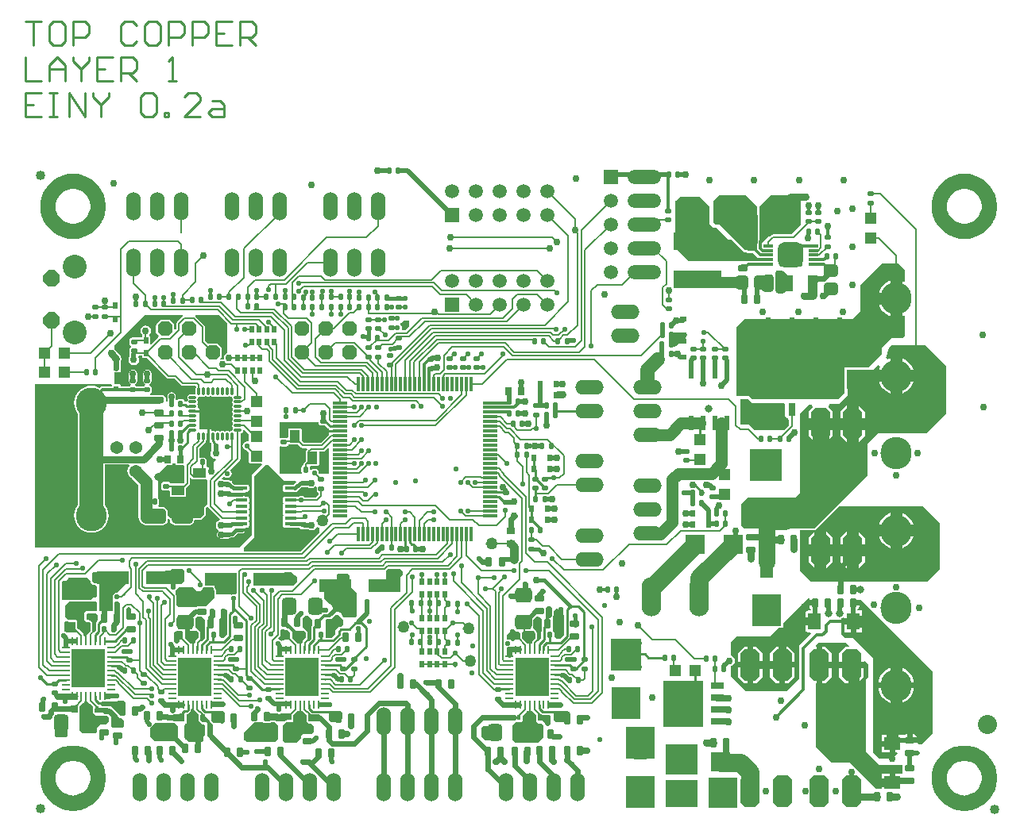
<source format=gtl>
G04 Layer_Physical_Order=1*
G04 Layer_Color=255*
%FSLAX25Y25*%
%MOIN*%
G70*
G01*
G75*
%ADD10C,0.06496*%
%ADD11C,0.02000*%
%ADD12C,0.00800*%
%ADD13R,0.02362X0.03150*%
%ADD14R,0.03150X0.02362*%
%ADD15R,0.03465X0.02638*%
G04:AMPARAMS|DCode=16|XSize=29.13mil|YSize=39.37mil|CornerRadius=5.83mil|HoleSize=0mil|Usage=FLASHONLY|Rotation=270.000|XOffset=0mil|YOffset=0mil|HoleType=Round|Shape=RoundedRectangle|*
%AMROUNDEDRECTD16*
21,1,0.02913,0.02772,0,0,270.0*
21,1,0.01748,0.03937,0,0,270.0*
1,1,0.01165,-0.01386,-0.00874*
1,1,0.01165,-0.01386,0.00874*
1,1,0.01165,0.01386,0.00874*
1,1,0.01165,0.01386,-0.00874*
%
%ADD16ROUNDEDRECTD16*%
%ADD17O,0.03347X0.00984*%
%ADD18O,0.00984X0.03347*%
%ADD19R,0.14173X0.16142*%
%ADD20R,0.05000X0.01500*%
%ADD21R,0.02000X0.02600*%
%ADD22R,0.01378X0.02362*%
%ADD23R,0.20079X0.07815*%
%ADD24R,0.07900X0.07900*%
G04:AMPARAMS|DCode=25|XSize=52mil|YSize=60mil|CornerRadius=13mil|HoleSize=0mil|Usage=FLASHONLY|Rotation=270.000|XOffset=0mil|YOffset=0mil|HoleType=Round|Shape=RoundedRectangle|*
%AMROUNDEDRECTD25*
21,1,0.05200,0.03400,0,0,270.0*
21,1,0.02600,0.06000,0,0,270.0*
1,1,0.02600,-0.01700,-0.01300*
1,1,0.02600,-0.01700,0.01300*
1,1,0.02600,0.01700,0.01300*
1,1,0.02600,0.01700,-0.01300*
%
%ADD25ROUNDEDRECTD25*%
%ADD26R,0.04331X0.06693*%
%ADD27R,0.05433X0.07087*%
%ADD28R,0.02000X0.02800*%
G04:AMPARAMS|DCode=29|XSize=29.13mil|YSize=39.37mil|CornerRadius=5.83mil|HoleSize=0mil|Usage=FLASHONLY|Rotation=180.000|XOffset=0mil|YOffset=0mil|HoleType=Round|Shape=RoundedRectangle|*
%AMROUNDEDRECTD29*
21,1,0.02913,0.02772,0,0,180.0*
21,1,0.01748,0.03937,0,0,180.0*
1,1,0.01165,-0.00874,0.01386*
1,1,0.01165,0.00874,0.01386*
1,1,0.01165,0.00874,-0.01386*
1,1,0.01165,-0.00874,-0.01386*
%
%ADD29ROUNDEDRECTD29*%
G04:AMPARAMS|DCode=30|XSize=40mil|YSize=40mil|CornerRadius=20mil|HoleSize=0mil|Usage=FLASHONLY|Rotation=0.000|XOffset=0mil|YOffset=0mil|HoleType=Round|Shape=RoundedRectangle|*
%AMROUNDEDRECTD30*
21,1,0.04000,0.00000,0,0,0.0*
21,1,0.00000,0.04000,0,0,0.0*
1,1,0.04000,0.00000,0.00000*
1,1,0.04000,0.00000,0.00000*
1,1,0.04000,0.00000,0.00000*
1,1,0.04000,0.00000,0.00000*
%
%ADD30ROUNDEDRECTD30*%
%ADD31R,0.12600X0.06300*%
G04:AMPARAMS|DCode=32|XSize=52mil|YSize=60mil|CornerRadius=13mil|HoleSize=0mil|Usage=FLASHONLY|Rotation=180.000|XOffset=0mil|YOffset=0mil|HoleType=Round|Shape=RoundedRectangle|*
%AMROUNDEDRECTD32*
21,1,0.05200,0.03400,0,0,180.0*
21,1,0.02600,0.06000,0,0,180.0*
1,1,0.02600,-0.01300,0.01700*
1,1,0.02600,0.01300,0.01700*
1,1,0.02600,0.01300,-0.01700*
1,1,0.02600,-0.01300,-0.01700*
%
%ADD32ROUNDEDRECTD32*%
G04:AMPARAMS|DCode=33|XSize=22mil|YSize=24mil|CornerRadius=4.4mil|HoleSize=0mil|Usage=FLASHONLY|Rotation=0.000|XOffset=0mil|YOffset=0mil|HoleType=Round|Shape=RoundedRectangle|*
%AMROUNDEDRECTD33*
21,1,0.02200,0.01520,0,0,0.0*
21,1,0.01320,0.02400,0,0,0.0*
1,1,0.00880,0.00660,-0.00760*
1,1,0.00880,-0.00660,-0.00760*
1,1,0.00880,-0.00660,0.00760*
1,1,0.00880,0.00660,0.00760*
%
%ADD33ROUNDEDRECTD33*%
%ADD34R,0.05200X0.04200*%
G04:AMPARAMS|DCode=35|XSize=22mil|YSize=24mil|CornerRadius=4.4mil|HoleSize=0mil|Usage=FLASHONLY|Rotation=270.000|XOffset=0mil|YOffset=0mil|HoleType=Round|Shape=RoundedRectangle|*
%AMROUNDEDRECTD35*
21,1,0.02200,0.01520,0,0,270.0*
21,1,0.01320,0.02400,0,0,270.0*
1,1,0.00880,-0.00760,-0.00660*
1,1,0.00880,-0.00760,0.00660*
1,1,0.00880,0.00760,0.00660*
1,1,0.00880,0.00760,-0.00660*
%
%ADD35ROUNDEDRECTD35*%
%ADD36R,0.01200X0.06000*%
%ADD37R,0.06000X0.01200*%
%ADD38R,0.02400X0.02400*%
%ADD39R,0.03543X0.12992*%
%ADD40C,0.06000*%
G04:AMPARAMS|DCode=41|XSize=63mil|YSize=71mil|CornerRadius=15.75mil|HoleSize=0mil|Usage=FLASHONLY|Rotation=90.000|XOffset=0mil|YOffset=0mil|HoleType=Round|Shape=RoundedRectangle|*
%AMROUNDEDRECTD41*
21,1,0.06300,0.03950,0,0,90.0*
21,1,0.03150,0.07100,0,0,90.0*
1,1,0.03150,0.01975,0.01575*
1,1,0.03150,0.01975,-0.01575*
1,1,0.03150,-0.01975,-0.01575*
1,1,0.03150,-0.01975,0.01575*
%
%ADD41ROUNDEDRECTD41*%
%ADD42R,0.13386X0.05512*%
%ADD43R,0.17000X0.19700*%
%ADD44R,0.05600X0.02800*%
%ADD45R,0.02400X0.06000*%
%ADD46R,0.04800X0.04800*%
G04:AMPARAMS|DCode=47|XSize=50mil|YSize=50mil|CornerRadius=25mil|HoleSize=0mil|Usage=FLASHONLY|Rotation=90.000|XOffset=0mil|YOffset=0mil|HoleType=Round|Shape=RoundedRectangle|*
%AMROUNDEDRECTD47*
21,1,0.05000,0.00000,0,0,90.0*
21,1,0.00000,0.05000,0,0,90.0*
1,1,0.05000,0.00000,0.00000*
1,1,0.05000,0.00000,0.00000*
1,1,0.05000,0.00000,0.00000*
1,1,0.05000,0.00000,0.00000*
%
%ADD47ROUNDEDRECTD47*%
%ADD48R,0.02638X0.03465*%
G04:AMPARAMS|DCode=49|XSize=105mil|YSize=105mil|CornerRadius=26.25mil|HoleSize=0mil|Usage=FLASHONLY|Rotation=180.000|XOffset=0mil|YOffset=0mil|HoleType=Round|Shape=RoundedRectangle|*
%AMROUNDEDRECTD49*
21,1,0.10500,0.05250,0,0,180.0*
21,1,0.05250,0.10500,0,0,180.0*
1,1,0.05250,-0.02625,0.02625*
1,1,0.05250,0.02625,0.02625*
1,1,0.05250,0.02625,-0.02625*
1,1,0.05250,-0.02625,-0.02625*
%
%ADD49ROUNDEDRECTD49*%
%ADD50R,0.04016X0.01181*%
%ADD51R,0.13700X0.13700*%
G04:AMPARAMS|DCode=52|XSize=11.02mil|YSize=31.5mil|CornerRadius=4.41mil|HoleSize=0mil|Usage=FLASHONLY|Rotation=270.000|XOffset=0mil|YOffset=0mil|HoleType=Round|Shape=RoundedRectangle|*
%AMROUNDEDRECTD52*
21,1,0.01102,0.02268,0,0,270.0*
21,1,0.00220,0.03150,0,0,270.0*
1,1,0.00882,-0.01134,-0.00110*
1,1,0.00882,-0.01134,0.00110*
1,1,0.00882,0.01134,0.00110*
1,1,0.00882,0.01134,-0.00110*
%
%ADD52ROUNDEDRECTD52*%
G04:AMPARAMS|DCode=53|XSize=11.02mil|YSize=31.5mil|CornerRadius=4.41mil|HoleSize=0mil|Usage=FLASHONLY|Rotation=180.000|XOffset=0mil|YOffset=0mil|HoleType=Round|Shape=RoundedRectangle|*
%AMROUNDEDRECTD53*
21,1,0.01102,0.02268,0,0,180.0*
21,1,0.00220,0.03150,0,0,180.0*
1,1,0.00882,-0.00110,0.01134*
1,1,0.00882,0.00110,0.01134*
1,1,0.00882,0.00110,-0.01134*
1,1,0.00882,-0.00110,-0.01134*
%
%ADD53ROUNDEDRECTD53*%
%ADD54R,0.02800X0.05600*%
%ADD55R,0.19700X0.17000*%
G04:AMPARAMS|DCode=56|XSize=63mil|YSize=71mil|CornerRadius=15.75mil|HoleSize=0mil|Usage=FLASHONLY|Rotation=180.000|XOffset=0mil|YOffset=0mil|HoleType=Round|Shape=RoundedRectangle|*
%AMROUNDEDRECTD56*
21,1,0.06300,0.03950,0,0,180.0*
21,1,0.03150,0.07100,0,0,180.0*
1,1,0.03150,-0.01575,0.01975*
1,1,0.03150,0.01575,0.01975*
1,1,0.03150,0.01575,-0.01975*
1,1,0.03150,-0.01575,-0.01975*
%
%ADD56ROUNDEDRECTD56*%
%ADD57R,0.07087X0.05433*%
%ADD58R,0.07900X0.07900*%
%ADD59R,0.04200X0.05200*%
%ADD60R,0.04800X0.04800*%
%ADD61R,0.05512X0.13386*%
%ADD62C,0.04500*%
%ADD63C,0.02400*%
%ADD64C,0.01150*%
%ADD65C,0.00700*%
%ADD66C,0.01200*%
%ADD67C,0.00950*%
%ADD68C,0.01000*%
%ADD69C,0.02200*%
%ADD70C,0.05000*%
%ADD71C,0.01600*%
%ADD72C,0.03000*%
%ADD73C,0.03500*%
%ADD74C,0.10000*%
%ADD75C,0.01500*%
%ADD76C,0.01100*%
%ADD77C,0.07500*%
%ADD78C,0.03200*%
%ADD79C,0.07000*%
%ADD80C,0.06000*%
%ADD81C,0.03600*%
%ADD82C,0.04000*%
%ADD83C,0.02500*%
%ADD84C,0.01300*%
%ADD85C,0.01400*%
%ADD86C,0.02700*%
%ADD87R,0.13200X0.12548*%
%ADD88R,0.13800X0.11600*%
%ADD89R,0.12300X0.13100*%
%ADD90R,0.12200X0.13300*%
%ADD91R,0.12300X0.13500*%
%ADD92R,0.12200X0.13400*%
%ADD93R,0.12800X0.13200*%
%ADD94R,0.13200X0.13200*%
%ADD95O,0.12000X0.06000*%
%ADD96O,0.06000X0.12000*%
%ADD97C,0.05905*%
%ADD98R,0.05905X0.05905*%
%ADD99O,0.08250X0.16500*%
%ADD100R,0.05905X0.05905*%
%ADD101O,0.14173X0.05905*%
G04:AMPARAMS|DCode=102|XSize=133mil|YSize=83mil|CornerRadius=0mil|HoleSize=0mil|Usage=FLASHONLY|Rotation=270.000|XOffset=0mil|YOffset=0mil|HoleType=Round|Shape=Octagon|*
%AMOCTAGOND102*
4,1,8,-0.02075,-0.06650,0.02075,-0.06650,0.04150,-0.04575,0.04150,0.04575,0.02075,0.06650,-0.02075,0.06650,-0.04150,0.04575,-0.04150,-0.04575,-0.02075,-0.06650,0.0*
%
%ADD102OCTAGOND102*%

%ADD103P,0.06711X8X22.5*%
%ADD104C,0.13050*%
%ADD105C,0.05400*%
%ADD106C,0.10000*%
%ADD107P,0.07577X8X292.5*%
%ADD108O,0.13000X0.13600*%
%ADD109C,0.08000*%
%ADD110C,0.02200*%
%ADD111C,0.03000*%
%ADD112C,0.03200*%
G36*
X88500Y97300D02*
X87930Y96730D01*
X87400Y96835D01*
X86698Y96696D01*
X86446Y96527D01*
X85919Y96605D01*
X85889Y96625D01*
X85865Y96653D01*
X85774Y96702D01*
X85688Y96759D01*
X85652Y96767D01*
X85619Y96784D01*
X85516Y96794D01*
X85415Y96814D01*
X80040D01*
Y98316D01*
X80027Y98385D01*
Y98455D01*
X80000Y98520D01*
X79986Y98589D01*
X79947Y98647D01*
X79920Y98712D01*
X79667Y99091D01*
X79653Y99124D01*
X79640Y99193D01*
X79601Y99251D01*
X79574Y99316D01*
X79524Y99366D01*
X79485Y99424D01*
X79400Y99509D01*
Y102500D01*
X88500D01*
Y97300D01*
D02*
G37*
G36*
X158200Y106500D02*
Y105100D01*
X157200Y104100D01*
Y100503D01*
X156808Y100192D01*
X153800Y100900D01*
X151400Y103300D01*
Y106714D01*
X152086Y107400D01*
X157300D01*
X158200Y106500D01*
D02*
G37*
G36*
X114100Y103600D02*
Y102200D01*
X112400Y100500D01*
X108300D01*
X108206Y105643D01*
X108557Y106000D01*
X111700D01*
X114100Y103600D01*
D02*
G37*
G36*
X27231Y102269D02*
X27304Y101898D01*
X27702Y101302D01*
X28298Y100904D01*
X28670Y100830D01*
X29800Y99700D01*
Y98400D01*
Y97200D01*
X27179Y94579D01*
X15300Y94579D01*
X15300Y100700D01*
X18300Y103700D01*
X25800D01*
X27231Y102269D01*
D02*
G37*
G36*
X138900Y97400D02*
Y87800D01*
X138300Y87200D01*
X134264D01*
X133564Y87900D01*
X132780D01*
X132702Y88290D01*
X132675Y88355D01*
X132661Y88424D01*
X132622Y88483D01*
X132596Y88547D01*
X132546Y88597D01*
X132507Y88656D01*
X131990Y89173D01*
X131758Y89328D01*
X131485Y89382D01*
X130443D01*
X130170Y89328D01*
X129938Y89173D01*
X129470Y88705D01*
X128665Y87900D01*
X127800D01*
X127700Y88900D01*
Y89265D01*
X128573Y90138D01*
X128728Y90370D01*
X128782Y90643D01*
Y91523D01*
X128728Y91796D01*
X128573Y92027D01*
X128300Y92300D01*
X127700Y92900D01*
X125400Y95200D01*
Y99400D01*
X135900Y100400D01*
X138900Y97400D01*
D02*
G37*
G36*
X42238Y101438D02*
X38194Y97394D01*
X37698Y97296D01*
X37102Y96898D01*
X36704Y96302D01*
X36606Y95806D01*
X36500Y95700D01*
Y89900D01*
X31000D01*
Y101900D01*
X42047D01*
X42238Y101438D01*
D02*
G37*
G36*
X71900Y98100D02*
X73500D01*
X74600Y99200D01*
X78700D01*
X78980Y98920D01*
X79004Y98798D01*
X79327Y98316D01*
Y95377D01*
X75593Y91644D01*
X75286Y91705D01*
X72514D01*
X72014Y91605D01*
X71856Y91500D01*
X64100D01*
X63271Y92329D01*
Y96147D01*
X63189Y96557D01*
X63000Y96840D01*
Y98400D01*
X64400Y99800D01*
X70200D01*
X71900Y98100D01*
D02*
G37*
G36*
X66500Y106600D02*
Y102300D01*
X65300Y101100D01*
X61400D01*
X60100Y106000D01*
X61400Y107300D01*
X65800D01*
X66500Y106600D01*
D02*
G37*
G36*
X119553Y46653D02*
X119553Y46653D01*
X119941Y46393D01*
X120400Y46302D01*
X120400Y46302D01*
X123298D01*
X123800Y45800D01*
Y43400D01*
X119000D01*
X118614Y43786D01*
Y46098D01*
X118593Y46200D01*
X118845Y46618D01*
X118941Y46700D01*
X119506D01*
X119553Y46653D01*
D02*
G37*
G36*
X66754Y46845D02*
Y46447D01*
X66724Y46298D01*
Y43656D01*
X66387Y43319D01*
X62381D01*
X61500Y44200D01*
Y46000D01*
X61800Y46300D01*
X64400D01*
X64729Y46629D01*
X65203D01*
X65613Y46711D01*
X65960Y46943D01*
X66214Y47196D01*
X66399Y47198D01*
X66754Y46845D01*
D02*
G37*
G36*
X74941Y46393D02*
X75400Y46302D01*
Y45700D01*
X77355Y43745D01*
X77384Y43600D01*
X77196Y43250D01*
X77069Y43100D01*
X74147D01*
X73414Y43833D01*
Y46238D01*
X73852Y46600D01*
X74632D01*
X74941Y46393D01*
D02*
G37*
G36*
X111606Y46537D02*
X111713Y46359D01*
X111695Y46317D01*
X111650Y46248D01*
X111639Y46191D01*
X111615Y46137D01*
X111513Y45678D01*
X111511Y45600D01*
X111496Y45523D01*
Y43933D01*
X109519D01*
X109246Y43878D01*
X109014Y43724D01*
X108791Y43500D01*
X104909D01*
X104805Y43605D01*
X104573Y43759D01*
X104300Y43814D01*
X103042D01*
X102973Y43800D01*
X102903D01*
X102838Y43773D01*
X102769Y43759D01*
X102711Y43720D01*
X102646Y43693D01*
X102473Y43578D01*
X102181Y43520D01*
X100574D01*
X100400Y43555D01*
Y46400D01*
X100777Y46777D01*
X105440D01*
X105698Y46604D01*
X106400Y46465D01*
X107102Y46604D01*
X107360Y46777D01*
X111407D01*
X111606Y46537D01*
D02*
G37*
G36*
X383610Y126909D02*
Y107409D01*
X378300Y102100D01*
X329419D01*
X324809Y106709D01*
X324810Y111109D01*
Y123586D01*
X330900D01*
X331173Y123641D01*
X331405Y123795D01*
X341519Y133909D01*
X376609D01*
X383610Y126909D01*
D02*
G37*
G36*
X328920Y95013D02*
X328835Y94586D01*
Y94400D01*
X331323D01*
Y92000D01*
X328835D01*
Y91814D01*
X328958Y91197D01*
X329308Y90673D01*
X329622Y90463D01*
X329471Y89963D01*
X328373D01*
X327983Y89885D01*
X327652Y89664D01*
X327431Y89333D01*
X327354Y88943D01*
Y86600D01*
X331090D01*
Y84200D01*
X327354D01*
Y81857D01*
X327431Y81467D01*
X327652Y81136D01*
X327983Y80915D01*
X328373Y80837D01*
X329284D01*
X329475Y80375D01*
X324500Y75400D01*
Y61300D01*
X323700Y60500D01*
X319200Y56000D01*
X302400Y56000D01*
X295900Y62500D01*
Y66757D01*
X296258Y66828D01*
X296986Y67314D01*
X297472Y68042D01*
X297643Y68900D01*
X297472Y69759D01*
X296986Y70486D01*
X296258Y70973D01*
X295900Y71044D01*
Y76600D01*
X298500Y79200D01*
X312400D01*
X315771Y82571D01*
X315848Y82586D01*
X317200D01*
X317473Y82641D01*
X317705Y82795D01*
X317859Y83027D01*
X317914Y83300D01*
Y84652D01*
X317929Y84729D01*
X328459Y95259D01*
X328920Y95013D01*
D02*
G37*
G36*
X22200Y50400D02*
Y50223D01*
X22195Y50218D01*
X22041Y49987D01*
X21986Y49714D01*
Y47386D01*
X21800Y47200D01*
X19400D01*
X18500Y48100D01*
Y49800D01*
X18929Y50229D01*
X20600D01*
X21010Y50311D01*
X21357Y50543D01*
X21614Y50800D01*
X21800D01*
X22200Y50400D01*
D02*
G37*
G36*
X350500Y94500D02*
X380600Y64400D01*
X380600Y48900D01*
Y38300D01*
X376200Y33900D01*
X374469D01*
X374160Y34277D01*
X371100D01*
Y35477D01*
X369900D01*
Y37965D01*
X369714D01*
X369097Y37842D01*
X368743Y37606D01*
X368243Y37727D01*
Y37727D01*
X364900D01*
Y34010D01*
Y30294D01*
X365640D01*
X365832Y29832D01*
X363700Y27700D01*
X358100Y27700D01*
X355500Y30300D01*
Y70100D01*
X347300Y78300D01*
X343900D01*
X342400Y79800D01*
Y86714D01*
X342497Y86734D01*
X343094Y87132D01*
X343594Y86912D01*
Y86600D01*
X347310D01*
X351027D01*
Y89943D01*
X349200D01*
X349048Y90443D01*
X349392Y90673D01*
X349742Y91197D01*
X349865Y91814D01*
Y92000D01*
X347377D01*
Y94400D01*
X349865D01*
Y94500D01*
X350500D01*
D02*
G37*
G36*
X120384Y86001D02*
X120341Y85786D01*
Y83912D01*
X120253Y83824D01*
X119993Y83436D01*
X119902Y82977D01*
Y78196D01*
X118806Y77100D01*
X117900D01*
Y77767D01*
X117951Y77818D01*
X118106Y78050D01*
X118160Y78323D01*
Y80853D01*
X118106Y81126D01*
X117951Y81358D01*
X117900Y81409D01*
Y81500D01*
X116164Y83236D01*
X116259Y83714D01*
Y86486D01*
X116230Y86630D01*
X116710Y87110D01*
X116998Y87302D01*
X117190Y87590D01*
X117262Y87662D01*
X118723D01*
X120384Y86001D01*
D02*
G37*
G36*
X216717Y86068D02*
X216641Y85686D01*
Y83757D01*
X216493Y83536D01*
X216402Y83077D01*
Y78296D01*
X215206Y77100D01*
X214300D01*
Y77767D01*
X214382Y77848D01*
X214536Y78080D01*
X214591Y78353D01*
Y80211D01*
X214600Y80258D01*
Y80316D01*
Y80316D01*
Y80329D01*
X214614Y80397D01*
Y80455D01*
X214600Y80524D01*
Y80595D01*
X214573Y80660D01*
X214559Y80729D01*
X214520Y80787D01*
X214493Y80852D01*
X214300Y81141D01*
Y81500D01*
X212942Y82858D01*
X213095Y83627D01*
Y86043D01*
X214492Y87441D01*
X215344D01*
X216717Y86068D01*
D02*
G37*
G36*
X109995Y81787D02*
X110050Y81750D01*
X111046Y80754D01*
X111092Y80685D01*
X111096Y80681D01*
Y78405D01*
X111150Y78131D01*
X111198Y78059D01*
X110928Y77600D01*
X108000D01*
X107617Y77217D01*
X107119Y77266D01*
X107098Y77298D01*
X106502Y77696D01*
X106157Y77764D01*
X105993Y78307D01*
X106593Y78907D01*
X106593Y78907D01*
X106836Y79271D01*
X106922Y79700D01*
X106922Y79700D01*
Y81122D01*
X107600Y81800D01*
X109930D01*
X109995Y81787D01*
D02*
G37*
G36*
X72514Y87341D02*
X74044D01*
X75400Y85985D01*
Y83845D01*
X75193Y83536D01*
X75102Y83077D01*
Y78396D01*
X73806Y77100D01*
X72900D01*
Y77767D01*
X72951Y77818D01*
X73106Y78050D01*
X73160Y78323D01*
Y80853D01*
X73106Y81126D01*
X72951Y81358D01*
X72900Y81409D01*
Y81500D01*
X71292Y83109D01*
X71395Y83627D01*
Y86777D01*
X71392Y86792D01*
X72036Y87436D01*
X72514Y87341D01*
D02*
G37*
G36*
X72447Y80853D02*
Y78323D01*
X71381Y77257D01*
X71149Y76910D01*
X71067Y76500D01*
Y76267D01*
X71000Y76200D01*
X68978D01*
X68904Y76310D01*
X66809Y78405D01*
Y80709D01*
X67400Y81300D01*
X72000D01*
X72447Y80853D01*
D02*
G37*
G36*
X113638Y81362D02*
X113612Y81300D01*
X117000D01*
X117447Y80853D01*
Y78323D01*
X116381Y77257D01*
X116149Y76910D01*
X116067Y76500D01*
Y76267D01*
X116000Y76200D01*
X113978D01*
X113904Y76310D01*
X111809Y78405D01*
Y80491D01*
Y80709D01*
Y81081D01*
X111686D01*
X111600Y81209D01*
X110505Y82305D01*
X110273Y82459D01*
X110000Y82514D01*
X109786D01*
X109000Y83300D01*
X108983D01*
X108724Y83728D01*
X109404Y85026D01*
X109898Y85102D01*
X113638Y81362D01*
D02*
G37*
G36*
X213555Y81145D02*
X213604Y80898D01*
X213900Y80455D01*
Y80397D01*
X213877Y80281D01*
Y78353D01*
X212781Y77257D01*
X212549Y76910D01*
X212467Y76500D01*
Y76267D01*
X212400Y76200D01*
X210378D01*
X210304Y76310D01*
X208223Y78391D01*
Y80281D01*
X208169Y80554D01*
X208123Y80623D01*
X208800Y81300D01*
X213400D01*
X213555Y81145D01*
D02*
G37*
G36*
X64143Y81547D02*
X64237Y81484D01*
X65125Y81307D01*
X65493D01*
X66096Y80704D01*
Y78405D01*
X66150Y78131D01*
X66198Y78059D01*
X65928Y77600D01*
X63000D01*
X62718Y77319D01*
X62202Y77464D01*
X62178Y77486D01*
Y80030D01*
X62277Y80524D01*
X62517Y80883D01*
X62876Y81123D01*
X63102Y81168D01*
X63167Y81195D01*
X63236Y81209D01*
X63294Y81248D01*
X63359Y81275D01*
X63409Y81324D01*
X63467Y81363D01*
X63506Y81422D01*
X63556Y81472D01*
X63896Y81569D01*
X64143Y81547D01*
D02*
G37*
G36*
X30100Y93300D02*
Y90000D01*
X29700Y89600D01*
X25300D01*
X24600Y88900D01*
Y87700D01*
Y86200D01*
X25700Y85100D01*
X26800D01*
X27300Y84600D01*
Y82600D01*
Y81514D01*
X26643Y80857D01*
X26615Y80815D01*
X25000Y79200D01*
X24423Y79777D01*
X24398Y79900D01*
X24167Y80248D01*
X22488Y81926D01*
X22141Y82158D01*
X22066Y82173D01*
X21600Y82639D01*
Y84479D01*
Y84800D01*
Y85900D01*
X21300Y86200D01*
X17643D01*
X17589Y86211D01*
X16500Y87300D01*
Y91700D01*
X18400Y93600D01*
X29600D01*
X29700Y93700D01*
X30100Y93300D01*
D02*
G37*
G36*
X30300Y87900D02*
Y86100D01*
X29800Y85600D01*
Y85345D01*
X29593Y85036D01*
X29502Y84577D01*
Y81496D01*
X28606Y80600D01*
X27900D01*
Y81152D01*
X27959Y81241D01*
X28014Y81514D01*
Y82600D01*
Y84600D01*
X27959Y84873D01*
X27900Y84962D01*
Y85200D01*
X27100Y86000D01*
X25900D01*
X25600Y86300D01*
Y88300D01*
X26000Y88700D01*
X29500D01*
X30300Y87900D01*
D02*
G37*
G36*
X20886Y82639D02*
X20941Y82365D01*
X21095Y82134D01*
X21427Y81802D01*
X21486Y81714D01*
X21632Y81617D01*
X21669Y81580D01*
X21734Y81553D01*
X21792Y81514D01*
X21929Y81300D01*
X21664Y80800D01*
X17095D01*
X16802Y80996D01*
X16306Y81094D01*
X16200Y81200D01*
Y84900D01*
X16400Y85100D01*
X20886D01*
Y82639D01*
D02*
G37*
G36*
X84600Y90000D02*
Y88897D01*
X84593Y88887D01*
X84502Y88428D01*
Y80002D01*
X83200Y78700D01*
X81900D01*
X81200Y79400D01*
Y86400D01*
X81900Y87100D01*
Y89200D01*
X83100Y90400D01*
X84200D01*
X84600Y90000D01*
D02*
G37*
G36*
X207417Y80583D02*
X207423Y80554D01*
Y80484D01*
X207450Y80419D01*
X207464Y80350D01*
X207489Y80311D01*
X207509Y80211D01*
Y78391D01*
X207547Y78200D01*
X207296Y77700D01*
X203080D01*
X202400Y77835D01*
X202000Y78216D01*
Y79700D01*
X203400Y81100D01*
X206900D01*
X207417Y80583D01*
D02*
G37*
G36*
X225948Y87952D02*
Y80500D01*
Y79642D01*
X224306Y78000D01*
X223000D01*
X221922Y79078D01*
Y80360D01*
X221834Y80805D01*
X221582Y81182D01*
X221337Y81346D01*
X221337Y87239D01*
X221337Y87239D01*
X221488Y88000D01*
Y89388D01*
X222700Y90600D01*
X223300Y90600D01*
X225948Y87952D01*
D02*
G37*
G36*
X132393Y87107D02*
X132530Y86902D01*
X132734Y86766D01*
X133100Y86400D01*
Y84700D01*
X129900Y81500D01*
Y81400D01*
Y79994D01*
X128404Y78498D01*
X126000D01*
Y86000D01*
X126374Y86374D01*
X127600D01*
X128107Y86475D01*
X128537Y86763D01*
X129974Y88200D01*
X131300D01*
X132393Y87107D01*
D02*
G37*
G36*
X61876Y42814D02*
X62108Y42660D01*
X62381Y42605D01*
X62595D01*
X63800Y41400D01*
Y36800D01*
X62100Y35100D01*
X54400D01*
X52300Y37200D01*
Y40800D01*
X54400Y42900D01*
X61791D01*
X61876Y42814D01*
D02*
G37*
G36*
X72700Y46238D02*
Y43538D01*
X74238Y42000D01*
X75085D01*
X75186Y41877D01*
Y37683D01*
X75191Y37654D01*
X74738Y37200D01*
Y35500D01*
X73938Y34700D01*
X68538D01*
X67438Y35800D01*
Y46227D01*
X67454Y46308D01*
X67600Y46402D01*
X68059Y46493D01*
X68447Y46753D01*
X68994Y47300D01*
X69254Y47689D01*
X69345Y48147D01*
Y48208D01*
X69738Y48600D01*
X70338D01*
X72700Y46238D01*
D02*
G37*
G36*
X325400Y252200D02*
X321122Y247921D01*
X313600D01*
X313600Y247922D01*
X313171Y247836D01*
X312807Y247593D01*
X312807Y247593D01*
X312414Y247200D01*
X311600D01*
X308800Y244400D01*
X307800D01*
Y246100D01*
Y259400D01*
X308000Y259600D01*
X312900Y264500D01*
X325400D01*
Y252200D01*
D02*
G37*
G36*
X197900Y41300D02*
Y35500D01*
X193000D01*
X191300Y37200D01*
Y40600D01*
X192100Y41400D01*
X197800D01*
X197900Y41300D01*
D02*
G37*
G36*
X81214Y214100D02*
X84500Y210814D01*
X84500Y198160D01*
X83774Y197674D01*
X83288Y196947D01*
X83117Y196088D01*
X83152Y195910D01*
X82799Y195556D01*
X82702Y195575D01*
X81999Y195435D01*
X81752Y195896D01*
X82157Y196301D01*
X82312Y196533D01*
X82367Y196806D01*
Y199906D01*
X82312Y200179D01*
X82157Y200411D01*
X80607Y201961D01*
X80376Y202115D01*
X80103Y202170D01*
X77003D01*
X76730Y202115D01*
X76520Y201975D01*
X75374Y203120D01*
Y209003D01*
X75374Y209003D01*
X75289Y209432D01*
X75046Y209796D01*
X75046Y209796D01*
X71393Y213449D01*
X71167Y213600D01*
X71319Y214100D01*
X81214D01*
D02*
G37*
G36*
X303200Y178800D02*
X304800Y177200D01*
X318100Y177200D01*
X318700Y176600D01*
Y171600D01*
X320200Y170100D01*
Y167600D01*
X318300Y165700D01*
X306000D01*
X303700Y168000D01*
X300100D01*
Y170700D01*
X300000Y175900D01*
Y178800D01*
X303200Y178800D01*
D02*
G37*
G36*
X307100Y259600D02*
Y254700D01*
Y245639D01*
X307087Y245620D01*
X306986Y245113D01*
Y242066D01*
X307072Y241636D01*
X306895Y241352D01*
X306771Y241200D01*
X302875D01*
X302786Y241259D01*
X302286Y241359D01*
X302041D01*
X299500Y243900D01*
X291400Y252000D01*
X289700D01*
X288500Y253200D01*
Y262100D01*
X290900Y264500D01*
X302200D01*
X307100Y259600D01*
D02*
G37*
G36*
X36150Y184612D02*
X36151Y184565D01*
X36104Y184325D01*
Y184026D01*
X32201D01*
X31694Y183925D01*
X31264Y183638D01*
X31119Y183493D01*
X30362Y183898D01*
X29001Y184311D01*
X27584Y184450D01*
X26168Y184311D01*
X24806Y183898D01*
X23551Y183227D01*
X22451Y182324D01*
X21548Y181224D01*
X20877Y179969D01*
X20464Y178607D01*
X20324Y177190D01*
X20464Y175774D01*
X20877Y174412D01*
X21548Y173157D01*
X21835Y172807D01*
Y153900D01*
Y134252D01*
X21548Y133902D01*
X20877Y132647D01*
X20464Y131285D01*
X20324Y129868D01*
X20464Y128452D01*
X20877Y127090D01*
X21548Y125835D01*
X22451Y124735D01*
X23551Y123832D01*
X24806Y123161D01*
X26168Y122748D01*
X27584Y122608D01*
X29001Y122748D01*
X30362Y123161D01*
X31618Y123832D01*
X32718Y124735D01*
X33621Y125835D01*
X34292Y127090D01*
X34705Y128452D01*
X34844Y129868D01*
X34705Y131285D01*
X34292Y132647D01*
X33621Y133902D01*
X33333Y134252D01*
Y151257D01*
X43331D01*
X43578Y150757D01*
X43214Y150283D01*
X42872Y149456D01*
X42755Y148568D01*
X42872Y147681D01*
X43214Y146854D01*
X43759Y146144D01*
X44470Y145599D01*
X44675Y145514D01*
X47372Y142816D01*
Y129100D01*
X47482Y128265D01*
X47805Y127486D01*
X48318Y126818D01*
X48986Y126305D01*
X49765Y125982D01*
X50600Y125872D01*
X51522D01*
X51600Y125857D01*
X57400D01*
X57420Y125861D01*
X57600D01*
X58380Y126016D01*
X59042Y126458D01*
X59484Y127120D01*
X59639Y127900D01*
Y128080D01*
X59643Y128100D01*
X59639Y128120D01*
Y128315D01*
X60101Y128507D01*
X60446Y128162D01*
X60572Y128078D01*
X60557Y128000D01*
X60728Y127142D01*
X61214Y126414D01*
X61942Y125928D01*
X62800Y125757D01*
X68600D01*
X69458Y125928D01*
X70186Y126414D01*
X70672Y127142D01*
X70834Y127953D01*
X73155D01*
X73428Y128007D01*
X73660Y128162D01*
X75530Y130032D01*
X75685Y130264D01*
X75739Y130537D01*
Y133128D01*
X76125Y133468D01*
X76523Y133387D01*
X76591Y133339D01*
X76807Y133015D01*
X81464Y128358D01*
X81299Y127815D01*
X81155Y127787D01*
X80427Y127300D01*
X79941Y126573D01*
X79770Y125714D01*
X79941Y124856D01*
X80427Y124128D01*
X80926Y123795D01*
X80952Y123211D01*
X80788Y123101D01*
X80412Y122539D01*
X80280Y121876D01*
X80412Y121212D01*
X80788Y120650D01*
X81350Y120274D01*
X82013Y120142D01*
X84966D01*
X85629Y120274D01*
X86192Y120650D01*
X86239Y120722D01*
X86700D01*
X87266Y120834D01*
X87745Y121155D01*
X88916Y122326D01*
X90576D01*
X91142Y122438D01*
X91622Y122758D01*
X91942Y123238D01*
X92055Y123804D01*
X91948Y124340D01*
X91948Y124427D01*
X92204Y124840D01*
X93076D01*
X93349Y124895D01*
X93581Y125049D01*
X93736Y125281D01*
X93790Y125554D01*
Y127054D01*
X93736Y127327D01*
X93584Y127554D01*
X93736Y127781D01*
X93790Y128054D01*
Y129554D01*
X93736Y129827D01*
X93584Y130054D01*
X93736Y130281D01*
X93790Y130554D01*
Y132054D01*
X93736Y132327D01*
X93593Y132579D01*
X93736Y132831D01*
X93790Y133104D01*
Y134604D01*
X93736Y134877D01*
X93584Y135104D01*
X93736Y135331D01*
X93790Y135604D01*
Y137104D01*
X93736Y137377D01*
X93581Y137609D01*
X93349Y137763D01*
X93076Y137818D01*
X92204D01*
X91948Y138230D01*
X91948Y138318D01*
X92055Y138854D01*
X91948Y139390D01*
X91948Y139478D01*
X92204Y139890D01*
X93076D01*
X93349Y139945D01*
X93581Y140099D01*
X93736Y140331D01*
X93790Y140604D01*
Y142104D01*
X93736Y142377D01*
X93581Y142609D01*
X93349Y142763D01*
X93076Y142818D01*
X90650D01*
X90576Y142832D01*
X87758D01*
X86715Y143875D01*
X86702Y143945D01*
X86450Y144322D01*
X86072Y144574D01*
X85628Y144662D01*
X85014D01*
X84966Y144672D01*
X83182D01*
X82675Y145011D01*
X82463Y145053D01*
X82318Y145532D01*
X83025Y146239D01*
X83402Y146202D01*
X83998Y145804D01*
X84700Y145665D01*
X85402Y145804D01*
X85998Y146202D01*
X86396Y146798D01*
X86535Y147500D01*
X86396Y148202D01*
X85998Y148798D01*
X85961Y149174D01*
X89842Y153056D01*
X89842Y153056D01*
X90085Y153420D01*
X90170Y153849D01*
X90170Y153849D01*
Y164437D01*
X90183D01*
X90628Y164525D01*
X91005Y164777D01*
X91257Y165155D01*
X91346Y165600D01*
Y165663D01*
X91754Y165876D01*
X91830Y165886D01*
X93664Y164053D01*
Y161368D01*
X93164Y160964D01*
X92849Y161027D01*
X92147Y160887D01*
X91552Y160489D01*
X91154Y159894D01*
X91014Y159191D01*
X91154Y158489D01*
X91552Y157894D01*
X92147Y157496D01*
X92642Y157397D01*
X93664Y156376D01*
Y152448D01*
X93718Y152175D01*
X93872Y151943D01*
X94104Y151789D01*
X94377Y151734D01*
X98960D01*
X99167Y151234D01*
X94907Y146974D01*
Y121580D01*
X89592Y116265D01*
X3864D01*
Y185065D01*
X35868D01*
X36150Y184612D01*
D02*
G37*
G36*
X386200Y192700D02*
Y172700D01*
X379300Y165800D01*
X377900Y164400D01*
X357500D01*
X353200Y160100D01*
Y150600D01*
Y146600D01*
X341014Y134414D01*
X330950Y124350D01*
X330895Y124313D01*
X330830Y124300D01*
X301700D01*
X300300Y125700D01*
Y134800D01*
X302800Y137300D01*
X323000D01*
X325000Y139300D01*
Y172800D01*
X328769Y176569D01*
X329939Y176453D01*
X330375Y175400D01*
X328450Y173475D01*
Y170900D01*
X333600D01*
X338750D01*
Y173475D01*
X336825Y175400D01*
X337322Y176600D01*
X341200D01*
X345100Y180500D01*
Y185200D01*
X350900Y191000D01*
X355600D01*
X357715Y193115D01*
X358689Y192392D01*
X358337Y191734D01*
X358130Y191050D01*
X362800D01*
Y195929D01*
X362416Y195813D01*
X361758Y195461D01*
X361035Y196435D01*
X361300Y196700D01*
X362300Y200300D01*
X363300Y201300D01*
X377600D01*
X386200Y192700D01*
D02*
G37*
G36*
X286900Y259900D02*
Y252300D01*
X288500Y250700D01*
X290077D01*
X300700Y240077D01*
X305123D01*
X307400Y237800D01*
Y237000D01*
X307100Y236700D01*
X278400D01*
X277300Y237800D01*
X272700Y242400D01*
Y253700D01*
Y261900D01*
X274500Y263700D01*
X283100D01*
X286900Y259900D01*
D02*
G37*
G36*
X80029Y179891D02*
X80474Y179803D01*
X80694D01*
X81140Y179891D01*
X81517Y180144D01*
X81620D01*
X81997Y179891D01*
X82443Y179803D01*
X82663D01*
X83108Y179891D01*
X83486Y180144D01*
X83588D01*
X83966Y179891D01*
X84411Y179803D01*
X84631D01*
X85077Y179891D01*
X85454Y180144D01*
X85557D01*
X85934Y179891D01*
X86379Y179803D01*
X86648Y179664D01*
X86764Y179326D01*
X86840Y178945D01*
X87082Y178550D01*
X86840Y178155D01*
X86752Y177710D01*
Y177490D01*
X86840Y177045D01*
X86877Y176990D01*
X87061Y176600D01*
X86877Y176210D01*
X86840Y176155D01*
X86752Y175710D01*
Y175490D01*
X86840Y175045D01*
X86877Y174990D01*
X87061Y174600D01*
X86877Y174210D01*
X86840Y174155D01*
X86752Y173710D01*
Y173490D01*
X86840Y173045D01*
X87092Y172667D01*
Y172549D01*
X86840Y172171D01*
X86752Y171726D01*
Y171506D01*
X86840Y171060D01*
X87092Y170683D01*
Y170580D01*
X86840Y170203D01*
X86752Y169757D01*
Y169537D01*
X86840Y169092D01*
X87092Y168714D01*
Y168612D01*
X86840Y168234D01*
X86752Y167789D01*
Y167569D01*
X86840Y167123D01*
X87092Y166746D01*
Y166643D01*
X86840Y166266D01*
X86772Y165924D01*
X86640Y165560D01*
X86276Y165428D01*
X85934Y165360D01*
X85901Y165338D01*
X85505Y165134D01*
X85110Y165338D01*
X85077Y165360D01*
X84631Y165448D01*
X84411D01*
X83966Y165360D01*
X83933Y165338D01*
X83537Y165134D01*
X83141Y165338D01*
X83108Y165360D01*
X82663Y165448D01*
X82443D01*
X81997Y165360D01*
X81964Y165338D01*
X81568Y165134D01*
X81173Y165338D01*
X81140Y165360D01*
X80694Y165448D01*
X80474D01*
X80029Y165360D01*
X79651Y165108D01*
X79533D01*
X79155Y165360D01*
X78710Y165448D01*
X78490D01*
X78374Y165425D01*
X77874Y165802D01*
Y169288D01*
X80393Y171807D01*
X80636Y172171D01*
X80722Y172600D01*
X80636Y173029D01*
X80393Y173393D01*
X80393Y173393D01*
X79797Y173989D01*
X79777Y174088D01*
X79501Y174501D01*
X79088Y174777D01*
X78600Y174874D01*
X72751D01*
X72374Y175374D01*
X72397Y175490D01*
Y175710D01*
X72309Y176155D01*
X72272Y176210D01*
X72088Y176600D01*
X72272Y176990D01*
X72309Y177045D01*
X72397Y177490D01*
Y177710D01*
X72309Y178155D01*
X72067Y178550D01*
X72309Y178945D01*
X72397Y179390D01*
X72528Y179672D01*
X72810Y179803D01*
X73255Y179891D01*
X73650Y180133D01*
X74045Y179891D01*
X74490Y179803D01*
X74710D01*
X75155Y179891D01*
X75210Y179928D01*
X75600Y180112D01*
X75990Y179928D01*
X76045Y179891D01*
X76490Y179803D01*
X76710D01*
X77155Y179891D01*
X77210Y179928D01*
X77600Y180112D01*
X77990Y179928D01*
X78045Y179891D01*
X78490Y179803D01*
X78710D01*
X79155Y179891D01*
X79533Y180144D01*
X79651D01*
X80029Y179891D01*
D02*
G37*
G36*
X116291Y47683D02*
X117286Y46688D01*
X117286Y46688D01*
X117358Y46640D01*
X117900Y46098D01*
Y43400D01*
X118941Y42359D01*
X120086D01*
X120894Y41552D01*
Y39002D01*
X120086Y38195D01*
X116646D01*
X115738Y37288D01*
Y36496D01*
X115623Y36323D01*
X113700Y34400D01*
X109068D01*
X108000Y35468D01*
Y41700D01*
X109519Y43219D01*
X112209D01*
Y45523D01*
X112312Y45981D01*
X112661Y46337D01*
X113940Y47616D01*
X113940Y47616D01*
X113988Y47688D01*
X114000Y47700D01*
X116280D01*
X116291Y47683D01*
D02*
G37*
G36*
X212691D02*
X213686Y46688D01*
X213686Y46688D01*
X213758Y46640D01*
X214300Y46098D01*
Y43400D01*
X215341Y42359D01*
X216486D01*
X217294Y41552D01*
Y39586D01*
X217294Y36903D01*
X214791Y34400D01*
X210100Y34400D01*
X205468D01*
X204783Y35085D01*
X204400Y35468D01*
Y41700D01*
X205819Y43119D01*
X208409D01*
Y43509D01*
X208600Y43700D01*
Y45900D01*
X210268Y47568D01*
X210340Y47616D01*
X210388Y47688D01*
X210400Y47700D01*
X212680D01*
X212691Y47683D01*
D02*
G37*
G36*
X160900Y209100D02*
X159422Y207622D01*
X158100D01*
X157820Y208122D01*
X157935Y208700D01*
X157796Y209402D01*
X157398Y209998D01*
X157245Y210100D01*
X157396Y210600D01*
X157700D01*
X159000Y211900D01*
X160900D01*
Y209100D01*
D02*
G37*
G36*
X62885Y151768D02*
X62940Y151495D01*
X63095Y151263D01*
X63326Y151108D01*
X63599Y151054D01*
X66237D01*
X66245Y151056D01*
X66268Y151052D01*
X66714Y150711D01*
X66729Y150681D01*
Y143843D01*
X66158Y143272D01*
X62244D01*
X62101Y143301D01*
X60741D01*
X60734Y143335D01*
X60482Y143712D01*
X60105Y143964D01*
X59660Y144052D01*
X58140D01*
X57695Y143964D01*
X57318Y143712D01*
X57066Y143335D01*
X56978Y142890D01*
Y141570D01*
X57066Y141125D01*
X57318Y140748D01*
X57695Y140496D01*
X58140Y140408D01*
X59660D01*
X60059Y140487D01*
X60137Y140475D01*
X60559Y140198D01*
Y138358D01*
X60613Y138085D01*
X60768Y137854D01*
X60999Y137699D01*
X61272Y137645D01*
X66472D01*
X66746Y137699D01*
X66977Y137854D01*
X67132Y138085D01*
X67186Y138358D01*
Y141272D01*
X68557Y142643D01*
X68789Y142990D01*
X68871Y143400D01*
Y145662D01*
X69332Y145853D01*
X69736Y145450D01*
X69741Y145427D01*
X69895Y145195D01*
X70127Y145041D01*
X70400Y144986D01*
X70616D01*
X70650Y144979D01*
X70684Y144986D01*
X75600D01*
X75805Y145027D01*
X75982Y144962D01*
X76305Y144728D01*
Y134769D01*
X75025Y133490D01*
Y130537D01*
X73155Y128667D01*
X60950D01*
X59639Y129978D01*
Y131300D01*
X59484Y132080D01*
X59042Y132742D01*
X58934Y132814D01*
X58886Y132886D01*
X58158Y133372D01*
X57300Y133543D01*
X56074D01*
X55702Y133915D01*
X55712Y134018D01*
X55964Y134395D01*
X56052Y134840D01*
Y136360D01*
X55964Y136805D01*
X55712Y137182D01*
X55537Y137299D01*
Y147368D01*
X59223Y151054D01*
X61001D01*
X61274Y151108D01*
X61506Y151263D01*
X61660Y151495D01*
X61715Y151768D01*
Y151797D01*
X62885D01*
Y151768D01*
D02*
G37*
G36*
X108687Y144513D02*
X113408D01*
X113615Y144013D01*
X112419Y142818D01*
X108613D01*
X108340Y142763D01*
X108108Y142609D01*
X107953Y142377D01*
X107899Y142104D01*
Y140604D01*
X107953Y140331D01*
X108108Y140099D01*
X108340Y139945D01*
X108613Y139890D01*
X113613D01*
X113886Y139945D01*
X114117Y140099D01*
X114272Y140331D01*
X114311Y140528D01*
X115475Y141692D01*
X115899Y141608D01*
X117419D01*
X117864Y141697D01*
X117865Y141697D01*
X118538D01*
X118942Y141428D01*
X119800Y141257D01*
X120658Y141428D01*
X121386Y141914D01*
X121419Y141963D01*
X121973Y141965D01*
X122178Y141742D01*
Y140570D01*
X122266Y140125D01*
X122518Y139748D01*
X122895Y139496D01*
X122978Y139480D01*
Y138665D01*
X121789Y137476D01*
X116979D01*
X116898Y137598D01*
X116302Y137996D01*
X115600Y138135D01*
X114898Y137996D01*
X114595Y137793D01*
X114117Y137609D01*
X113886Y137763D01*
X113613Y137818D01*
X108613D01*
X108340Y137763D01*
X108108Y137609D01*
X107953Y137377D01*
X107899Y137104D01*
Y135604D01*
X107953Y135331D01*
X108105Y135104D01*
X107953Y134877D01*
X107899Y134604D01*
Y133104D01*
X107953Y132831D01*
X108108Y132559D01*
X107953Y132327D01*
X107899Y132054D01*
Y130554D01*
X107953Y130281D01*
X108105Y130054D01*
X107953Y129827D01*
X107899Y129554D01*
Y128054D01*
X107953Y127781D01*
X108105Y127554D01*
X107953Y127327D01*
X107899Y127054D01*
Y125554D01*
X107953Y125281D01*
X108108Y125049D01*
X108340Y124895D01*
X108613Y124840D01*
X111039D01*
X111113Y124826D01*
X114927D01*
X115176Y124453D01*
X115553Y124201D01*
X115998Y124112D01*
X117517D01*
X117791Y124167D01*
X118734D01*
X119242Y123828D01*
X120100Y123657D01*
X120958Y123828D01*
X121686Y124314D01*
X122031Y124830D01*
X122635Y124998D01*
X122886Y124805D01*
X123254Y124653D01*
Y122640D01*
X115435Y114822D01*
X91922D01*
X91758Y114986D01*
Y116561D01*
X96088Y120891D01*
Y146482D01*
X100813Y151206D01*
X101994D01*
X108687Y144513D01*
D02*
G37*
G36*
X344200Y76500D02*
X345488Y75212D01*
X345297Y74750D01*
X343925D01*
X341350Y72175D01*
Y68300D01*
X346500D01*
X351650D01*
Y68397D01*
X352112Y68588D01*
X353700Y67000D01*
Y62200D01*
X352600Y61100D01*
Y30800D01*
X358400Y25000D01*
X368000D01*
Y21506D01*
X364900D01*
Y17790D01*
X363700D01*
Y16590D01*
X359157D01*
Y15100D01*
X357000D01*
X346100Y26000D01*
X338400D01*
X331600Y32800D01*
Y59450D01*
X331900D01*
Y67100D01*
Y74750D01*
X331600D01*
Y75300D01*
X332800Y76500D01*
X344200Y76500D01*
D02*
G37*
G36*
X104800Y42600D02*
X105900Y41500D01*
Y35800D01*
X104700Y34600D01*
X92800D01*
X92000Y35400D01*
X91600D01*
Y38700D01*
X92100Y39200D01*
X96000Y43100D01*
X99712D01*
X100003Y42906D01*
X100503Y42806D01*
X102251D01*
X102752Y42906D01*
X103042Y43100D01*
X104300D01*
X104800Y42600D01*
D02*
G37*
G36*
X216441Y46293D02*
X216900Y46202D01*
X216900Y46202D01*
X219698D01*
X220300Y45600D01*
Y43100D01*
Y42600D01*
X219800Y42100D01*
X218500D01*
X218000Y42600D01*
X217000Y43600D01*
X215400D01*
X215100Y43900D01*
Y46400D01*
X216282D01*
X216441Y46293D01*
D02*
G37*
G36*
X35294Y48694D02*
X35939Y48263D01*
X36174Y48216D01*
X36734Y47657D01*
X36762Y47638D01*
X37938Y46462D01*
X37957Y46434D01*
X39395Y44995D01*
X39423Y44976D01*
X39700Y44700D01*
X40400D01*
X41194Y43906D01*
Y41403D01*
X40629Y40838D01*
X36500D01*
X36100Y41238D01*
Y45100D01*
X34200Y47000D01*
X29300D01*
X28914Y47386D01*
Y48700D01*
X35290D01*
X35294Y48694D01*
D02*
G37*
G36*
X369000Y233000D02*
Y228363D01*
X368571Y228106D01*
X368184Y228313D01*
X367800Y228429D01*
Y221050D01*
Y213671D01*
X368184Y213787D01*
X368571Y213994D01*
X369000Y213737D01*
Y205400D01*
X367900Y204300D01*
X363200D01*
X359400Y200500D01*
Y197900D01*
X353600Y192100D01*
X343700D01*
Y181500D01*
X340938Y178738D01*
X304962D01*
X303600Y180100D01*
X298200Y180100D01*
Y195600D01*
X298200Y200600D01*
Y209000D01*
X301500Y212300D01*
X346800Y212300D01*
X350300Y215800D01*
Y226900D01*
X359300Y235900D01*
X366100D01*
X369000Y233000D01*
D02*
G37*
G36*
X110915Y159885D02*
X114301D01*
X115643Y158543D01*
X115643Y158543D01*
X115990Y158311D01*
X116400Y158229D01*
X117962D01*
X118154Y157767D01*
X117843Y157457D01*
X117611Y157110D01*
X117529Y156700D01*
Y155828D01*
X117543Y155762D01*
Y152844D01*
X116769Y152070D01*
X116526Y151707D01*
X116441Y151277D01*
X116441Y151277D01*
Y150943D01*
X116080Y150702D01*
X115828Y150325D01*
X115740Y149881D01*
Y148361D01*
X115828Y147916D01*
X115906Y147800D01*
X115638Y147300D01*
X106500D01*
Y158833D01*
X107000Y159067D01*
X107195Y158936D01*
X107640Y158848D01*
X109160D01*
X109605Y158936D01*
X109982Y159188D01*
X110234Y159565D01*
X110242Y159605D01*
X110340Y159688D01*
X110811Y159906D01*
X110915Y159885D01*
D02*
G37*
G36*
X122978Y168910D02*
X123066Y168465D01*
X123318Y168088D01*
X123695Y167836D01*
X124140Y167748D01*
X125614D01*
X126901Y166460D01*
X127200Y166261D01*
Y163757D01*
X123814Y160371D01*
X116843D01*
X115828Y161386D01*
Y165799D01*
X115774Y166072D01*
X115619Y166304D01*
X115388Y166458D01*
X115114Y166513D01*
X110915D01*
X110641Y166458D01*
X110410Y166304D01*
X110255Y166072D01*
X110201Y165799D01*
Y162607D01*
X109701Y162340D01*
X109605Y162404D01*
X109160Y162492D01*
X107640D01*
X107195Y162404D01*
X107000Y162273D01*
X106500Y162507D01*
Y169100D01*
X122978D01*
Y168910D01*
D02*
G37*
G36*
X26900Y50900D02*
X28124Y49676D01*
X28200Y49562D01*
Y46900D01*
X29500Y45600D01*
X34200D01*
X34700Y45100D01*
Y43000D01*
X33800Y42100D01*
X31300D01*
X30000Y40800D01*
Y39100D01*
X29200Y38300D01*
X23800D01*
X22700Y39400D01*
Y49714D01*
X24203Y51216D01*
X24203Y51216D01*
X24446Y51580D01*
X24462Y51662D01*
X25000Y52200D01*
X25600D01*
X26900Y50900D01*
D02*
G37*
G36*
X127200Y158007D02*
Y147300D01*
X123386D01*
X123027Y147659D01*
X123035Y147700D01*
X122896Y148402D01*
X122498Y148998D01*
X121902Y149396D01*
X121200Y149535D01*
X120498Y149396D01*
X119902Y148998D01*
X119885Y148971D01*
X119385Y149123D01*
Y149881D01*
X119309Y150258D01*
X119371Y150429D01*
X119608Y150758D01*
X122456D01*
X122729Y150812D01*
X122961Y150967D01*
X123116Y151198D01*
X123170Y151471D01*
Y156672D01*
X123300Y156829D01*
X124926D01*
X125336Y156911D01*
X125683Y157143D01*
X126738Y158198D01*
X127200Y158007D01*
D02*
G37*
G36*
X65787Y214100D02*
X65939Y213600D01*
X65713Y213449D01*
X65713Y213449D01*
X63460Y211196D01*
X63217Y210832D01*
X63131Y210403D01*
X63131Y210403D01*
Y208221D01*
X62832Y207980D01*
X62366Y208183D01*
Y209906D01*
X62312Y210179D01*
X62157Y210411D01*
X60607Y211961D01*
X60376Y212115D01*
X60103Y212170D01*
X57003D01*
X56730Y212115D01*
X56498Y211961D01*
X54948Y210411D01*
X54793Y210179D01*
X54739Y209906D01*
Y206806D01*
X54793Y206533D01*
X54948Y206301D01*
X55769Y205481D01*
X55724Y204853D01*
X55708Y204834D01*
X52657Y201782D01*
X52205Y202038D01*
X52231Y202168D01*
Y204969D01*
X52177Y205242D01*
X52022Y205473D01*
X52082Y206034D01*
X52491Y206647D01*
X52662Y207505D01*
X52491Y208364D01*
X52005Y209092D01*
X51277Y209578D01*
X50419Y209749D01*
X49560Y209578D01*
X48833Y209092D01*
X48347Y208364D01*
X48176Y207505D01*
X48347Y206647D01*
X48817Y205944D01*
X48856Y205863D01*
X49013Y205473D01*
X48858Y205242D01*
X48804Y204969D01*
Y204690D01*
X45598D01*
X45497Y204710D01*
X45112Y204633D01*
X44738D01*
X44293Y204545D01*
X43916Y204293D01*
X43664Y203916D01*
X43575Y203471D01*
Y202151D01*
X43664Y201706D01*
X43916Y201329D01*
X44118Y201194D01*
X44121Y201186D01*
Y200646D01*
X44118Y200638D01*
X43916Y200503D01*
X43664Y200126D01*
X43575Y199681D01*
Y198361D01*
X43664Y197916D01*
X43687Y197882D01*
X43667Y197782D01*
Y196666D01*
X43328Y196158D01*
X43157Y195300D01*
X43328Y194442D01*
X43814Y193714D01*
X44542Y193228D01*
X45400Y193057D01*
X46258Y193228D01*
X46986Y193714D01*
X47472Y194442D01*
X47643Y195300D01*
X47472Y196158D01*
X47287Y196435D01*
X47555Y196935D01*
X48804D01*
Y196657D01*
X48858Y196384D01*
X49013Y196152D01*
X49244Y195997D01*
X49517Y195943D01*
X51045D01*
X59272Y187716D01*
X59272Y187716D01*
X59635Y187473D01*
X60065Y187388D01*
X60065Y187388D01*
X62543D01*
X65191Y184739D01*
X65191Y184739D01*
X65555Y184496D01*
X65984Y184411D01*
X71313D01*
X71578Y184145D01*
Y183774D01*
X71515Y183679D01*
X71426Y183234D01*
Y181245D01*
X71290Y180910D01*
X70955Y180773D01*
X68966D01*
X68521Y180685D01*
X68144Y180433D01*
X67891Y180055D01*
X67803Y179610D01*
Y179390D01*
X67891Y178945D01*
X68133Y178550D01*
X67891Y178155D01*
X67803Y177710D01*
Y177600D01*
X66792D01*
Y177660D01*
X66704Y178105D01*
X66452Y178482D01*
X66075Y178734D01*
X65630Y178822D01*
X64310D01*
X63865Y178734D01*
X63533Y178512D01*
X63318Y178564D01*
X63033Y178701D01*
Y179900D01*
X62901Y180563D01*
X62526Y181126D01*
X61963Y181501D01*
X61300Y181633D01*
X60637Y181501D01*
X60074Y181126D01*
X59699Y180563D01*
X59567Y179900D01*
Y177600D01*
X58794D01*
Y179151D01*
X58694Y179651D01*
X58411Y180076D01*
X57987Y180359D01*
X57486Y180459D01*
X56408D01*
X56100Y180520D01*
X52420D01*
X52366Y180669D01*
X52337Y181020D01*
X52635Y181219D01*
X52887Y181596D01*
X52975Y182041D01*
Y183361D01*
X52887Y183806D01*
X52635Y184183D01*
X52258Y184435D01*
X52009Y184484D01*
X51899Y185011D01*
X52278Y185265D01*
X52326Y185312D01*
X52701Y185874D01*
X52833Y186538D01*
Y189500D01*
X52701Y190163D01*
X52326Y190726D01*
X51763Y191101D01*
X51100Y191233D01*
X50437Y191101D01*
X49874Y190726D01*
X49499Y190163D01*
X49367Y189500D01*
Y186728D01*
X49319Y186491D01*
X49451Y185827D01*
X49827Y185265D01*
X50207Y185011D01*
X50096Y184484D01*
X49848Y184435D01*
X49471Y184183D01*
X49366Y184026D01*
X46759D01*
X46635Y184212D01*
X46257Y184464D01*
X46032Y184509D01*
X45927Y185039D01*
X46278Y185274D01*
X46326Y185322D01*
X46701Y185884D01*
X46833Y186547D01*
Y189500D01*
X46701Y190163D01*
X46326Y190726D01*
X45763Y191101D01*
X45100Y191233D01*
X44437Y191101D01*
X43874Y190726D01*
X43499Y190163D01*
X43367Y189500D01*
Y186738D01*
X43319Y186500D01*
X43451Y185837D01*
X43827Y185274D01*
X44179Y185039D01*
X44073Y184509D01*
X43848Y184464D01*
X43471Y184212D01*
X43347Y184026D01*
X39931D01*
Y184325D01*
X39877Y184598D01*
X39722Y184830D01*
X39490Y184985D01*
X39217Y185039D01*
X37719D01*
X37648Y185043D01*
X37230Y185253D01*
X37230D01*
Y189942D01*
X37899D01*
X38017Y189919D01*
X38135Y189942D01*
X39217D01*
X39490Y189997D01*
X39722Y190151D01*
X39877Y190383D01*
X39931Y190656D01*
Y191738D01*
X39955Y191856D01*
Y194439D01*
X40090Y194642D01*
X40260Y195500D01*
X40222Y195691D01*
X40260Y195883D01*
X40090Y196741D01*
X39603Y197469D01*
X37386Y199686D01*
X37230Y199791D01*
Y201305D01*
X37132Y201403D01*
X49828Y214100D01*
X65787D01*
D02*
G37*
G36*
X77326Y164285D02*
X77327Y164277D01*
Y163156D01*
X77325Y163151D01*
Y161240D01*
X77422Y160752D01*
X77699Y160339D01*
X77781Y160257D01*
Y156894D01*
X77740Y156832D01*
X77570Y155974D01*
X77740Y155116D01*
X78227Y154388D01*
X78954Y153902D01*
X79634Y153766D01*
X79840Y153265D01*
X76766Y150191D01*
X76627Y150186D01*
X76172Y150304D01*
X76105Y150405D01*
X76090Y150415D01*
X75928Y150978D01*
X75938Y151056D01*
X75964Y151095D01*
X76052Y151540D01*
Y153060D01*
X75964Y153505D01*
X75712Y153882D01*
X75335Y154134D01*
X74890Y154222D01*
X73570D01*
X73371Y154183D01*
X72871Y154519D01*
Y157857D01*
X75357Y160343D01*
X75589Y160690D01*
X75671Y161100D01*
X75671Y161100D01*
Y161401D01*
X75785Y161572D01*
X75874Y162017D01*
Y164285D01*
X76291Y164750D01*
X76912Y164766D01*
X77326Y164285D01*
D02*
G37*
%LPC*%
G36*
X367800Y130929D02*
Y126050D01*
X372470D01*
X372263Y126734D01*
X371566Y128037D01*
X370629Y129179D01*
X369487Y130116D01*
X368184Y130813D01*
X367800Y130929D01*
D02*
G37*
G36*
X336175Y123050D02*
X336100D01*
Y117900D01*
X338750D01*
Y120475D01*
X336175Y123050D01*
D02*
G37*
G36*
X349575D02*
X349500D01*
Y117900D01*
X352150D01*
Y120475D01*
X349575Y123050D01*
D02*
G37*
G36*
X362800Y130929D02*
X362416Y130813D01*
X361113Y130116D01*
X359971Y129179D01*
X359034Y128037D01*
X358337Y126734D01*
X358130Y126050D01*
X362800D01*
Y130929D01*
D02*
G37*
G36*
X331100Y112900D02*
X328450D01*
Y110325D01*
X331025Y107750D01*
X331100D01*
Y112900D01*
D02*
G37*
G36*
X372470Y121050D02*
X367800D01*
Y116171D01*
X368184Y116287D01*
X369487Y116984D01*
X370629Y117921D01*
X371566Y119063D01*
X372263Y120366D01*
X372470Y121050D01*
D02*
G37*
G36*
X331100Y123050D02*
X331025D01*
X328450Y120475D01*
Y117900D01*
X331100D01*
Y123050D01*
D02*
G37*
G36*
X344500D02*
X344425D01*
X341850Y120475D01*
Y117900D01*
X344500D01*
Y123050D01*
D02*
G37*
G36*
X362800Y121050D02*
X358130D01*
X358337Y120366D01*
X359034Y119063D01*
X359971Y117921D01*
X361113Y116984D01*
X362416Y116287D01*
X362800Y116171D01*
Y121050D01*
D02*
G37*
G36*
X338750Y112900D02*
X336100D01*
Y107750D01*
X336175D01*
X338750Y110325D01*
Y112900D01*
D02*
G37*
G36*
X344500D02*
X341850D01*
Y110325D01*
X344425Y107750D01*
X344500D01*
Y112900D01*
D02*
G37*
G36*
X352150D02*
X349500D01*
Y107750D01*
X349575D01*
X352150Y110325D01*
Y112900D01*
D02*
G37*
G36*
X322665Y65939D02*
X318695D01*
Y59470D01*
X319570D01*
X319960Y59547D01*
X320291Y59768D01*
X322366Y61843D01*
X322587Y62174D01*
X322665Y62564D01*
Y65939D01*
D02*
G37*
G36*
X316295D02*
X312326D01*
Y62564D01*
X312403Y62174D01*
X312624Y61843D01*
X314699Y59768D01*
X315030Y59547D01*
X315420Y59470D01*
X316295D01*
Y65939D01*
D02*
G37*
G36*
X302895D02*
X298926D01*
Y62564D01*
X299003Y62174D01*
X299224Y61843D01*
X301299Y59768D01*
X301630Y59547D01*
X302020Y59470D01*
X302895D01*
Y65939D01*
D02*
G37*
G36*
X309265D02*
X305295D01*
Y59470D01*
X306170D01*
X306560Y59547D01*
X306891Y59768D01*
X308966Y61843D01*
X309187Y62174D01*
X309265Y62564D01*
Y65939D01*
D02*
G37*
G36*
X319570Y74809D02*
X318695D01*
Y68339D01*
X322665D01*
Y71714D01*
X322587Y72105D01*
X322366Y72435D01*
X320291Y74510D01*
X319960Y74731D01*
X319570Y74809D01*
D02*
G37*
G36*
X306170D02*
X305295D01*
Y68339D01*
X309265D01*
Y71714D01*
X309187Y72105D01*
X308966Y72435D01*
X306891Y74510D01*
X306560Y74731D01*
X306170Y74809D01*
D02*
G37*
G36*
X302895D02*
X302020D01*
X301630Y74731D01*
X301299Y74510D01*
X299224Y72435D01*
X299003Y72105D01*
X298926Y71714D01*
Y68339D01*
X302895D01*
Y74809D01*
D02*
G37*
G36*
X316295D02*
X315420D01*
X315030Y74731D01*
X314699Y74510D01*
X312624Y72435D01*
X312403Y72105D01*
X312326Y71714D01*
Y68339D01*
X316295D01*
Y74809D01*
D02*
G37*
G36*
X364100Y66268D02*
X363830Y66242D01*
X362416Y65813D01*
X361113Y65116D01*
X359971Y64179D01*
X359034Y63037D01*
X358337Y61734D01*
X357909Y60320D01*
X357852Y59750D01*
X364100D01*
Y66268D01*
D02*
G37*
G36*
X372486Y37965D02*
X372300D01*
Y36677D01*
X374035D01*
X373977Y36969D01*
X373627Y37492D01*
X373103Y37842D01*
X372486Y37965D01*
D02*
G37*
G36*
X364100Y57350D02*
X357852D01*
X357909Y56780D01*
X358337Y55366D01*
X359034Y54063D01*
X359971Y52921D01*
X361113Y51984D01*
X362416Y51287D01*
X363830Y50858D01*
X364100Y50832D01*
Y57350D01*
D02*
G37*
G36*
X372748D02*
X366500D01*
Y50832D01*
X366770Y50858D01*
X368184Y51287D01*
X369487Y51984D01*
X370629Y52921D01*
X371566Y54063D01*
X372263Y55366D01*
X372691Y56780D01*
X372748Y57350D01*
D02*
G37*
G36*
X362500Y37727D02*
X359157D01*
Y35210D01*
X362500D01*
Y37727D01*
D02*
G37*
G36*
Y32810D02*
X359157D01*
Y30294D01*
X362500D01*
Y32810D01*
D02*
G37*
G36*
X366500Y66268D02*
Y59750D01*
X372748D01*
X372691Y60320D01*
X372263Y61734D01*
X371566Y63037D01*
X370629Y64179D01*
X369487Y65116D01*
X368184Y65813D01*
X366770Y66242D01*
X366500Y66268D01*
D02*
G37*
G36*
X346110Y84200D02*
X343594D01*
Y80857D01*
X346110D01*
Y84200D01*
D02*
G37*
G36*
X351027D02*
X348510D01*
Y80857D01*
X351027D01*
Y84200D01*
D02*
G37*
G36*
X331100Y165900D02*
X328450D01*
Y163325D01*
X331025Y160750D01*
X331100D01*
Y165900D01*
D02*
G37*
G36*
X338750D02*
X336100D01*
Y160750D01*
X336175D01*
X338750Y163325D01*
Y165900D01*
D02*
G37*
G36*
X344500D02*
X341850D01*
Y163325D01*
X344425Y160750D01*
X344500D01*
Y165900D01*
D02*
G37*
G36*
X352150D02*
X349500D01*
Y160750D01*
X349575D01*
X352150Y163325D01*
Y165900D01*
D02*
G37*
G36*
X367800Y195929D02*
Y191050D01*
X372470D01*
X372263Y191734D01*
X371566Y193037D01*
X370629Y194179D01*
X369487Y195116D01*
X368184Y195813D01*
X367800Y195929D01*
D02*
G37*
G36*
X372470Y186050D02*
X367800D01*
Y181171D01*
X368184Y181287D01*
X369487Y181984D01*
X370629Y182921D01*
X371566Y184063D01*
X372263Y185366D01*
X372470Y186050D01*
D02*
G37*
G36*
X344500Y176050D02*
X344425D01*
X341850Y173475D01*
Y170900D01*
X344500D01*
Y176050D01*
D02*
G37*
G36*
X349575D02*
X349500D01*
Y170900D01*
X352150D01*
Y173475D01*
X349575Y176050D01*
D02*
G37*
G36*
X362800Y186050D02*
X358130D01*
X358337Y185366D01*
X359034Y184063D01*
X359971Y182921D01*
X361113Y181984D01*
X362416Y181287D01*
X362800Y181171D01*
Y186050D01*
D02*
G37*
G36*
X338250Y65900D02*
X334300D01*
Y59450D01*
X335675D01*
X338250Y62025D01*
Y65900D01*
D02*
G37*
G36*
X362500Y21506D02*
X359157D01*
Y18990D01*
X362500D01*
Y21506D01*
D02*
G37*
G36*
X345300Y65900D02*
X341350D01*
Y62025D01*
X343925Y59450D01*
X345300D01*
Y65900D01*
D02*
G37*
G36*
X351650D02*
X347700D01*
Y59450D01*
X349075D01*
X351650Y62025D01*
Y65900D01*
D02*
G37*
G36*
X335675Y74750D02*
X334300D01*
Y68300D01*
X338250D01*
Y72175D01*
X335675Y74750D01*
D02*
G37*
G36*
X362800Y218550D02*
X358130D01*
X358337Y217866D01*
X359034Y216563D01*
X359971Y215421D01*
X361113Y214484D01*
X362416Y213787D01*
X362800Y213671D01*
Y218550D01*
D02*
G37*
G36*
Y228429D02*
X362416Y228313D01*
X361113Y227616D01*
X359971Y226679D01*
X359034Y225537D01*
X358337Y224234D01*
X358130Y223550D01*
X362800D01*
Y228429D01*
D02*
G37*
%LPD*%
G54D10*
X404226Y19710D02*
X404178Y20708D01*
X404036Y21697D01*
X403801Y22668D01*
X403474Y23613D01*
X403059Y24522D01*
X402559Y25387D01*
X401980Y26201D01*
X401325Y26956D01*
X400602Y27646D01*
X399817Y28263D01*
X398976Y28804D01*
X398088Y29261D01*
X397160Y29633D01*
X396201Y29914D01*
X395220Y30103D01*
X394226Y30198D01*
X393226D01*
X392232Y30103D01*
X391250Y29914D01*
X390292Y29633D01*
X389364Y29261D01*
X388476Y28804D01*
X387635Y28263D01*
X386850Y27646D01*
X386127Y26956D01*
X385472Y26201D01*
X384893Y25387D01*
X384393Y24522D01*
X383978Y23613D01*
X383651Y22668D01*
X383416Y21697D01*
X383274Y20708D01*
X383226Y19710D01*
X383274Y18712D01*
X383416Y17723D01*
X383651Y16752D01*
X383978Y15808D01*
X384393Y14899D01*
X384893Y14033D01*
X385472Y13219D01*
X386127Y12464D01*
X386850Y11775D01*
X387635Y11157D01*
X388476Y10617D01*
X389364Y10159D01*
X390292Y9788D01*
X391250Y9506D01*
X392232Y9317D01*
X393226Y9222D01*
X394226D01*
X395220Y9317D01*
X396201Y9506D01*
X397160Y9788D01*
X398088Y10159D01*
X398976Y10617D01*
X399817Y11157D01*
X400602Y11775D01*
X401325Y12464D01*
X401980Y13220D01*
X402559Y14033D01*
X403059Y14899D01*
X403474Y15808D01*
X403801Y16752D01*
X404036Y17723D01*
X404178Y18712D01*
X404226Y19710D01*
Y259868D02*
X404178Y260866D01*
X404036Y261855D01*
X403801Y262826D01*
X403474Y263770D01*
X403059Y264679D01*
X402559Y265544D01*
X401980Y266358D01*
X401325Y267113D01*
X400602Y267803D01*
X399817Y268421D01*
X398976Y268961D01*
X398088Y269419D01*
X397160Y269790D01*
X396201Y270072D01*
X395220Y270261D01*
X394226Y270356D01*
X393226D01*
X392232Y270261D01*
X391250Y270072D01*
X390292Y269790D01*
X389364Y269419D01*
X388476Y268961D01*
X387635Y268421D01*
X386850Y267803D01*
X386127Y267113D01*
X385472Y266358D01*
X384893Y265544D01*
X384393Y264679D01*
X383978Y263770D01*
X383651Y262826D01*
X383416Y261855D01*
X383274Y260866D01*
X383226Y259868D01*
X383274Y258870D01*
X383416Y257881D01*
X383651Y256909D01*
X383978Y255965D01*
X384393Y255056D01*
X384893Y254191D01*
X385472Y253377D01*
X386127Y252622D01*
X386850Y251932D01*
X387635Y251315D01*
X388476Y250774D01*
X389364Y250317D01*
X390292Y249945D01*
X391250Y249664D01*
X392232Y249475D01*
X393226Y249380D01*
X394226D01*
X395220Y249475D01*
X396201Y249664D01*
X397160Y249945D01*
X398088Y250317D01*
X398976Y250774D01*
X399817Y251315D01*
X400602Y251932D01*
X401325Y252622D01*
X401980Y253377D01*
X402559Y254191D01*
X403059Y255056D01*
X403474Y255965D01*
X403801Y256909D01*
X404036Y257881D01*
X404178Y258870D01*
X404226Y259868D01*
X30210D02*
X30163Y260866D01*
X30020Y261855D01*
X29785Y262826D01*
X29458Y263770D01*
X29043Y264679D01*
X28543Y265544D01*
X27964Y266358D01*
X27309Y267113D01*
X26586Y267803D01*
X25801Y268421D01*
X24960Y268961D01*
X24072Y269419D01*
X23144Y269790D01*
X22186Y270072D01*
X21204Y270261D01*
X20210Y270356D01*
X19211D01*
X18216Y270261D01*
X17235Y270072D01*
X16276Y269790D01*
X15348Y269419D01*
X14460Y268961D01*
X13620Y268421D01*
X12834Y267803D01*
X12111Y267113D01*
X11457Y266358D01*
X10877Y265544D01*
X10377Y264679D01*
X9962Y263770D01*
X9635Y262826D01*
X9400Y261855D01*
X9258Y260866D01*
X9210Y259868D01*
X9258Y258870D01*
X9400Y257881D01*
X9635Y256909D01*
X9962Y255965D01*
X10377Y255056D01*
X10877Y254191D01*
X11457Y253377D01*
X12111Y252622D01*
X12834Y251932D01*
X13620Y251315D01*
X14460Y250774D01*
X15348Y250317D01*
X16276Y249945D01*
X17235Y249664D01*
X18216Y249475D01*
X19211Y249380D01*
X20210D01*
X21204Y249475D01*
X22186Y249664D01*
X23144Y249945D01*
X24072Y250317D01*
X24960Y250774D01*
X25801Y251315D01*
X26586Y251932D01*
X27309Y252622D01*
X27964Y253377D01*
X28543Y254191D01*
X29043Y255056D01*
X29458Y255965D01*
X29785Y256909D01*
X30020Y257881D01*
X30163Y258870D01*
X30210Y259868D01*
Y19710D02*
X30163Y20708D01*
X30020Y21697D01*
X29785Y22668D01*
X29458Y23613D01*
X29043Y24522D01*
X28543Y25387D01*
X27964Y26201D01*
X27309Y26956D01*
X26586Y27646D01*
X25801Y28263D01*
X24960Y28804D01*
X24072Y29261D01*
X23144Y29633D01*
X22186Y29914D01*
X21204Y30103D01*
X20210Y30198D01*
X19211D01*
X18216Y30103D01*
X17235Y29914D01*
X16276Y29633D01*
X15348Y29261D01*
X14460Y28804D01*
X13620Y28263D01*
X12834Y27646D01*
X12111Y26956D01*
X11457Y26201D01*
X10877Y25387D01*
X10377Y24522D01*
X9962Y23613D01*
X9635Y22668D01*
X9400Y21697D01*
X9258Y20708D01*
X9210Y19710D01*
X9258Y18712D01*
X9400Y17723D01*
X9635Y16752D01*
X9962Y15808D01*
X10377Y14899D01*
X10877Y14033D01*
X11457Y13219D01*
X12111Y12464D01*
X12834Y11775D01*
X13620Y11157D01*
X14460Y10617D01*
X15348Y10159D01*
X16276Y9788D01*
X17235Y9506D01*
X18216Y9317D01*
X19211Y9222D01*
X20210D01*
X21204Y9317D01*
X22186Y9506D01*
X23144Y9788D01*
X24072Y10159D01*
X24960Y10617D01*
X25801Y11157D01*
X26586Y11775D01*
X27309Y12464D01*
X27964Y13220D01*
X28543Y14033D01*
X29043Y14899D01*
X29458Y15808D01*
X29785Y16752D01*
X30020Y17723D01*
X30163Y18712D01*
X30210Y19710D01*
G54D11*
X37993Y50700D02*
X39200Y51200D01*
X246398Y273000D02*
X269900D01*
X223870Y79600D02*
Y87070D01*
X224700Y87900D02*
Y90400D01*
X223870Y87070D02*
X224700Y87900D01*
X227900Y60600D02*
X228200D01*
X225891Y62609D02*
X227900Y60600D01*
X225400Y62609D02*
X225891D01*
X208898Y38000D02*
X214823D01*
X100700Y24896D02*
X101496Y24100D01*
X100700Y24896D02*
Y26300D01*
X35900Y50700D02*
X37993D01*
X41000Y48277D02*
Y51200D01*
X39200Y49323D02*
Y51200D01*
X41000D01*
X36700Y50300D02*
X40000Y47000D01*
X40623Y47900D02*
X41000Y48277D01*
X227600Y43300D02*
Y46300D01*
X222700Y46600D02*
X225200Y44100D01*
X224523Y46800D02*
X227100D01*
X223900D02*
X224523D01*
X227100D02*
X227600Y46300D01*
X225200Y44100D02*
X227223D01*
X222700D02*
X225200D01*
X222500Y46600D02*
X222700D01*
X222500Y44300D02*
Y46600D01*
Y44300D02*
X222700Y44100D01*
X83100Y87400D02*
Y89800D01*
Y84523D02*
Y87400D01*
X82977Y84400D02*
X83100Y84523D01*
X74077Y94877D02*
X77800Y98600D01*
X73900Y94877D02*
X74077D01*
X75300Y98600D02*
X77800D01*
X68623Y94877D02*
X73900D01*
X67100Y96400D02*
X68623Y94877D01*
X62100Y104300D02*
X65100D01*
X57736D02*
X62100D01*
Y103000D02*
X65100D01*
X57836D02*
X62100D01*
Y104300D02*
Y104400D01*
Y103000D02*
Y104300D01*
Y99900D02*
Y103000D01*
X65100Y104300D02*
Y105600D01*
Y103000D02*
Y104300D01*
X57736D02*
X59036Y105600D01*
X57136Y103700D02*
X57736Y104300D01*
X57136Y103700D02*
X57836Y103000D01*
X59036Y105600D02*
X65100D01*
X73900Y94877D02*
Y97200D01*
X75300Y98600D01*
X61638Y71400D02*
Y73500D01*
Y74900D01*
X60838Y75700D02*
X61638Y74900D01*
Y73500D02*
X65638D01*
X35600Y54100D02*
X38200D01*
X16700Y53200D02*
Y54090D01*
Y51800D02*
Y53200D01*
X16900Y77100D02*
X20900D01*
X16100Y79300D02*
X16900Y78500D01*
Y77100D02*
Y78500D01*
Y75000D02*
Y77100D01*
X14950Y37800D02*
X16700D01*
X13200D02*
X14950D01*
Y42650D02*
X15000Y42700D01*
X13200Y40900D02*
X14950Y42650D01*
Y37800D02*
Y42650D01*
X15000Y42700D02*
X16700Y41000D01*
Y37800D02*
Y41000D01*
X13200Y37800D02*
Y40900D01*
X7400Y49977D02*
Y52700D01*
X6923Y49500D02*
X7400Y49977D01*
Y52700D02*
X7600Y52900D01*
X33400Y50700D02*
X35900D01*
X32200D02*
X33400D01*
X39200Y49323D02*
X40623Y47900D01*
X88100Y84739D02*
Y86800D01*
Y84739D02*
X88300Y84539D01*
X276300Y139300D02*
X279910D01*
X200777Y111500D02*
X204800D01*
X199777Y110500D02*
X200777Y111500D01*
X45100Y186547D02*
Y189500D01*
X45053Y186500D02*
X45100Y186547D01*
X51100Y186538D02*
Y189500D01*
X51053Y186491D02*
X51100Y186538D01*
X58000Y135600D02*
X61100D01*
X51500Y135500D02*
X51600Y135600D01*
X54230D01*
X59700Y146800D02*
X65000D01*
X55700Y146000D02*
X58900D01*
X59700Y146800D01*
X77800Y148500D02*
Y152100D01*
X78000Y152300D01*
X56300Y153500D02*
X59682D01*
X61200Y158100D02*
Y161500D01*
X64970Y164500D02*
X65000Y164470D01*
Y161500D02*
Y164470D01*
X61200Y161500D02*
Y164500D01*
Y176900D02*
X61300Y177000D01*
Y179900D01*
X76000Y156000D02*
Y158713D01*
X76065Y158779D01*
X79813Y158756D02*
X79835Y158779D01*
X79813Y155974D02*
Y158756D01*
X81915Y139002D02*
X84799D01*
X84868Y139070D01*
X84966Y142939D02*
X85065Y142840D01*
X81817Y142939D02*
X84966D01*
X82013Y125714D02*
X84898D01*
X82013Y121876D02*
X84966D01*
X116757Y125935D02*
X116792Y125900D01*
X120100D01*
X119800Y163755D02*
Y167600D01*
Y163755D02*
X120356Y163199D01*
X124900Y165411D02*
Y165800D01*
Y163600D02*
Y165411D01*
X124500Y163200D02*
X124900Y163600D01*
Y169570D02*
Y172600D01*
X109993Y150507D02*
Y155307D01*
Y150507D02*
X112405D01*
X113792Y149120D01*
X109993Y150507D02*
X113014Y153530D01*
X108400Y156900D02*
X109993Y155307D01*
X119039Y139661D02*
X119700Y139000D01*
X116659Y139661D02*
X119039D01*
X119731Y143431D02*
X119800Y143500D01*
X116659Y143431D02*
X119731D01*
X147600Y274600D02*
X152500D01*
X160400D02*
X179000Y256000D01*
X156270Y274600D02*
X160400D01*
X273670Y273000D02*
X276800D01*
X245568Y272171D02*
X246398Y273000D01*
X227400Y203400D02*
X229800D01*
X227200Y203200D02*
X227400Y203400D01*
X165000Y115779D02*
X166783D01*
X149300Y116400D02*
X149700D01*
X147500Y114600D02*
X149300Y116400D01*
X307077Y220700D02*
Y226477D01*
X308200Y227600D01*
X300660D02*
X301723Y226537D01*
Y220700D02*
Y226537D01*
X292100Y184300D02*
X294400Y186600D01*
Y190442D01*
Y195100D01*
X293500Y196000D02*
X294400Y195100D01*
X289400Y190443D02*
Y196000D01*
Y190443D02*
X289400Y190442D01*
X279400D02*
Y195100D01*
X280300Y196000D01*
X284400Y185400D02*
Y196000D01*
X292234Y137700D02*
X293300Y138766D01*
X288300Y137700D02*
X292234D01*
X285700Y142800D02*
X286990D01*
X288300Y141490D01*
X276200Y139400D02*
X276300Y139300D01*
X283700D02*
X283800Y139400D01*
X218847Y132600D02*
X221900D01*
X220046Y149500D02*
X223000D01*
X217800Y136900D02*
X220800D01*
X218900Y128000D02*
X221900D01*
X218500Y167600D02*
Y172000D01*
X289900Y132900D02*
X291000Y134000D01*
X289900Y130700D02*
Y132900D01*
X286647Y126200D02*
X286846Y126400D01*
X289900D01*
X274100Y156900D02*
X277190D01*
X277300Y156790D01*
X320300Y162300D02*
X322700Y164700D01*
X320300Y162100D02*
Y162300D01*
X222646Y185100D02*
X225400D01*
X222290Y174100D02*
Y176200D01*
Y172000D02*
Y174100D01*
X200200Y141600D02*
X201600Y140200D01*
X279900Y135400D02*
X279910Y135410D01*
Y139300D01*
X270890Y201700D02*
X270900Y201710D01*
X273600Y197600D02*
X274700Y196500D01*
X270890Y197600D02*
X273600D01*
X275844Y211800D02*
X276000Y211956D01*
X273100Y211800D02*
X275844D01*
X270900Y209600D02*
X273100Y211800D01*
X267110Y205600D02*
Y209580D01*
X267100Y197600D02*
Y201700D01*
X265227Y195473D02*
Y195727D01*
X267100Y197600D01*
X204957Y135557D02*
X205000Y135600D01*
X201600Y139327D02*
Y140200D01*
Y135557D02*
X204957D01*
X214185Y89585D02*
X215462D01*
X209802Y85202D02*
X214185Y89585D01*
X208800Y85202D02*
X209802D01*
X215462Y89585D02*
X215500Y89623D01*
X229780Y69250D02*
X229800Y69270D01*
X227300Y69250D02*
X229780D01*
X97000Y30600D02*
X101723D01*
X128377Y26623D02*
X128500Y26500D01*
X128377Y26623D02*
Y30200D01*
X121900Y36306D02*
Y36500D01*
X120517Y34923D02*
X121900Y36306D01*
X118200Y34923D02*
X120517D01*
X90077Y30500D02*
X92900D01*
X71421Y89523D02*
X73900D01*
X67100Y85202D02*
X71421Y89523D01*
X67100Y85202D02*
X67980Y84322D01*
Y79200D02*
Y84322D01*
X114077Y86977D02*
X115700Y88600D01*
X114077Y85100D02*
Y86977D01*
X322377Y115623D02*
X322400Y115646D01*
X208224Y168529D02*
X211049D01*
X45400Y195300D02*
Y197782D01*
X43400Y87577D02*
Y90300D01*
X27676Y44177D02*
X32900D01*
X37800Y36623D02*
X38600Y37423D01*
X58100Y39400D02*
X58400Y39100D01*
X53700Y39400D02*
X58100D01*
X50923Y43277D02*
Y45700D01*
Y43277D02*
X52000Y42200D01*
X58400Y39100D02*
X61483Y36017D01*
X61566Y36100D02*
X62700D01*
X46046Y27854D02*
Y31000D01*
Y27854D02*
X46700Y27200D01*
X56123Y28077D02*
Y31000D01*
Y28077D02*
X57100Y27100D01*
X32100Y38023D02*
X32900Y38823D01*
X37800Y34400D02*
Y36623D01*
X32100Y36300D02*
Y38023D01*
X89977Y30577D02*
X90054Y30500D01*
X62923Y36100D02*
X67023Y32000D01*
X62700Y36100D02*
X62923D01*
X90054Y30500D02*
X90077D01*
X41330Y72870D02*
X43700D01*
X347310Y93133D02*
X347377Y93200D01*
X347310Y85400D02*
Y93133D01*
X336677Y93200D02*
X337100Y92777D01*
X331323Y85633D02*
Y93200D01*
X331090Y85400D02*
X331323Y85633D01*
X363700Y34010D02*
X365167Y35477D01*
X371100D01*
Y27000D02*
Y30123D01*
X374100Y30200D02*
X374177Y30123D01*
X347477Y98900D02*
X350400D01*
X347377Y98800D02*
X347477Y98900D01*
X337100Y88900D02*
Y92777D01*
X341600D02*
X342023Y93200D01*
X341600Y88900D02*
Y92777D01*
X61483Y36017D02*
X61566Y36100D01*
X130900Y69250D02*
X133015D01*
X85900D02*
X88015D01*
X371100Y30123D02*
X374177D01*
X371100Y23677D02*
Y27000D01*
X218490Y175990D02*
X218500Y176000D01*
X215953Y176036D02*
X216000Y175990D01*
X214400D02*
X216000D01*
X218490D01*
X296874Y117900D02*
X297900Y118926D01*
Y123500D01*
X270890Y201700D02*
X272326D01*
X273626Y203000D01*
X275946D02*
X276000Y202946D01*
X273626Y203000D02*
X275946D01*
X270900Y205600D02*
X271200Y205900D01*
X276000Y202946D02*
Y205374D01*
Y205854D01*
X270900Y205600D02*
X272300Y204200D01*
X274826D01*
X276000Y205374D01*
X270900Y203000D02*
X273626D01*
X270900Y201710D02*
Y203000D01*
Y205600D01*
X293100Y65500D02*
Y66601D01*
X295400Y68900D01*
X210200Y159200D02*
X211900D01*
X220046Y154100D02*
X223100D01*
X213500Y159100D02*
X216700D01*
X277000Y130800D02*
X279954D01*
X276800Y126200D02*
X279954D01*
X286647Y130800D02*
Y132243D01*
X283690Y135200D02*
X286647Y132243D01*
X286647Y130800D02*
X286647Y130800D01*
X286647Y126200D02*
Y130800D01*
X113465Y122165D02*
X116757D01*
X170660Y196060D02*
X172775D01*
X169900Y195300D02*
X170660Y196060D01*
X169900Y191530D02*
X170170Y191800D01*
X172600D01*
X202880Y177584D02*
Y182002D01*
X202682Y182200D02*
X202880Y182002D01*
X207900Y182218D02*
X207918Y182200D01*
X207900Y182218D02*
Y185800D01*
X206865Y177800D02*
X209500D01*
X206650Y177584D02*
X206865Y177800D01*
X206687Y172700D02*
X209700D01*
X206650Y172663D02*
X206687Y172700D01*
X215953Y176036D02*
Y184700D01*
X271200Y205900D02*
X276526D01*
X273626Y203000D02*
X274826Y204200D01*
X276000Y205374D02*
X276526Y205900D01*
X23121Y91423D02*
X27900D01*
X39109Y66209D02*
X39591D01*
X41100Y64700D01*
X41500D01*
X84391Y62609D02*
X86000Y61000D01*
X86400D01*
X82570Y83993D02*
X82977Y84400D01*
X82570Y79700D02*
Y83993D01*
X108000Y78400D02*
X108800Y79200D01*
X110000D01*
X108000Y78400D02*
Y81000D01*
X106600Y71400D02*
Y73700D01*
Y75200D01*
X105800Y76000D02*
X106600Y75200D01*
Y73700D02*
X110700D01*
X106400Y48300D02*
Y50600D01*
X101900Y53030D02*
X104330Y50600D01*
X106400D01*
X110700D01*
X123500Y50400D02*
X125338D01*
X127700D01*
X131100Y61000D02*
X132400D01*
X129491Y62609D02*
X131100Y61000D01*
X117700Y86000D02*
X118738Y84200D01*
X121700Y91800D02*
X123300Y90200D01*
X126100D01*
X133828Y88200D02*
X136200D01*
X143200Y88900D02*
Y93800D01*
X139500Y85200D02*
X143200Y88900D01*
X157000Y115900D02*
X157200D01*
X159871D01*
G54D12*
X107900Y45300D02*
X108383Y45100D01*
X111515Y46777D02*
X111001Y46007D01*
X110820Y45100D01*
X111515Y46777D02*
X111515Y46777D01*
X169710Y191518D02*
X170399Y192207D01*
X33400Y213500D02*
X39986D01*
X263429Y242171D02*
X268800Y236800D01*
X255569Y242171D02*
X263429D01*
X268800Y227200D02*
Y236800D01*
X267300Y225700D02*
X268800Y227200D01*
X267300Y218500D02*
Y225700D01*
Y218500D02*
X269090Y216710D01*
X269900D01*
X269600Y224800D02*
X269900Y224500D01*
Y220500D02*
Y224500D01*
X105800Y218600D02*
X109100D01*
X109500Y218200D01*
X171300Y227700D02*
X174700Y224300D01*
X221900D01*
X222800Y223400D01*
X112000Y218000D02*
Y227700D01*
X114700Y230400D01*
X124000D01*
X125500Y228900D01*
X170400D01*
X112000Y218000D02*
X112600Y217400D01*
X116630Y221500D02*
X117500Y222370D01*
Y223900D01*
X214600Y232900D02*
X219000Y228500D01*
X174400Y232900D02*
X214600D01*
X170400Y228900D02*
X174400Y232900D01*
X227809Y60200D02*
X228800D01*
X208800Y85202D02*
X209380Y84622D01*
Y79100D02*
Y84622D01*
X144000Y200300D02*
X147850Y204150D01*
X16900Y107500D02*
X23900D01*
X171500Y216100D02*
X173153Y214447D01*
X170200Y214800D02*
X171500Y216100D01*
X108383Y45100D02*
X110820D01*
X204800D02*
X207020D01*
Y45883D01*
Y45000D02*
Y45100D01*
Y45883D02*
X209547Y48410D01*
X43070Y66900D02*
X44600Y65370D01*
X40341Y68559D02*
X41900Y67000D01*
X42000Y66900D01*
X43070D01*
X56912Y68288D02*
Y92012D01*
X58400Y93500D01*
X55312Y67588D02*
Y94888D01*
X55200Y95000D02*
X55312Y94888D01*
X53712Y66988D02*
Y93088D01*
X51500Y87100D02*
Y89900D01*
Y87100D02*
X52112Y86488D01*
X91250Y97350D02*
Y104150D01*
Y97350D02*
X96800Y91800D01*
X92900Y97900D02*
Y99600D01*
Y97900D02*
X98300Y92500D01*
X95500Y98300D02*
X99800Y94000D01*
X99400Y98400D02*
X101300Y96500D01*
X102800Y97900D02*
X103200Y98300D01*
X104300Y95800D02*
X106700Y98200D01*
X89750Y91750D02*
Y106450D01*
Y91750D02*
X94600Y86900D01*
X100750Y68950D02*
X102773Y66927D01*
X99250Y67350D02*
X101642Y64958D01*
X97750Y66450D02*
X101210Y62990D01*
X96250Y65450D02*
X100679Y61021D01*
X94750Y64450D02*
X100147Y59053D01*
X88300Y65500D02*
X92450D01*
X105800Y94700D02*
X107700Y96600D01*
X219600Y106700D02*
X240300Y86000D01*
X209800Y106700D02*
X219600D01*
X208368Y110868D02*
Y137118D01*
X207300Y109800D02*
X208368Y110868D01*
X207300Y103200D02*
Y109800D01*
X200180Y96079D02*
X207300Y103200D01*
X191382Y106700D02*
X204800D01*
X190300Y125600D02*
X197600D01*
X201400Y129400D02*
Y132100D01*
X197600Y125600D02*
X201400Y129400D01*
X29300Y190000D02*
Y196000D01*
X39986Y206686D01*
X77600Y133808D02*
X82604Y128804D01*
X86443Y153443D02*
Y158700D01*
X77600Y133808D02*
Y144600D01*
X86443Y153443D01*
X89049Y153849D02*
Y165710D01*
X83700Y148500D02*
X89049Y153849D01*
X79116Y143916D02*
X83700Y148500D01*
X79116Y134734D02*
Y143916D01*
X123500Y133600D02*
X125000Y135100D01*
X111366Y133600D02*
X123500D01*
X120356Y154071D02*
Y154071D01*
X111113Y136354D02*
X122254D01*
X124100Y138200D01*
X121400Y147700D02*
X124100Y145000D01*
X131783Y147600D02*
X140100D01*
X144083Y151583D02*
Y151600D01*
X140100Y147600D02*
X144083Y151583D01*
X131983Y149400D02*
X138900D01*
X140983Y151483D01*
Y151600D01*
X131783Y149600D02*
X131983Y149400D01*
X131783Y151600D02*
X137883D01*
X144083Y157083D02*
Y157100D01*
X140800Y153800D02*
X144083Y157083D01*
X131983Y153800D02*
X140800D01*
X131783Y153600D02*
X131983Y153800D01*
X139451Y155569D02*
X140983Y157100D01*
X131783Y155569D02*
X139451D01*
X140983Y161583D02*
Y161600D01*
X136937Y157537D02*
X140983Y161583D01*
X131783Y157537D02*
X136937D01*
X135788Y159506D02*
X137883Y161600D01*
X131783Y159506D02*
X135788D01*
X172065Y167600D02*
X184979Y180514D01*
X141000Y167600D02*
X172065D01*
X172143Y169800D02*
X182979Y180635D01*
X140000Y169800D02*
X172143D01*
X137900Y167700D02*
X140000Y169800D01*
X137900Y167600D02*
Y167700D01*
X153500Y208700D02*
X156100D01*
X137358Y177996D02*
X163804D01*
X165900Y175900D01*
X140899Y175199D02*
X141126D01*
X140117Y171317D02*
X144100Y175300D01*
X131783Y171317D02*
X140117D01*
X138800Y173100D02*
X140899Y175199D01*
X131968Y173100D02*
X138800D01*
X131783Y173285D02*
X131968Y173100D01*
X137394Y175254D02*
X137426Y175222D01*
X131783Y175254D02*
X137394D01*
X137980Y179496D02*
X171404D01*
X175000Y175900D02*
X175100D01*
X171404Y179496D02*
X175000Y175900D01*
X138601Y180996D02*
X173104D01*
X175100Y179000D01*
X182479Y131821D02*
Y131900D01*
Y131821D02*
X184600Y129700D01*
X194579D01*
X194779Y129900D01*
X185579Y131900D02*
X194779D01*
X141400Y134000D02*
X172000D01*
X187700Y128200D02*
X190300Y125600D01*
X172000Y134000D02*
X177800Y128200D01*
X187700D01*
X184600Y146000D02*
X191000D01*
X191300Y145700D02*
X194779D01*
X182479Y143800D02*
Y143879D01*
X184600Y146000D01*
X191000D02*
X191300Y145700D01*
X185579Y143721D02*
X187700Y141600D01*
X194679D01*
X194779Y141700D01*
X185579Y143721D02*
Y143800D01*
X194679D02*
X194779Y143700D01*
X188679Y143800D02*
X194679D01*
X168702Y131300D02*
X171200D01*
X165279Y127877D02*
X168702Y131300D01*
X169000Y128200D02*
X171200D01*
X167279Y126479D02*
X169000Y128200D01*
X167279Y122100D02*
Y126479D01*
X163279Y122100D02*
Y129221D01*
X159300Y131300D02*
X161200D01*
X163279Y129221D01*
X157373Y122100D02*
Y126273D01*
X159300Y128200D01*
X151450Y131350D02*
X153600Y129200D01*
Y127200D02*
Y129200D01*
X153436Y127036D02*
X153600Y127200D01*
X153436Y122100D02*
Y127036D01*
X149499Y126299D02*
X151400Y128200D01*
X149499Y122100D02*
Y126299D01*
X233184Y203484D02*
Y249786D01*
X230500Y200800D02*
X233184Y203484D01*
X219600Y200800D02*
X230500D01*
X217400Y203000D02*
X219600Y200800D01*
X212710Y203900D02*
X213610Y203000D01*
X172500Y203900D02*
X212710D01*
X234684Y200784D02*
Y241286D01*
X232400Y198500D02*
X234684Y200784D01*
X205100Y198500D02*
X232400D01*
X201200Y202400D02*
X205100Y198500D01*
X173200Y202400D02*
X201200D01*
X179100Y200800D02*
X200600D01*
X258200Y197000D02*
X266800Y205600D01*
X200600Y200800D02*
X204400Y197000D01*
X258200D01*
X153436Y116434D02*
Y122100D01*
Y116434D02*
X153470Y116400D01*
X175900Y102238D02*
Y105100D01*
X175897Y102235D02*
X175900Y102238D01*
X172700Y102282D02*
Y105100D01*
Y102282D02*
X172747Y102235D01*
X166300Y102307D02*
Y105100D01*
Y102307D02*
X166372Y102235D01*
X149700Y113300D02*
X172266D01*
X150500Y111800D02*
X172887D01*
X151200Y110300D02*
X175100D01*
X151900Y108800D02*
X177277D01*
X145100Y116000D02*
X147531Y118431D01*
Y122100D01*
X144400Y117500D02*
X145562Y118662D01*
Y122100D01*
X129600Y117500D02*
X144400D01*
X172266Y113300D02*
X177079Y118113D01*
X172887Y111800D02*
X179079Y117992D01*
X175100Y110300D02*
X178300Y113500D01*
X177277Y108800D02*
X181079Y112602D01*
X153510Y212600D02*
X156100D01*
X153500Y212590D02*
X153510Y212600D01*
X156800Y217300D02*
X159200D01*
X156700Y217400D02*
X156800Y217300D01*
X144100Y214800D02*
X170200D01*
X153400Y208800D02*
X153500Y208700D01*
X147800Y217500D02*
Y221430D01*
X143900Y212170D02*
X150470D01*
X146500Y223900D02*
X147730Y222670D01*
Y221500D02*
Y222670D01*
Y221500D02*
X147800Y221430D01*
X151590Y217400D02*
X153700D01*
X151490Y217500D02*
X151590Y217400D01*
X143800Y215100D02*
Y217400D01*
Y215100D02*
X144100Y214800D01*
X150470Y212170D02*
X150500Y212200D01*
X104424Y208100D02*
Y208876D01*
X102100Y211200D02*
X104424Y208876D01*
X101224Y208100D02*
Y208876D01*
X98050Y208100D02*
Y208950D01*
X92100Y208000D02*
X94800D01*
X94900Y208100D01*
X92200Y201300D02*
X93457D01*
X94900Y202743D01*
X99200Y199700D02*
X101300D01*
X102200Y198800D01*
X101224Y201976D02*
Y202743D01*
X97925Y200975D02*
X99200Y199700D01*
X97925Y202618D02*
X98050Y202743D01*
X97925Y200975D02*
Y202618D01*
X139600Y135800D02*
X141400Y134000D01*
X52112Y66388D02*
Y86488D01*
X38800Y59500D02*
X45300Y53000D01*
X10600Y103400D02*
X17000Y109800D01*
X21300D01*
X79100Y187232D02*
X83881D01*
X69676D02*
X73468D01*
X77768Y185900D02*
X79100Y187232D01*
X74800Y185900D02*
X77768D01*
X73468Y187232D02*
X74800Y185900D01*
X81100Y190632D02*
X85107D01*
X70544Y198356D02*
X77000Y191900D01*
X79832D02*
X81100Y190632D01*
X77000Y191900D02*
X79832D01*
X284400Y199790D02*
Y203000D01*
X289400Y199790D02*
X293500D01*
X280300D02*
X284400D01*
X221600Y145600D02*
X221678Y145678D01*
X222886Y142663D02*
X236639D01*
X219423Y139200D02*
X222886Y142663D01*
X293670Y130700D02*
X293690Y130680D01*
Y126400D02*
Y130680D01*
X277300Y153000D02*
X282234D01*
X282800Y153566D01*
X294845Y178700D02*
X297900Y175645D01*
X255400Y178700D02*
X294845D01*
X238600Y195500D02*
X255400Y178700D01*
X316300Y162100D02*
X316510D01*
X312400D02*
X316300D01*
X321713Y167513D01*
X307200Y162100D02*
X308610D01*
X321713Y167513D02*
Y174338D01*
X198979Y146507D02*
X208368Y137118D01*
X200679Y146929D02*
X209868Y137740D01*
X210190Y148003D02*
Y155400D01*
X198580Y149600D02*
X200679Y147501D01*
Y146929D02*
Y147501D01*
X194779Y147600D02*
X198176D01*
X198979Y146797D01*
Y146507D02*
Y146797D01*
X201127Y139800D02*
X201600Y139327D01*
X194779Y149600D02*
X198580D01*
X209868Y113932D02*
Y137740D01*
X201400Y132100D02*
X201600D01*
X214010Y139200D02*
X219423D01*
X206054Y159576D02*
Y160006D01*
Y159576D02*
X206430Y159200D01*
X224939Y111561D02*
X236639D01*
X212300Y119590D02*
X214433D01*
X217023Y117000D01*
X219500D01*
X224939Y111561D01*
X211368Y133386D02*
X212154Y132600D01*
X212300Y119590D02*
Y123590D01*
X212310Y123600D01*
X209868Y113932D02*
X213500Y110300D01*
X267110Y209580D02*
X267130Y209600D01*
X173778Y189507D02*
X175475Y191203D01*
X171807Y189507D02*
X173778D01*
X171179Y188879D02*
X171807Y189507D01*
X176000Y189400D02*
X192623D01*
X175179Y188579D02*
X176000Y189400D01*
X175179Y185096D02*
Y188579D01*
X175475Y191203D02*
Y197175D01*
X200300Y197077D02*
Y197900D01*
X192623Y189400D02*
X200300Y197077D01*
X201901Y195500D02*
X238600D01*
X201900Y211400D02*
X209000Y218500D01*
X167500Y211400D02*
X201900D01*
X200400Y212900D02*
X204200Y216700D01*
X166400Y212900D02*
X200400D01*
X194947Y214447D02*
X199000Y218500D01*
X173153Y214447D02*
X194947D01*
X191497Y185096D02*
X201901Y195500D01*
X217900Y209900D02*
X227659Y219659D01*
X204200Y216700D02*
Y220600D01*
X206400Y222800D01*
X140911Y131400D02*
X146700D01*
X138411Y133900D02*
X140911Y131400D01*
X131783Y133900D02*
X138411D01*
X143659Y136235D02*
X146124Y138700D01*
X141505Y136235D02*
X143659D01*
X139940Y137800D02*
X141505Y136235D01*
X142500Y128600D02*
X143594Y127506D01*
X136700Y128600D02*
X142500D01*
X141200Y126700D02*
X141625Y126275D01*
X137600Y126700D02*
X141200D01*
X131783Y137800D02*
X139940D01*
X131783Y135800D02*
X139600D01*
X146124Y138700D02*
X147100D01*
X131783Y139800D02*
X141616D01*
X142582Y138835D01*
X143500Y141700D02*
X146600Y144800D01*
X141500Y143700D02*
X142600Y144800D01*
X131783Y141700D02*
X143500D01*
X131783Y143700D02*
X141500D01*
X175475Y197175D02*
X179100Y200800D01*
X171179Y185096D02*
Y188879D01*
X223700Y205600D02*
X226300Y208200D01*
X222300Y208400D02*
X222500Y208200D01*
X221702Y203200D02*
X223430D01*
X219502Y205400D02*
X221702Y203200D01*
X221423Y205600D02*
X223700D01*
X220123Y206900D02*
X221423Y205600D01*
X160000Y206500D02*
X166400Y212900D01*
X297900Y167900D02*
Y175645D01*
X71629Y188932D02*
X84642D01*
X237800Y56200D02*
Y83300D01*
X177900Y195770D02*
X179930Y197800D01*
X47900Y64600D02*
X49700Y62800D01*
X119434Y46150D02*
X119517D01*
X365300Y230800D02*
Y239000D01*
Y221050D02*
Y230800D01*
X357900Y246400D02*
X365300Y239000D01*
X354500Y246400D02*
X357900D01*
X186979Y185096D02*
X191497D01*
X70116Y73521D02*
Y77895D01*
X71421Y79200D01*
X115100D02*
X115116Y79184D01*
Y73521D02*
Y79184D01*
X47900Y69500D02*
Y84800D01*
Y64600D02*
Y69500D01*
X277394Y32375D02*
X277471Y32452D01*
X321677Y174302D02*
X321713Y174338D01*
X9000Y68600D02*
Y105300D01*
X12800Y109100D01*
X14077Y113700D02*
X115900D01*
X7300Y67100D02*
Y106923D01*
X14077Y113700D01*
X23900Y107500D02*
Y107600D01*
X60750Y88450D02*
Y94750D01*
X58550Y86250D02*
X60750Y88450D01*
X52000Y94800D02*
Y95726D01*
Y94800D02*
X53712Y93088D01*
X46150Y109450D02*
X46200Y109500D01*
X46150Y109350D02*
Y109450D01*
X127700Y119200D02*
X127900D01*
X130800Y122100D01*
X139657D01*
X58100Y97400D02*
X60750Y94750D01*
X117100Y112100D02*
X129700Y124700D01*
X135600D01*
X137600Y126700D01*
X115900Y113700D02*
X128500Y126300D01*
X134400D01*
X136700Y128600D01*
X143594Y122100D02*
Y127506D01*
X141625Y122100D02*
Y126275D01*
X95500Y98300D02*
X95600Y98400D01*
X92900Y99600D02*
X93693Y100393D01*
X107700Y96600D02*
X115600D01*
X121300Y102300D01*
X192900Y99000D02*
X196100D01*
X189800Y97000D02*
Y103800D01*
Y97000D02*
X195100Y91700D01*
X94500Y49700D02*
Y49800D01*
X94100Y50200D02*
X94500Y49800D01*
X213500Y110300D02*
X218800D01*
X35400Y79800D02*
X38000D01*
X33200Y82000D02*
X35400Y79800D01*
X32600Y80400D02*
Y81400D01*
X31284Y79084D02*
X32600Y80400D01*
X31284Y77121D02*
Y79084D01*
X23679Y48800D02*
Y49279D01*
X25378Y50978D01*
Y54090D01*
X29779Y48800D02*
Y49750D01*
X29009Y50331D02*
X29590Y49750D01*
X29009Y50331D02*
Y50437D01*
X28365Y51081D02*
X29009Y50437D01*
X28341Y51081D02*
X28365D01*
X27347Y52076D02*
X28341Y51081D01*
X27347Y52076D02*
Y54090D01*
X23410Y52009D02*
Y54090D01*
X20900Y49500D02*
X23410Y52009D01*
X163078Y185297D02*
X163279Y185096D01*
X180129Y72117D02*
X183476Y68770D01*
X68553Y198356D02*
X70544D01*
X79116Y134734D02*
X82546Y131304D01*
X85600Y134600D02*
X87354Y136354D01*
X90576D01*
X50517Y198057D02*
X60065Y188509D01*
X65984Y185532D02*
X71777D01*
X60065Y188509D02*
X63007D01*
X65984Y185532D01*
X201994Y168529D02*
X204454D01*
X199206Y171317D02*
X201994Y168529D01*
X194779Y171317D02*
X199206D01*
X194779Y169348D02*
X198966D01*
X194779Y167380D02*
X198812D01*
X179079Y117992D02*
Y122100D01*
X177079Y118113D02*
Y122100D01*
X184979Y113103D02*
X191382Y106700D01*
X136521Y180954D02*
X137980Y179496D01*
X135900Y179454D02*
X137358Y177996D01*
X184979Y113103D02*
Y122100D01*
X194579Y136000D02*
X194779Y135800D01*
X181143Y89628D02*
Y92884D01*
X121613Y196350D02*
X123807Y194156D01*
X45143Y227348D02*
Y236246D01*
X125813Y198356D02*
X130013Y202556D01*
X121613Y196350D02*
Y204156D01*
X125813Y208356D01*
X131783Y151600D02*
X131839Y151544D01*
X16234Y190100D02*
X24723D01*
X24723Y190100D01*
X117562Y151277D02*
X120356Y154071D01*
X117562Y149120D02*
Y151277D01*
X113398Y149514D02*
X113792Y149120D01*
X120356Y162249D02*
Y163199D01*
X175897Y94558D02*
Y96877D01*
X172747Y93573D02*
Y96877D01*
Y93573D02*
X173338Y92983D01*
X166372Y93498D02*
Y96877D01*
X165857Y92983D02*
X166372Y93498D01*
X169568Y89863D02*
Y92983D01*
Y89863D02*
X169598Y89833D01*
X169572Y86683D02*
Y89808D01*
X169598Y89833D01*
X166372Y86683D02*
Y92468D01*
X165857Y92983D02*
X166372Y92468D01*
X172747Y86683D02*
Y92392D01*
X173338Y92983D01*
X166372Y77159D02*
Y81326D01*
X172747Y77235D02*
Y81326D01*
Y77235D02*
X173338Y76644D01*
X169572Y92987D02*
Y96877D01*
X169568Y92983D02*
X169572Y92987D01*
X181143Y76546D02*
Y79430D01*
X181310Y79597D01*
X162019Y79794D02*
X162087Y79725D01*
X166372Y72707D02*
Y76129D01*
X172747Y72707D02*
Y76054D01*
X173338Y76644D01*
X175897Y72707D02*
Y75069D01*
X177373Y76546D01*
X165857Y76644D02*
X166372Y77159D01*
X165857Y76644D02*
X166372Y76129D01*
X194779Y175254D02*
X194848Y175184D01*
X172747Y67350D02*
X175897D01*
X166372D02*
X169572D01*
X206054Y155971D02*
X206350Y155676D01*
X236403Y142899D02*
X236639Y142663D01*
X89049Y165710D02*
X89084Y165746D01*
X86443Y163104D02*
X86490Y163151D01*
X89049Y173600D02*
X92793D01*
X92840Y173647D01*
X64253Y204056D02*
X68553Y208356D01*
X89049Y177600D02*
X90765D01*
X91849Y178684D01*
X88828Y196186D02*
X92028D01*
X95202D01*
X98352D01*
X76600Y169600D02*
X79600Y172600D01*
X78600Y173600D02*
X79600Y172600D01*
X74565Y163117D02*
X74600Y163151D01*
X64253Y196309D02*
Y204056D01*
X58553Y198356D02*
X69676Y187232D01*
X72700Y182100D02*
Y184609D01*
X71777Y185532D02*
X72700Y184609D01*
X45675Y198057D02*
X50517D01*
X56516Y204056D02*
X60600D01*
X50517Y198057D02*
X56516Y204056D01*
X60600D02*
X64253Y207709D01*
Y210403D01*
X66506Y212656D01*
X70600D01*
X74253Y209003D01*
Y202656D02*
X78553Y198356D01*
X74253Y202656D02*
Y209003D01*
X50419Y203667D02*
Y207505D01*
Y203667D02*
X50517Y203569D01*
X45517D02*
X50517D01*
X45497Y203589D02*
X45517Y203569D01*
X84898Y125714D02*
X84966Y125646D01*
X116757Y122165D02*
X116758Y122165D01*
X81915Y139002D02*
X81984Y139070D01*
X82546Y131304D02*
X90576D01*
X82604Y128804D02*
X90576D01*
X89049Y169647D02*
X96577D01*
X96876Y169349D01*
X92643Y158982D02*
X92849Y159188D01*
Y159191D01*
X89049Y167679D02*
X91624D01*
X96121Y163182D02*
X96777D01*
X172747Y71860D02*
Y72707D01*
Y71860D02*
X174459Y70148D01*
X175897Y81326D02*
X175953D01*
X174459Y70148D02*
X178161D01*
X180129Y72117D01*
X164204Y82530D02*
X165168D01*
X166372Y81326D01*
X175897Y67350D02*
X175939Y67392D01*
X169572Y67350D02*
X172747D01*
X115813Y198356D02*
X121513Y192656D01*
X142597D01*
X145562Y189691D01*
Y185096D02*
Y189691D01*
X123807Y194156D02*
X143218D01*
X165279Y122100D02*
Y127877D01*
X166783Y115779D02*
X166881Y115878D01*
X184979Y180514D02*
Y185096D01*
X182979Y180635D02*
Y185096D01*
X115813Y198356D02*
X120013Y202556D01*
X133969Y180954D02*
X136521D01*
X133347Y179454D02*
X135900D01*
X131783Y177222D02*
Y178898D01*
X135065Y188156D02*
X138125Y185096D01*
X139657D01*
X82702Y193332D02*
X86324D01*
X88828Y190829D01*
X85360Y196088D02*
X88729D01*
X88828Y196186D01*
X111613Y196350D02*
X116807Y191156D01*
X110113Y195729D02*
X116186Y189656D01*
X108613Y195108D02*
X115564Y188156D01*
X135065D01*
X64253Y196309D02*
X71629Y188932D01*
X7900Y190100D02*
Y198100D01*
X10873Y201073D01*
Y211598D01*
X65143Y236246D02*
Y243765D01*
X143086Y246629D02*
X147820Y251364D01*
Y259868D01*
X65143Y248786D02*
Y259868D01*
X330517Y241226D02*
X332703D01*
X333748Y242271D01*
X95202Y187484D02*
Y190829D01*
Y187484D02*
X96370Y186316D01*
X173179Y182796D02*
Y185096D01*
X175897Y86683D02*
Y91014D01*
Y78219D02*
Y81326D01*
Y78219D02*
X177373Y76742D01*
Y76546D02*
Y76742D01*
X92028Y185976D02*
Y190829D01*
Y185976D02*
X96876Y181128D01*
X91849Y178684D02*
Y183891D01*
X85107Y190632D02*
X91849Y183891D01*
X84642Y188932D02*
X89049Y184525D01*
Y179500D02*
Y184525D01*
X83881Y187232D02*
X86490Y184624D01*
Y182100D02*
Y184624D01*
X45400Y197782D02*
X45675Y198057D01*
X333748Y242271D02*
Y247722D01*
X332270Y249200D02*
X333748Y247722D01*
X330517Y239258D02*
X332857D01*
X339600Y234133D02*
X339916Y233817D01*
X339600Y234133D02*
Y237900D01*
X127584Y170037D02*
X128273Y169348D01*
X131783D01*
X175897Y102235D02*
X176065D01*
X84500Y158700D02*
X86443D01*
X354500Y254734D02*
X354500Y254734D01*
X354500Y254734D02*
Y260423D01*
X96876Y177683D02*
Y181128D01*
X91624Y167679D02*
X96121Y163182D01*
X92643Y158982D02*
X96777Y154848D01*
X38000Y79800D02*
X41034Y82834D01*
X56800Y55700D02*
X58184Y57084D01*
X61553D01*
X72084Y48476D02*
Y50490D01*
Y48476D02*
X73079Y47481D01*
X70116Y47378D02*
Y50490D01*
X5600Y66000D02*
X8947Y62653D01*
X16815D01*
X7300Y67100D02*
X9779Y64621D01*
X16815D01*
X9000Y68600D02*
X11010Y66590D01*
X16815D01*
X10600Y70000D02*
X12042Y68558D01*
X16815D01*
X12200Y71700D02*
X13373Y70527D01*
X16815D01*
X13850Y73250D02*
X14605Y72495D01*
X16815D01*
X25378Y77121D02*
Y82440D01*
X21100Y89402D02*
X22680Y87822D01*
X21100Y89402D02*
X23121Y91423D01*
X35910Y68558D02*
X35910Y68559D01*
X35910Y64621D02*
X37374D01*
X38145Y63850D01*
X68417Y45680D02*
X70116Y47378D01*
X38145Y63850D02*
X38750D01*
X101900Y56800D02*
X102184Y57084D01*
X80647Y64958D02*
X80648Y64959D01*
X85141D01*
X100147Y59053D02*
X106553D01*
X102773Y66927D02*
X106553D01*
X103588Y69512D02*
X104205Y68895D01*
X106553D01*
X101642Y64958D02*
X106553D01*
X100679Y61021D02*
X106553D01*
X101210Y62990D02*
X106553D01*
X35910Y68558D02*
X38135D01*
X38136Y68559D01*
X40341D01*
X45600Y57000D02*
X53100D01*
X38750Y63850D02*
X45600Y57000D01*
X55550Y56950D02*
Y58015D01*
Y56950D02*
X56800Y55700D01*
X49700Y62800D02*
X50765D01*
X55550Y58015D01*
X57247Y59053D02*
X61553D01*
X57479Y61021D02*
X61553D01*
X57710Y62990D02*
X61553D01*
X57942Y64958D02*
X61553D01*
X58273Y66927D02*
X61553D01*
X59305Y68895D02*
X61553D01*
X125648Y64959D02*
X130141D01*
X125647Y64958D02*
X125648Y64959D01*
X113417Y45200D02*
Y45680D01*
X119517Y45200D02*
Y46150D01*
X113417Y45680D02*
X115116Y47378D01*
Y50490D01*
X118103Y47481D02*
X119434Y46150D01*
X118079Y47481D02*
X118103D01*
X117084Y48476D02*
X118079Y47481D01*
X117084Y48476D02*
Y50490D01*
X113147Y48410D02*
Y50490D01*
X213484Y48476D02*
Y50490D01*
Y48476D02*
X214479Y47481D01*
X214503D01*
X211516Y47378D02*
Y50490D01*
X209817Y45680D02*
X211516Y47378D01*
X209817Y45200D02*
Y45680D01*
X222047Y64958D02*
X222048Y64959D01*
X224888Y60250D02*
X230938Y54200D01*
X222048Y64959D02*
X226541D01*
X197610Y62990D02*
X202953D01*
X195100Y65500D02*
X197610Y62990D01*
X197079Y61021D02*
X202953D01*
X193500Y64600D02*
X197079Y61021D01*
X198042Y64958D02*
X202953D01*
X200605Y68895D02*
X202953D01*
X199173Y66927D02*
X202953D01*
X196547Y59053D02*
X202953D01*
X191900Y63700D02*
X196547Y59053D01*
X198300Y56800D02*
X198584Y57084D01*
X73079Y47481D02*
X73103D01*
X74434Y46150D01*
X74517D01*
X215980Y45000D02*
Y46004D01*
X214503Y47481D02*
X215980Y46004D01*
X229700Y65500D02*
X229800D01*
X181079Y112602D02*
Y122100D01*
X178300Y113500D02*
Y113536D01*
X159871Y115900D02*
X159991Y115779D01*
X149499Y122100D02*
X149500Y122099D01*
X145400Y121938D02*
X145562Y122100D01*
X10600Y70000D02*
Y103400D01*
X5600Y66000D02*
Y108700D01*
X8700Y111800D01*
X180200Y66479D02*
Y67400D01*
X175939Y67392D02*
X179287D01*
X230938Y54200D02*
X235800D01*
X237800Y56200D01*
X237700Y83200D02*
X237800Y83300D01*
X230338Y52700D02*
X236800D01*
X240300Y56200D01*
Y86000D01*
X162019Y84715D02*
X164204Y82530D01*
X175953Y81326D02*
X179342Y84715D01*
X181143Y89628D02*
X181225Y89547D01*
X197179Y65820D02*
X198042Y64958D01*
X198679Y67421D02*
X199173Y66927D01*
X200180Y69320D02*
X200605Y68895D01*
X200180Y69320D02*
Y96079D01*
X198679Y67421D02*
Y97579D01*
X189800Y103800D02*
X196500D01*
X179500Y102300D02*
Y105400D01*
X182800Y101600D02*
Y108600D01*
Y101600D02*
X193500Y90900D01*
Y64600D02*
Y90900D01*
X195100Y65500D02*
Y91700D01*
X197179Y65820D02*
Y97921D01*
X196100Y99000D02*
X197179Y97921D01*
X196100Y99000D02*
X201100Y104000D01*
X198679Y97579D02*
X199700Y98600D01*
Y99100D01*
X89750Y106450D02*
X90700Y107400D01*
X91250Y104150D02*
X92100Y105000D01*
X93693Y100393D02*
Y102068D01*
X209547Y48410D02*
Y50490D01*
X227000Y27200D02*
Y27381D01*
X179500Y102300D02*
X191900Y89900D01*
Y63700D02*
Y89900D01*
X190400Y63079D02*
Y87900D01*
X185400Y92900D02*
X190400Y87900D01*
X211516Y77895D02*
X212720Y79100D01*
X211516Y73521D02*
Y77895D01*
X209380Y79100D02*
X212720D01*
X190400Y63079D02*
X196679Y56800D01*
X23679Y48800D02*
X27220D01*
Y43722D02*
Y48800D01*
X26198Y42700D02*
X27220Y43722D01*
X27676Y44177D01*
X68180Y45200D02*
X71720D01*
X68180Y40519D02*
Y45200D01*
Y40519D02*
X69598Y39100D01*
X72377Y36321D01*
X85141Y64959D02*
X86800Y63300D01*
X87870D02*
X90170Y61000D01*
X86800Y63300D02*
X87870D01*
X224938Y55900D02*
X229838Y51000D01*
X237700D01*
X242000Y55300D01*
Y87100D01*
X218800Y110300D02*
X242000Y87100D01*
X229800Y65500D02*
X230800D01*
X226541Y64959D02*
X228300Y63200D01*
X229370D01*
X231970Y60600D01*
X233800D01*
X234600Y61400D02*
Y65510D01*
X233800Y60600D02*
X234600Y61400D01*
X130141Y64959D02*
X131800Y63300D01*
X132200Y61800D02*
X132400Y61600D01*
X133300Y65500D02*
X134300D01*
X131800Y63300D02*
X134070D01*
X135900Y61470D01*
X136370Y61000D01*
X138100Y62730D02*
Y65510D01*
X136370Y61000D02*
X138100Y62730D01*
X50512Y65788D02*
X57247Y59053D01*
X52112Y66388D02*
X57479Y61021D01*
X53712Y66988D02*
X57710Y62990D01*
X55312Y67588D02*
X57942Y64958D01*
X56912Y68288D02*
X58273Y66927D01*
X58550Y69650D02*
X59305Y68895D01*
X47850Y84950D02*
X47900Y84900D01*
X58550Y69650D02*
Y86250D01*
X183476Y68770D02*
X186630D01*
X186700Y68700D01*
X183685Y84715D02*
X186000Y82400D01*
X179342Y84715D02*
X183685D01*
X214700Y222800D02*
X219000Y218500D01*
X206400Y222800D02*
X214700D01*
X219000Y256000D02*
X227659Y247341D01*
Y219659D02*
Y247341D01*
X234684Y241286D02*
X245568Y252171D01*
X233184Y249786D02*
X245568Y262171D01*
X177900Y242200D02*
X178122D01*
X50200Y218800D02*
X52700Y216300D01*
X143218Y194156D02*
X147531Y189843D01*
Y185096D02*
Y189843D01*
X183700Y195870D02*
X185730Y197900D01*
X185830Y198000D01*
X179100Y197700D02*
X179130D01*
X127821Y233120D02*
Y236246D01*
X91700Y242100D02*
X106482Y256882D01*
Y259868D01*
X91700Y229900D02*
Y242100D01*
X149499Y185096D02*
Y190201D01*
X144700Y195000D02*
X149499Y190201D01*
X144700Y195000D02*
Y195900D01*
X137944Y202556D02*
X144000Y196500D01*
X130013Y202556D02*
X137944D01*
X27300Y198100D02*
X35600Y206400D01*
X16234Y198100D02*
X27300D01*
X50200Y218800D02*
Y222291D01*
X45143Y227348D02*
X50200Y222291D01*
X39986Y241586D02*
X43400Y245000D01*
X63909D01*
X65143Y243765D01*
X189400Y195870D02*
X191430Y197900D01*
X372600Y189000D02*
X373700Y190100D01*
Y250100D01*
X194779Y145800D02*
X195498D01*
X32600Y81400D02*
X33200Y82000D01*
X196679Y56800D02*
X198300D01*
X111515Y46777D02*
X113147Y48410D01*
X90340Y61170D02*
X93600Y57910D01*
X29590Y49750D02*
X29779D01*
X338100Y233817D02*
X339916D01*
X74517Y45200D02*
Y46150D01*
X86443Y158700D02*
Y163104D01*
X202061Y173285D02*
X202880Y172466D01*
X175897Y91014D02*
X177669Y92786D01*
X175897Y94558D02*
X177669Y92786D01*
X135900Y60610D02*
Y61470D01*
X144000Y196600D02*
X144700Y195900D01*
X116186Y189656D02*
X140252D01*
X141625Y188283D01*
Y185096D02*
Y188283D01*
X143594Y185096D02*
Y188436D01*
X116807Y191156D02*
X140874D01*
X143594Y188436D01*
X111515Y46777D02*
X111515Y46777D01*
X113014Y153530D02*
Y154907D01*
X162087Y76644D02*
Y79725D01*
X179287Y67392D02*
X180200Y66479D01*
X339600Y237900D02*
X340400Y238700D01*
X297900Y167900D02*
X299800Y166000D01*
X303300D01*
X307200Y162100D01*
X214400Y166400D02*
Y172200D01*
X204454Y167846D02*
Y168529D01*
Y167846D02*
X206400Y165900D01*
X212097D02*
X212597Y166400D01*
X206400Y165900D02*
X212097D01*
X212100D01*
X212597Y166400D02*
X214400D01*
X266800Y205600D02*
X267110D01*
X355177Y265100D02*
X358700D01*
X373700Y250100D01*
X289300Y69700D02*
X289310Y69690D01*
Y65500D02*
Y69690D01*
X280500Y69700D02*
X285510D01*
X272500Y77700D02*
X280500Y69700D01*
X271900Y65166D02*
X272466Y64600D01*
X271900Y65166D02*
Y70200D01*
X203300Y166300D02*
X207700Y161900D01*
X202013Y166300D02*
X203300D01*
X198966Y169348D02*
X202013Y166300D01*
X204900Y160730D02*
X205400Y160230D01*
X204900Y160730D02*
Y162500D01*
X202600Y164800D02*
X204900Y162500D01*
X204856Y160774D02*
X204900Y160730D01*
X206054Y159576D01*
X201392Y164800D02*
X202600D01*
X198812Y167380D02*
X201392Y164800D01*
X211368Y133386D02*
Y146825D01*
X210190Y148003D02*
X211368Y146825D01*
X208600Y143000D02*
Y150400D01*
X206350Y152650D02*
X208600Y150400D01*
X206350Y152650D02*
Y155676D01*
X206054Y155971D02*
Y159576D01*
X194779Y155569D02*
X198231D01*
X201900Y151900D01*
X237400Y201100D02*
Y224300D01*
X239900Y226800D01*
X250198D01*
X255569Y232171D01*
X289310Y59178D02*
X290220Y58268D01*
X289310Y59178D02*
Y65500D01*
X207700Y161900D02*
X219100D01*
X225900Y147400D02*
Y155100D01*
X224100Y145600D02*
X225900Y147400D01*
X221600Y145600D02*
X224100D01*
X219100Y161900D02*
X225900Y155100D01*
X293690Y125890D02*
Y126400D01*
X291300Y123500D02*
X293690Y125890D01*
X269100Y117800D02*
X274800Y123500D01*
X253200Y117800D02*
X269100D01*
X242400Y107000D02*
X253200Y117800D01*
X225800Y107000D02*
X242400D01*
X221000Y111800D02*
X225800Y107000D01*
X286390Y206900D02*
X293500Y199790D01*
X284500Y206900D02*
X286390D01*
X274800Y123500D02*
X291300D01*
X263000Y77700D02*
X272500D01*
X256800Y83900D02*
X263000Y77700D01*
X58000Y218800D02*
X58900Y217900D01*
X58000Y218800D02*
Y221400D01*
X58100Y221500D01*
X65800Y220200D02*
X65900Y220300D01*
X69800D01*
X65800Y220200D02*
Y222500D01*
X71400Y228100D01*
Y235900D01*
X74600Y239100D01*
X73590Y220300D02*
X74490Y219400D01*
X81400Y221700D02*
X85300D01*
X85400Y221800D01*
Y223600D01*
X91700Y229900D01*
X96500Y210500D02*
X98050Y208950D01*
X80600Y216300D02*
X86400Y210500D01*
X52700Y216300D02*
X80600D01*
X87100Y212000D02*
X98100D01*
X81200Y217900D02*
X87100Y212000D01*
X58900Y217900D02*
X81200D01*
X98100Y212000D02*
X101224Y208876D01*
X81900Y219400D02*
X87800Y213500D01*
X74490Y219400D02*
X81900D01*
X88500Y216900D02*
X90400Y215000D01*
X88500Y216900D02*
Y221110D01*
X89190Y221800D01*
X93200Y217700D02*
Y225700D01*
X88600Y208100D02*
Y210500D01*
X86400D02*
X88600D01*
X96500D01*
X96940Y221700D02*
X101000D01*
X104770D02*
X104900Y221830D01*
X93200Y225700D02*
X96300Y228800D01*
X102100Y226500D02*
X102800Y227200D01*
X102100Y224900D02*
Y226500D01*
X104900Y221830D02*
Y227100D01*
X105000Y227200D01*
X102800D02*
X105000D01*
X87800Y213500D02*
X103000D01*
X108613Y207887D01*
Y195108D02*
Y207887D01*
X90400Y215000D02*
X103700D01*
X110113Y208587D01*
Y195729D02*
Y208587D01*
X104400Y216500D02*
X111613Y209287D01*
Y196350D02*
Y209287D01*
X96100Y216500D02*
X104400D01*
X120013Y202556D02*
Y210687D01*
X118000Y212700D02*
X120013Y210687D01*
X110400Y212700D02*
X118000D01*
X108200Y214900D02*
X110400Y212700D01*
X108200Y214900D02*
Y216790D01*
X108810Y217400D01*
X120400Y221500D02*
Y224338D01*
X120460Y224398D01*
X129180Y181500D02*
X131783Y178898D01*
X111800Y181500D02*
X129180D01*
X105100Y188200D02*
X111800Y181500D01*
X114000Y183000D02*
X129802D01*
X102200Y194800D02*
X114000Y183000D01*
X129802D02*
X133347Y179454D01*
X102200Y194800D02*
Y198800D01*
X130423Y184500D02*
X133969Y180954D01*
X114700Y184500D02*
X130423D01*
X103700Y195500D02*
X114700Y184500D01*
X103700Y195500D02*
Y199500D01*
X101224Y201976D02*
X103700Y199500D01*
X137097Y182500D02*
X138601Y180996D01*
X134600Y182500D02*
X137097D01*
X131100Y186000D02*
X134600Y182500D01*
X115400Y186000D02*
X131100D01*
X105200Y196200D02*
X115400Y186000D01*
X104424Y202743D02*
X105200Y201967D01*
Y196200D02*
Y201967D01*
X109400Y174070D02*
X109430Y174100D01*
X109400Y171300D02*
Y174070D01*
X311620Y243195D02*
Y244820D01*
X313600Y246800D01*
X322400D01*
X329000Y253400D02*
X332700D01*
X322400Y246800D02*
X329000Y253400D01*
X336500Y242900D02*
Y242910D01*
X332857Y239258D02*
X336500Y242900D01*
X127584Y170037D02*
Y174716D01*
X125600Y176700D02*
X127584Y174716D01*
X119138Y176700D02*
X125600D01*
X116509Y174072D02*
X119138Y176700D01*
X39986Y213500D02*
Y241586D01*
X36914Y217270D02*
X37600Y217956D01*
X33400Y217290D02*
Y220100D01*
X29300Y217270D02*
X36914D01*
X26300Y213500D02*
X29300D01*
X113200Y174100D02*
X116481D01*
X116509Y174072D01*
X96300Y228800D02*
X108600D01*
X126429Y246629D01*
X143086D01*
X105000Y227200D02*
X109300D01*
X118346Y236246D01*
X127821D01*
X116630Y217530D02*
Y221500D01*
X116600Y217500D02*
X116630Y217530D01*
X120400Y214500D02*
Y217490D01*
X120390Y217500D02*
X120400Y217490D01*
X128170Y221600D02*
Y224438D01*
X124400Y221600D02*
X124500Y221700D01*
Y224500D01*
X128200Y214500D02*
Y217400D01*
X124410D02*
Y221590D01*
X124400Y221600D02*
X124410Y221590D01*
X128170Y221600D02*
X132200D01*
X135970D02*
Y224470D01*
X136000Y224500D01*
X132200Y214500D02*
Y217500D01*
X135990D02*
Y221580D01*
X135970Y221600D02*
X135990Y221580D01*
X143800Y218450D02*
Y221500D01*
X125813Y208356D02*
X129256D01*
X135900Y215000D01*
X137610D02*
X140010Y217400D01*
X135900Y215000D02*
X137610D01*
X116904Y128804D02*
X117400Y129300D01*
X111113Y128804D02*
X116904D01*
X111113Y131304D02*
X115704D01*
X116300Y131900D01*
X125200D01*
X111113Y133854D02*
X111366Y133600D01*
X124100Y138200D02*
Y141230D01*
X148000Y193900D02*
Y196500D01*
Y193900D02*
X151468Y190432D01*
Y185096D02*
Y190432D01*
X161100Y205000D02*
X167500Y211400D01*
X172660Y192207D02*
X172860D01*
X165279Y185096D02*
Y194479D01*
X173200Y202400D01*
X163078Y185297D02*
Y194478D01*
X172500Y203900D01*
X161310Y185096D02*
Y194910D01*
X171800Y205400D01*
X219502D01*
X159342Y185096D02*
Y195142D01*
X171100Y206900D01*
X220123D01*
X155405Y185096D02*
Y193405D01*
X170400Y208400D01*
X222300D01*
X153030Y193230D02*
X169700Y209900D01*
X217900D01*
X148000Y200290D02*
X149610Y201900D01*
X153800D01*
X156170Y204270D01*
X156600D01*
Y205000D02*
X161100D01*
X152200Y203500D02*
X155200Y206500D01*
X148500Y203500D02*
X152200D01*
X155200Y206500D02*
X160000D01*
X147700Y204300D02*
X147850Y204150D01*
X148500Y203500D01*
X148100Y208400D02*
Y208410D01*
Y208400D02*
X150800Y205700D01*
X152800Y193230D02*
X153030D01*
X153436Y185096D02*
Y193300D01*
X41034Y82834D02*
Y91134D01*
X42400Y92500D01*
X44400D01*
X47850Y89050D01*
Y84950D02*
Y89050D01*
X12200Y102800D02*
X16900Y107500D01*
X12200Y71700D02*
Y102800D01*
X13850Y102250D02*
X17000Y105400D01*
X24900D01*
X30600Y111100D01*
X13850Y73250D02*
Y102250D01*
X30600Y111100D02*
X40700D01*
X25378Y82440D02*
X26100Y83162D01*
X45800Y54700D02*
X52500D01*
X53100Y54100D01*
X51000Y53000D02*
X52800Y51200D01*
X53100D01*
X45300Y53000D02*
X51000D01*
X94750Y83850D02*
X96800Y85900D01*
X94750Y64450D02*
Y83850D01*
X96800Y85900D02*
Y91800D01*
X96250Y83150D02*
X98300Y85200D01*
X96250Y65450D02*
Y83150D01*
X98300Y85200D02*
Y92500D01*
X97750Y82450D02*
X99800Y84500D01*
X97750Y66450D02*
Y82450D01*
X99800Y84500D02*
Y94000D01*
X99250Y81750D02*
X101300Y83800D01*
X99250Y67350D02*
Y81750D01*
X101300Y83800D02*
Y96500D01*
X100750Y81050D02*
X102800Y83100D01*
Y97900D01*
X100750Y68950D02*
Y81050D01*
X103000Y80100D02*
X104300Y81400D01*
Y95800D01*
X103588Y77488D02*
X105800Y79700D01*
X103588Y69512D02*
Y77488D01*
X105800Y79700D02*
Y94700D01*
X132400Y60200D02*
Y61000D01*
Y61600D01*
X132700Y114100D02*
X134600Y116000D01*
X145100D01*
X126600Y114500D02*
X129600Y117500D01*
X44700Y112100D02*
X117100D01*
X43500Y110900D02*
X44700Y112100D01*
X43500Y108400D02*
Y110900D01*
X119200Y111900D02*
X148300D01*
X117900Y110600D02*
X119200Y111900D01*
X148300D02*
X149700Y113300D01*
X53600Y110600D02*
X117900D01*
X70700Y109000D02*
X118500D01*
X119900Y110400D01*
X149100D01*
X150500Y111800D01*
X149800Y108900D02*
X151200Y110300D01*
X120600Y108900D02*
X149800D01*
X119100Y107400D02*
X120600Y108900D01*
X90700Y107400D02*
X119100D01*
X106700Y98200D02*
X112100D01*
X121300Y107400D01*
X150500D01*
X151900Y108800D01*
X124500Y127600D02*
X127400Y130500D01*
Y134100D01*
X126400Y135100D02*
X127400Y134100D01*
X125000Y135100D02*
X126400D01*
X39986Y206686D02*
Y213500D01*
G54D13*
X220046Y154100D02*
D03*
X213353D02*
D03*
X215953Y185100D02*
D03*
X222646D02*
D03*
X215953Y180500D02*
D03*
X222646D02*
D03*
X220046Y149500D02*
D03*
X213353D02*
D03*
X212207Y128000D02*
D03*
X218900D02*
D03*
X212154Y132600D02*
D03*
X218847D02*
D03*
X279954Y126200D02*
D03*
X286647D02*
D03*
X279954Y130800D02*
D03*
X286647D02*
D03*
G54D14*
X276000Y202946D02*
D03*
Y196254D02*
D03*
Y205854D02*
D03*
Y212546D02*
D03*
G54D15*
X203500Y118082D02*
D03*
Y123318D02*
D03*
G54D16*
X56100Y172923D02*
D03*
Y178277D02*
D03*
X56100Y162423D02*
D03*
Y167778D02*
D03*
X44300Y81923D02*
D03*
Y87277D02*
D03*
X215500Y94977D02*
D03*
Y89623D02*
D03*
X230400Y84277D02*
D03*
Y78923D02*
D03*
X118200Y34923D02*
D03*
Y40277D02*
D03*
X73900Y94877D02*
D03*
Y89523D02*
D03*
X89200Y83877D02*
D03*
Y78523D02*
D03*
X304300Y120677D02*
D03*
Y115323D02*
D03*
X371100Y18323D02*
D03*
Y23677D02*
D03*
Y30123D02*
D03*
Y35477D02*
D03*
X300900Y233823D02*
D03*
Y239177D02*
D03*
X32900Y44177D02*
D03*
Y38823D02*
D03*
X38600Y37423D02*
D03*
Y42777D02*
D03*
X27900Y96777D02*
D03*
Y91423D02*
D03*
G54D17*
X202953Y70864D02*
D03*
Y68895D02*
D03*
Y66927D02*
D03*
Y64958D02*
D03*
Y62990D02*
D03*
Y61021D02*
D03*
Y59053D02*
D03*
Y57084D02*
D03*
Y55116D02*
D03*
Y53147D02*
D03*
X222047D02*
D03*
Y55116D02*
D03*
Y57084D02*
D03*
Y59053D02*
D03*
Y61021D02*
D03*
Y62990D02*
D03*
Y64958D02*
D03*
Y66927D02*
D03*
Y68895D02*
D03*
Y70864D02*
D03*
X106553D02*
D03*
Y68895D02*
D03*
Y66927D02*
D03*
Y64958D02*
D03*
Y62990D02*
D03*
Y61021D02*
D03*
Y59053D02*
D03*
Y57084D02*
D03*
Y55116D02*
D03*
Y53147D02*
D03*
X125647D02*
D03*
Y55116D02*
D03*
Y57084D02*
D03*
Y59053D02*
D03*
Y61021D02*
D03*
Y62990D02*
D03*
Y64958D02*
D03*
Y66927D02*
D03*
Y68895D02*
D03*
Y70864D02*
D03*
X61553D02*
D03*
Y68895D02*
D03*
Y66927D02*
D03*
Y64958D02*
D03*
Y62990D02*
D03*
Y61021D02*
D03*
Y59053D02*
D03*
Y57084D02*
D03*
Y55116D02*
D03*
Y53147D02*
D03*
X80647D02*
D03*
Y55116D02*
D03*
Y57084D02*
D03*
Y59053D02*
D03*
Y61021D02*
D03*
Y62990D02*
D03*
Y64958D02*
D03*
Y66927D02*
D03*
Y68895D02*
D03*
Y70864D02*
D03*
X16815Y74464D02*
D03*
Y72495D02*
D03*
Y70527D02*
D03*
Y68558D02*
D03*
Y66590D02*
D03*
Y64621D02*
D03*
Y62653D02*
D03*
Y60684D02*
D03*
Y58716D02*
D03*
Y56747D02*
D03*
X35910D02*
D03*
Y58716D02*
D03*
Y60684D02*
D03*
Y62653D02*
D03*
Y64621D02*
D03*
Y66590D02*
D03*
Y68558D02*
D03*
Y70527D02*
D03*
Y72495D02*
D03*
Y74464D02*
D03*
G54D18*
X205610Y50490D02*
D03*
X207579D02*
D03*
X209547D02*
D03*
X211516D02*
D03*
X213484D02*
D03*
X215453D02*
D03*
X217421D02*
D03*
X219390D02*
D03*
Y73521D02*
D03*
X217421D02*
D03*
X215453D02*
D03*
X213484D02*
D03*
X211516D02*
D03*
X209547D02*
D03*
X207579D02*
D03*
X205610D02*
D03*
X109210Y50490D02*
D03*
X111179D02*
D03*
X113147D02*
D03*
X115116D02*
D03*
X117084D02*
D03*
X119053D02*
D03*
X121021D02*
D03*
X122990D02*
D03*
Y73521D02*
D03*
X121021D02*
D03*
X119053D02*
D03*
X117084D02*
D03*
X115116D02*
D03*
X113147D02*
D03*
X111179D02*
D03*
X109210D02*
D03*
X64210Y50490D02*
D03*
X66179D02*
D03*
X68147D02*
D03*
X70116D02*
D03*
X72084D02*
D03*
X74053D02*
D03*
X76021D02*
D03*
X77990D02*
D03*
Y73521D02*
D03*
X76021D02*
D03*
X74053D02*
D03*
X72084D02*
D03*
X70116D02*
D03*
X68147D02*
D03*
X66179D02*
D03*
X64210D02*
D03*
X19473Y54090D02*
D03*
X21441D02*
D03*
X23410D02*
D03*
X25378D02*
D03*
X27347D02*
D03*
X29315D02*
D03*
X31284D02*
D03*
X33252D02*
D03*
Y77121D02*
D03*
X31284D02*
D03*
X29315D02*
D03*
X27347D02*
D03*
X25378D02*
D03*
X23410D02*
D03*
X21441D02*
D03*
X19473D02*
D03*
G54D19*
X212500Y62006D02*
D03*
X116100D02*
D03*
X71100D02*
D03*
X26362Y65605D02*
D03*
G54D20*
X90576Y138854D02*
D03*
X111113Y133854D02*
D03*
X90576Y141354D02*
D03*
Y136354D02*
D03*
Y133854D02*
D03*
X111113Y136354D02*
D03*
X111113Y131304D02*
D03*
X111113Y128804D02*
D03*
X90576D02*
D03*
X111113Y123804D02*
D03*
X90576Y131304D02*
D03*
Y126304D02*
D03*
X111113D02*
D03*
X90576Y123804D02*
D03*
X111113Y138854D02*
D03*
Y141354D02*
D03*
G54D21*
X94900Y202743D02*
D03*
X98050D02*
D03*
X101224D02*
D03*
X104424D02*
D03*
Y208100D02*
D03*
X101224D02*
D03*
X98050D02*
D03*
X94900D02*
D03*
X98352Y196186D02*
D03*
X95202D02*
D03*
X92028D02*
D03*
X88828D02*
D03*
Y190829D02*
D03*
X92028D02*
D03*
X95202D02*
D03*
X98352D02*
D03*
X175897Y67350D02*
D03*
X172747D02*
D03*
X169572D02*
D03*
X166372D02*
D03*
Y72707D02*
D03*
X169572D02*
D03*
X172747D02*
D03*
X175897D02*
D03*
Y86683D02*
D03*
X172747D02*
D03*
X169572D02*
D03*
X166372D02*
D03*
Y81326D02*
D03*
X169572D02*
D03*
X172747D02*
D03*
X175897D02*
D03*
Y96877D02*
D03*
X172747D02*
D03*
X169572D02*
D03*
X166372D02*
D03*
Y102235D02*
D03*
X169572D02*
D03*
X172747D02*
D03*
X175897D02*
D03*
G54D22*
X20121Y83400D02*
D03*
X22680D02*
D03*
X209579Y45000D02*
D03*
X207020D02*
D03*
X215980D02*
D03*
X213421D02*
D03*
X209380Y79100D02*
D03*
X206821D02*
D03*
X215280D02*
D03*
X212720D02*
D03*
X113380Y45100D02*
D03*
X110820D02*
D03*
X119480D02*
D03*
X116920D02*
D03*
X116420Y79200D02*
D03*
X118980D02*
D03*
X110421D02*
D03*
X112979D02*
D03*
X68180Y45200D02*
D03*
X65620D02*
D03*
X74279D02*
D03*
X71720D02*
D03*
X67980Y79200D02*
D03*
X65421D02*
D03*
X73980D02*
D03*
X71421D02*
D03*
X23679Y48800D02*
D03*
X21121D02*
D03*
X29779D02*
D03*
X27220D02*
D03*
X26221Y83400D02*
D03*
X28780D02*
D03*
G54D23*
X281800Y229226D02*
D03*
Y244974D02*
D03*
G54D24*
X292500Y258100D02*
D03*
X276726D02*
D03*
X281100Y117900D02*
D03*
X296874D02*
D03*
X275672Y26368D02*
D03*
X291446D02*
D03*
X275581Y14383D02*
D03*
X291355D02*
D03*
G54D25*
X338100Y225200D02*
D03*
Y232740D02*
D03*
G54D26*
X330316Y227500D02*
D03*
X319883D02*
D03*
G54D27*
X347310Y85400D02*
D03*
X331090D02*
D03*
G54D28*
X37600Y217956D02*
D03*
Y212444D02*
D03*
X50517Y203569D02*
D03*
Y198057D02*
D03*
G54D29*
X293877Y34400D02*
D03*
X288523D02*
D03*
X214823Y38000D02*
D03*
X220177D02*
D03*
X193923Y30700D02*
D03*
X199277D02*
D03*
X210577D02*
D03*
X205223D02*
D03*
X220877Y31000D02*
D03*
X215523D02*
D03*
X227123D02*
D03*
X232477D02*
D03*
X224177Y84300D02*
D03*
X218823D02*
D03*
X227223Y44100D02*
D03*
X232577D02*
D03*
X96023Y45500D02*
D03*
X101377D02*
D03*
X127123Y38200D02*
D03*
X132477D02*
D03*
X108723Y85100D02*
D03*
X114077D02*
D03*
X162677Y59000D02*
D03*
X157323D02*
D03*
X178677Y59200D02*
D03*
X173323D02*
D03*
X134123Y78700D02*
D03*
X139477D02*
D03*
X122523Y84400D02*
D03*
X127877D02*
D03*
X136577Y44800D02*
D03*
X131223D02*
D03*
X77623Y84400D02*
D03*
X82977D02*
D03*
X87377Y44700D02*
D03*
X82023D02*
D03*
X72377Y32000D02*
D03*
X67023D02*
D03*
X56277Y45700D02*
D03*
X50923D02*
D03*
X90077Y30500D02*
D03*
X84723D02*
D03*
X101723Y30600D02*
D03*
X107077D02*
D03*
X123023Y30200D02*
D03*
X128377D02*
D03*
X347377Y98800D02*
D03*
X342023D02*
D03*
X331323Y93200D02*
D03*
X336677D02*
D03*
X342023D02*
D03*
X347377D02*
D03*
X307077Y220700D02*
D03*
X301723D02*
D03*
X357323Y11800D02*
D03*
X362677D02*
D03*
X322377Y119700D02*
D03*
X317023D02*
D03*
X33023Y86900D02*
D03*
X38377D02*
D03*
X45977Y47900D02*
D03*
X40623D02*
D03*
X12277Y49500D02*
D03*
X6923D02*
D03*
X46046Y31000D02*
D03*
X51400D02*
D03*
X61477D02*
D03*
X56123D02*
D03*
X199777Y110500D02*
D03*
X194423D02*
D03*
G54D30*
X6423Y6816D02*
D03*
X406718Y6423D02*
D03*
X6423Y272860D02*
D03*
G54D31*
X310533Y151119D02*
D03*
Y127408D02*
D03*
G54D32*
X63840Y129600D02*
D03*
X56300D02*
D03*
X300660Y227600D02*
D03*
X308200D02*
D03*
G54D33*
X65000Y168500D02*
D03*
X61210D02*
D03*
X93200Y217700D02*
D03*
X96990D02*
D03*
X61200Y158100D02*
D03*
X64970D02*
D03*
X156270Y274600D02*
D03*
X152500D02*
D03*
X269900Y273000D02*
D03*
X273670D02*
D03*
X270900Y209600D02*
D03*
X267130D02*
D03*
X293670Y130700D02*
D03*
X289900D02*
D03*
X153470Y116400D02*
D03*
X149700D02*
D03*
X109430Y174100D02*
D03*
X113200D02*
D03*
X101000Y221700D02*
D03*
X104770D02*
D03*
X227200Y203200D02*
D03*
X223430D02*
D03*
X143930Y204300D02*
D03*
X147700D02*
D03*
X108800Y221600D02*
D03*
X112570D02*
D03*
X128170D02*
D03*
X124400D02*
D03*
X120400Y221500D02*
D03*
X116630D02*
D03*
X135970Y221600D02*
D03*
X132200D02*
D03*
X151500Y221500D02*
D03*
X147730D02*
D03*
X140030D02*
D03*
X143800D02*
D03*
X93170Y221700D02*
D03*
X96940D02*
D03*
X54230Y218800D02*
D03*
X58000D02*
D03*
X81400Y221700D02*
D03*
X77630D02*
D03*
X46430Y218800D02*
D03*
X50200D02*
D03*
X65800Y220200D02*
D03*
X62030D02*
D03*
X231970Y60600D02*
D03*
X228200D02*
D03*
X220100Y79600D02*
D03*
X223870D02*
D03*
X227830Y73900D02*
D03*
X231600D02*
D03*
X132600Y61000D02*
D03*
X136370D02*
D03*
X123800Y79700D02*
D03*
X127570D02*
D03*
X135100Y73900D02*
D03*
X131330D02*
D03*
X90170Y61000D02*
D03*
X86400D02*
D03*
X78800Y79700D02*
D03*
X82570D02*
D03*
X86168Y73800D02*
D03*
X89938D02*
D03*
X328500Y249200D02*
D03*
X332270D02*
D03*
X206430Y159200D02*
D03*
X210200D02*
D03*
X161792Y76644D02*
D03*
X165562D02*
D03*
X165857Y92983D02*
D03*
X162087D02*
D03*
X169568Y76644D02*
D03*
X173338D02*
D03*
Y92983D02*
D03*
X169568D02*
D03*
X181143Y76546D02*
D03*
X177373D02*
D03*
Y92884D02*
D03*
X181143D02*
D03*
X206600Y177800D02*
D03*
X202830D02*
D03*
X220470Y159100D02*
D03*
X216700D02*
D03*
X208224Y168529D02*
D03*
X204454D02*
D03*
X113792Y149120D02*
D03*
X117562D02*
D03*
X79835Y158779D02*
D03*
X76065D02*
D03*
X78000Y152300D02*
D03*
X74230D02*
D03*
X61200Y176900D02*
D03*
X64970D02*
D03*
X61200Y164500D02*
D03*
X64970D02*
D03*
X54230Y135600D02*
D03*
X58000D02*
D03*
X159991Y115779D02*
D03*
X163761D02*
D03*
X206650Y172663D02*
D03*
X202880D02*
D03*
X45370Y64600D02*
D03*
X41600D02*
D03*
X33000Y82200D02*
D03*
X36770D02*
D03*
X41630Y77400D02*
D03*
X45400D02*
D03*
X247900Y98800D02*
D03*
X244130D02*
D03*
X267110Y205600D02*
D03*
X270900D02*
D03*
X289900Y126400D02*
D03*
X293690D02*
D03*
X212310Y123600D02*
D03*
X216100D02*
D03*
X206400Y155400D02*
D03*
X210190D02*
D03*
X279900Y135200D02*
D03*
X283690D02*
D03*
X267100Y197600D02*
D03*
X270890D02*
D03*
X283700Y139300D02*
D03*
X279910D02*
D03*
X140010Y217400D02*
D03*
X143800D02*
D03*
X108810D02*
D03*
X112600D02*
D03*
X336110Y238700D02*
D03*
X339900D02*
D03*
X218500Y176200D02*
D03*
X222290D02*
D03*
X61210Y172600D02*
D03*
X65000D02*
D03*
X320300Y162100D02*
D03*
X316510D02*
D03*
X308610D02*
D03*
X312400D02*
D03*
X293100Y65500D02*
D03*
X289310D02*
D03*
X285510Y69700D02*
D03*
X289300D02*
D03*
X271900Y70200D02*
D03*
X268110D02*
D03*
X214010Y136900D02*
D03*
X217800D02*
D03*
X29300Y190000D02*
D03*
X25510D02*
D03*
X222290Y172000D02*
D03*
X218500D02*
D03*
X267100Y201700D02*
D03*
X270890D02*
D03*
X147700Y217500D02*
D03*
X151490D02*
D03*
X135990D02*
D03*
X132200D02*
D03*
X116600D02*
D03*
X120390D02*
D03*
X124410Y217400D02*
D03*
X128200D02*
D03*
X217400Y203000D02*
D03*
X213610D02*
D03*
X69800Y220300D02*
D03*
X73590D02*
D03*
X89190Y221800D02*
D03*
X85400D02*
D03*
G54D34*
X63872Y147800D02*
D03*
X73000D02*
D03*
Y140458D02*
D03*
X63872D02*
D03*
G54D35*
X124900Y169570D02*
D03*
Y165800D02*
D03*
X177900Y195770D02*
D03*
Y192000D02*
D03*
X183700Y192100D02*
D03*
Y195870D02*
D03*
X189400D02*
D03*
Y192100D02*
D03*
X143900Y208400D02*
D03*
Y212170D02*
D03*
X156700Y221170D02*
D03*
Y217400D02*
D03*
X152800Y193230D02*
D03*
Y197000D02*
D03*
X156600Y204270D02*
D03*
Y200500D02*
D03*
X198300Y52830D02*
D03*
Y56600D02*
D03*
X229800Y65500D02*
D03*
Y69270D02*
D03*
X101900Y53030D02*
D03*
Y56800D02*
D03*
X133300Y69270D02*
D03*
Y65500D02*
D03*
X56800Y51930D02*
D03*
Y55700D02*
D03*
X88300Y65500D02*
D03*
Y69270D02*
D03*
X45053Y186500D02*
D03*
Y182730D02*
D03*
X84868Y142840D02*
D03*
Y139070D02*
D03*
X116659Y139661D02*
D03*
Y143431D02*
D03*
X116757Y122165D02*
D03*
Y125935D02*
D03*
X84966Y125646D02*
D03*
Y121876D02*
D03*
X169900Y191530D02*
D03*
Y195300D02*
D03*
X108400Y160670D02*
D03*
Y156900D02*
D03*
X58900Y142230D02*
D03*
Y146000D02*
D03*
X124100Y141230D02*
D03*
Y145000D02*
D03*
X29300Y213500D02*
D03*
Y217270D02*
D03*
X201600Y139327D02*
D03*
Y135557D02*
D03*
X43700Y69100D02*
D03*
Y72870D02*
D03*
X12200Y55330D02*
D03*
Y59100D02*
D03*
X213900Y141410D02*
D03*
Y145200D02*
D03*
X144000Y200300D02*
D03*
Y196510D02*
D03*
X234600Y69300D02*
D03*
Y65510D02*
D03*
X138100D02*
D03*
Y69300D02*
D03*
X94100Y61300D02*
D03*
Y57510D02*
D03*
X289400Y196000D02*
D03*
Y199790D02*
D03*
X214300Y175990D02*
D03*
Y172200D02*
D03*
X212300Y115800D02*
D03*
Y119590D02*
D03*
X218000Y141410D02*
D03*
Y145200D02*
D03*
X148000Y200290D02*
D03*
Y196500D02*
D03*
X51053Y182701D02*
D03*
Y186491D02*
D03*
X277300Y156790D02*
D03*
Y153000D02*
D03*
X288300Y137700D02*
D03*
Y141490D02*
D03*
X354500Y264990D02*
D03*
Y261200D02*
D03*
X49500Y63200D02*
D03*
Y59410D02*
D03*
X280300Y199790D02*
D03*
Y196000D02*
D03*
X293500D02*
D03*
Y199790D02*
D03*
X284400D02*
D03*
Y196000D02*
D03*
X153500Y212590D02*
D03*
Y208800D02*
D03*
X148100Y212200D02*
D03*
Y208410D02*
D03*
X336500Y242910D02*
D03*
Y246700D02*
D03*
X328700Y253410D02*
D03*
Y257200D02*
D03*
X332700Y257190D02*
D03*
Y253400D02*
D03*
X33400Y217290D02*
D03*
Y213500D02*
D03*
X45498Y199021D02*
D03*
Y202811D02*
D03*
X269900Y216710D02*
D03*
Y220500D02*
D03*
X269700Y254110D02*
D03*
Y257900D02*
D03*
G54D36*
X186979Y185096D02*
D03*
X184979D02*
D03*
X182979D02*
D03*
X181079D02*
D03*
X179079D02*
D03*
X177079D02*
D03*
X175179D02*
D03*
X173179D02*
D03*
X171179D02*
D03*
X169279D02*
D03*
X167279D02*
D03*
X165279D02*
D03*
X163279D02*
D03*
X161310D02*
D03*
X159342D02*
D03*
X157373D02*
D03*
X155405D02*
D03*
X153436D02*
D03*
X151468D02*
D03*
X149499D02*
D03*
X147531D02*
D03*
X145562D02*
D03*
X143594D02*
D03*
X141625D02*
D03*
X139657D02*
D03*
Y122100D02*
D03*
X141625D02*
D03*
X143594D02*
D03*
X145562D02*
D03*
X147531D02*
D03*
X149499D02*
D03*
X151468D02*
D03*
X153436D02*
D03*
X155405D02*
D03*
X157373D02*
D03*
X159342D02*
D03*
X161310D02*
D03*
X163279D02*
D03*
X165279D02*
D03*
X167279D02*
D03*
X169279D02*
D03*
X171179D02*
D03*
X173179D02*
D03*
X175179D02*
D03*
X177079D02*
D03*
X179079D02*
D03*
X181079D02*
D03*
X182979D02*
D03*
X184979D02*
D03*
X186979D02*
D03*
G54D37*
X131783Y177222D02*
D03*
Y175254D02*
D03*
Y173285D02*
D03*
Y171317D02*
D03*
Y169348D02*
D03*
Y167380D02*
D03*
Y165411D02*
D03*
Y163443D02*
D03*
Y161474D02*
D03*
Y159506D02*
D03*
Y157537D02*
D03*
Y155569D02*
D03*
Y153600D02*
D03*
Y151600D02*
D03*
Y149600D02*
D03*
Y147600D02*
D03*
Y145700D02*
D03*
Y143700D02*
D03*
Y141700D02*
D03*
Y139800D02*
D03*
Y137800D02*
D03*
Y135800D02*
D03*
Y133900D02*
D03*
Y131900D02*
D03*
Y129900D02*
D03*
X194779D02*
D03*
Y131900D02*
D03*
Y133900D02*
D03*
Y135800D02*
D03*
Y137800D02*
D03*
Y139800D02*
D03*
Y141700D02*
D03*
Y143700D02*
D03*
Y145700D02*
D03*
Y147600D02*
D03*
Y149600D02*
D03*
Y151600D02*
D03*
Y153600D02*
D03*
Y155569D02*
D03*
Y157537D02*
D03*
Y159506D02*
D03*
Y161474D02*
D03*
Y163443D02*
D03*
Y165411D02*
D03*
Y167380D02*
D03*
Y169348D02*
D03*
Y171317D02*
D03*
Y173285D02*
D03*
Y175254D02*
D03*
Y177222D02*
D03*
G54D38*
X38017Y191856D02*
D03*
Y183125D02*
D03*
G54D39*
X300486Y258100D02*
D03*
X323714D02*
D03*
G54D40*
X403175Y15773D02*
D03*
Y23647D02*
D03*
X397663Y29159D02*
D03*
X389789D02*
D03*
X384277Y23647D02*
D03*
Y15773D02*
D03*
X389789Y10261D02*
D03*
X397663D02*
D03*
X403175Y255931D02*
D03*
Y263805D02*
D03*
X397663Y269317D02*
D03*
X389789D02*
D03*
X384277Y263805D02*
D03*
Y255931D02*
D03*
X389789Y250419D02*
D03*
X397663D02*
D03*
X29159Y255931D02*
D03*
Y263805D02*
D03*
X23647Y269317D02*
D03*
X15773D02*
D03*
X10261Y263805D02*
D03*
Y255931D02*
D03*
X15773Y250419D02*
D03*
X23647D02*
D03*
X29159Y15773D02*
D03*
Y23647D02*
D03*
X23647Y29159D02*
D03*
X15773D02*
D03*
X10261Y23647D02*
D03*
Y15773D02*
D03*
X15773Y10261D02*
D03*
X23647D02*
D03*
G54D41*
X21100Y89402D02*
D03*
Y100600D02*
D03*
X208800Y85202D02*
D03*
Y96400D02*
D03*
X67100Y85202D02*
D03*
Y96400D02*
D03*
G54D42*
X36664Y103700D02*
D03*
X57136D02*
D03*
X130028Y100500D02*
D03*
X150500D02*
D03*
X81864Y103200D02*
D03*
X102336D02*
D03*
G54D43*
X275781Y50768D02*
D03*
G54D44*
X290220Y58268D02*
D03*
Y53268D02*
D03*
Y48268D02*
D03*
Y43268D02*
D03*
G54D45*
X279400Y168715D02*
D03*
X284400D02*
D03*
X294400D02*
D03*
X279400Y190442D02*
D03*
X284400D02*
D03*
X294400D02*
D03*
X289400Y168715D02*
D03*
Y190442D02*
D03*
G54D46*
X293300Y138766D02*
D03*
Y147100D02*
D03*
X282800Y153566D02*
D03*
Y161900D02*
D03*
X354500Y254734D02*
D03*
Y246400D02*
D03*
X96876Y177683D02*
D03*
Y169349D02*
D03*
X96777Y154848D02*
D03*
Y163182D02*
D03*
G54D47*
X124500Y127600D02*
D03*
X195700Y118100D02*
D03*
X186000Y82400D02*
D03*
X186700Y68700D02*
D03*
X158672Y83140D02*
D03*
G54D48*
X59682Y153500D02*
D03*
X64918D02*
D03*
X202682Y182200D02*
D03*
X207918D02*
D03*
G54D49*
X321069Y239258D02*
D03*
G54D50*
X311620Y243195D02*
D03*
Y241226D02*
D03*
Y239258D02*
D03*
Y237289D02*
D03*
Y235320D02*
D03*
X330517Y243195D02*
D03*
Y241226D02*
D03*
Y239258D02*
D03*
Y237289D02*
D03*
Y235320D02*
D03*
G54D51*
X79600Y172600D02*
D03*
G54D52*
X70100Y165710D02*
D03*
Y167679D02*
D03*
Y169647D02*
D03*
Y171616D02*
D03*
Y173600D02*
D03*
Y175600D02*
D03*
Y177600D02*
D03*
Y179500D02*
D03*
X89049D02*
D03*
Y177600D02*
D03*
Y175600D02*
D03*
Y173600D02*
D03*
Y171616D02*
D03*
Y169647D02*
D03*
Y167679D02*
D03*
Y165710D02*
D03*
G54D53*
X72700Y182100D02*
D03*
X74600D02*
D03*
X76600D02*
D03*
X78600D02*
D03*
X80584D02*
D03*
X82553D02*
D03*
X84521D02*
D03*
X86490D02*
D03*
Y163151D02*
D03*
X84521D02*
D03*
X82553D02*
D03*
X80584D02*
D03*
X78600D02*
D03*
X76600D02*
D03*
X74600D02*
D03*
X72700D02*
D03*
G54D54*
X306713Y174338D02*
D03*
X311713D02*
D03*
X316713D02*
D03*
X321713D02*
D03*
G54D55*
X314213Y188777D02*
D03*
G54D56*
X196900Y38800D02*
D03*
X208098D02*
D03*
X100400Y38700D02*
D03*
X111598D02*
D03*
X110502Y91800D02*
D03*
X121700D02*
D03*
X58400Y39100D02*
D03*
X69598D02*
D03*
X15000Y42700D02*
D03*
X26198D02*
D03*
G54D57*
X363700Y34010D02*
D03*
Y17790D02*
D03*
G54D58*
X348700Y202700D02*
D03*
Y186926D02*
D03*
G54D59*
X113014Y154071D02*
D03*
Y163199D02*
D03*
X120356D02*
D03*
Y154071D02*
D03*
G54D60*
X272466Y64600D02*
D03*
X280800D02*
D03*
X16234Y198100D02*
D03*
X7900D02*
D03*
X16234Y190100D02*
D03*
X7900D02*
D03*
G54D61*
X257900Y34236D02*
D03*
Y13764D02*
D03*
X252000Y71436D02*
D03*
Y50964D02*
D03*
X311100Y110436D02*
D03*
Y89964D02*
D03*
G54D62*
X290500Y227600D02*
X300660D01*
G54D63*
X203708Y128400D02*
X205108Y129800D01*
X227091Y27291D02*
X231561Y22820D01*
X227000Y27381D02*
X227091Y27291D01*
X118572Y26400D02*
X119686Y25286D01*
X123023Y28623D01*
X110700Y25372D02*
X119598Y16473D01*
X108972Y27100D02*
X110700Y25372D01*
X107077Y28995D02*
X108972Y27100D01*
X90706Y24100D02*
X101496D01*
X9136Y45300D02*
X9800Y45964D01*
Y45300D02*
Y45964D01*
X107900Y45300D02*
X108900D01*
X105400D02*
X107900D01*
X101800D02*
X105400D01*
X191600Y45100D02*
X204800D01*
X12400Y48800D02*
X19300D01*
X77623Y84400D02*
Y87123D01*
X38017Y195883D02*
Y195891D01*
Y195500D02*
Y195883D01*
Y191856D02*
Y195500D01*
X204800Y129900D02*
X205008D01*
X205108Y129800D01*
X319883Y227500D02*
X319984Y227400D01*
X308200Y227600D02*
X309000Y228400D01*
X203700Y128400D02*
X203708D01*
X203500Y128200D02*
X203700Y128400D01*
X203500Y124840D02*
Y128200D01*
X166600Y56300D02*
X170379Y52521D01*
X166200Y56300D02*
Y56700D01*
X163900Y59000D02*
X166200Y56700D01*
Y56300D02*
X166600D01*
X193900Y23434D02*
X201561Y15773D01*
X231561D02*
Y22820D01*
X170400Y59700D02*
X173423D01*
X221561Y15773D02*
Y20539D01*
X77123Y37683D02*
X90706Y24100D01*
X190300Y111900D02*
X191700Y110500D01*
X194423D01*
X216818Y98100D02*
X217100D01*
X215500Y96782D02*
X216818Y98100D01*
X215500Y94977D02*
Y96782D01*
X208400Y96000D02*
X208800Y96400D01*
X203700Y96000D02*
X208400D01*
X209700Y96800D02*
Y101200D01*
X209300Y96400D02*
X209700Y96800D01*
X208800Y96400D02*
X209300D01*
X107077Y28995D02*
Y30600D01*
X119686Y25286D02*
X129198Y15773D01*
X123023Y28623D02*
Y30200D01*
X7600Y45300D02*
X9136D01*
X108723Y90021D02*
X110502Y91800D01*
X108723Y85100D02*
Y90021D01*
X33023Y92423D02*
X33700Y93100D01*
X33800D01*
X109198Y15773D02*
Y16397D01*
X148350Y51232D02*
X159448D01*
X160380Y50301D01*
Y43332D02*
Y50301D01*
X173622Y57432D02*
X180379Y50675D01*
Y43332D02*
Y50675D01*
X170379Y15773D02*
Y43332D01*
X180379Y15773D02*
Y43332D01*
X27584Y176738D02*
Y177190D01*
X201561Y15773D02*
X201600Y15813D01*
X150380Y15773D02*
Y43332D01*
X160380Y15773D02*
Y43332D01*
X334500Y222000D02*
X334900D01*
X338100Y225200D01*
X330316Y227500D02*
X332316Y229500D01*
X334860D01*
X338100Y232740D01*
X101496Y24100D02*
X109198Y16397D01*
X10520Y47743D02*
X12277Y49500D01*
X10520Y46685D02*
Y47743D01*
X9800Y45964D02*
X10520Y46685D01*
X170379Y43332D02*
Y52521D01*
X187800Y41300D02*
X191600Y45100D01*
X187800Y36823D02*
X193923Y30700D01*
X187800Y36823D02*
Y41300D01*
X193923Y27831D02*
Y30700D01*
X193900Y27808D02*
X193923Y27831D01*
X193900Y23434D02*
Y27808D01*
X215700Y26400D02*
X218000Y24100D01*
X221561Y20539D01*
X215700Y26400D02*
Y30823D01*
X215523Y31000D02*
X215700Y30823D01*
X227123Y27323D02*
Y31000D01*
X227000Y27200D02*
X227091Y27291D01*
X227123Y27323D01*
X210700Y20100D02*
X211561D01*
X168400Y59700D02*
X170400D01*
X162677Y59000D02*
X163900D01*
X143200Y39500D02*
Y46082D01*
X137800Y34100D02*
X143200Y39500D01*
X128500Y34100D02*
X137800D01*
X127123Y35477D02*
X128500Y34100D01*
X127123Y35477D02*
Y38200D01*
X143200Y46082D02*
X148350Y51232D01*
X61477Y30623D02*
Y31000D01*
Y30623D02*
X65400Y26700D01*
X56277Y45700D02*
X56677Y45300D01*
X59400D01*
X72377Y32000D02*
Y36321D01*
X51400Y31000D02*
X51600Y30800D01*
Y27200D02*
Y30800D01*
X347000Y113000D02*
Y115400D01*
X342023Y108023D02*
X347000Y113000D01*
X342023Y98800D02*
Y108023D01*
X33023Y86900D02*
Y92423D01*
X77123Y37683D02*
Y41877D01*
X73966Y83979D02*
X73980Y83958D01*
X72700Y86000D02*
X73966Y83979D01*
X123638Y44645D02*
X127123Y41160D01*
Y38200D02*
Y41160D01*
X59400Y45300D02*
X59500Y45200D01*
X62500D01*
X63500D01*
X78200Y87700D02*
Y89800D01*
X77623Y87123D02*
X78200Y87700D01*
G54D64*
X200843Y135557D02*
X201600D01*
X198600Y137800D02*
X200843Y135557D01*
X194779Y137800D02*
X198600D01*
X124900Y165411D02*
X131783D01*
X124900Y169570D02*
X125630D01*
X127820Y167380D01*
X131783D01*
X162500Y117800D02*
X164521Y115779D01*
X165000D01*
X162100Y117800D02*
X162500D01*
X161310Y118590D02*
X162100Y117800D01*
X161310Y118590D02*
Y122100D01*
X194779Y139800D02*
X201127D01*
X159342Y116000D02*
Y122100D01*
G54D65*
X255569Y252171D02*
X257508Y254110D01*
X269700D01*
X114600Y227300D02*
X115000Y227700D01*
X171300D01*
X170500Y226200D02*
X174000Y222700D01*
X116600Y226200D02*
X170500D01*
X114600Y224200D02*
X116600Y226200D01*
X255569Y252171D02*
X255629Y252110D01*
X43700Y69200D02*
X47600D01*
X217900Y83300D02*
X219161D01*
X215019Y84319D02*
X215019Y84319D01*
X215138Y84200D01*
X214838Y84500D02*
X215019Y84319D01*
X215019D01*
X129788Y71550D02*
X132750D01*
X135100Y73900D01*
X35400Y51200D02*
X35900Y50700D01*
X35914Y72500D02*
X37700D01*
X35910Y72495D02*
X35914Y72500D01*
X37700D02*
X40300Y75100D01*
X42900D01*
X37384Y74464D02*
X38800Y75880D01*
X40320Y77400D02*
X41430D01*
X40320D02*
X40520Y77600D01*
X38800Y75880D02*
X40320Y77400D01*
X40520Y77600D02*
X41630D01*
X62200Y85500D02*
Y96147D01*
X60800Y84100D02*
X62200Y85500D01*
X68700Y106700D02*
X73200Y102200D01*
Y100700D02*
Y102200D01*
X48800Y173100D02*
X55923D01*
X56100Y172923D01*
X54700Y168900D02*
X60810D01*
X61210Y168500D01*
X54700Y171900D02*
X60510D01*
X61210Y172600D01*
X58900Y142230D02*
X62101D01*
X63872Y140458D01*
X73000Y147800D02*
X74230Y149030D01*
Y152300D01*
X83700Y148500D02*
X84700Y147500D01*
X64858Y140458D02*
X67800Y143400D01*
X63872Y140458D02*
X64858D01*
X67800Y143400D02*
Y150986D01*
X70400Y153586D01*
X69200Y147500D02*
X70650Y146050D01*
X69200Y150300D02*
X71800Y152900D01*
X69200Y147500D02*
Y150300D01*
X66147Y169647D02*
X70100D01*
X65000Y168500D02*
X66147Y169647D01*
X65000Y172600D02*
X65984Y171616D01*
X70100D01*
X71800Y152900D02*
Y158300D01*
X74600Y161100D01*
Y163151D01*
X70400Y153586D02*
Y158940D01*
X72700Y161240D01*
Y163151D01*
X128400Y163443D02*
X131783D01*
X116400Y159300D02*
X124257D01*
X128400Y163443D01*
X128500Y161474D02*
X131783D01*
X119800Y157900D02*
X124926D01*
X128500Y161474D01*
X114600Y161100D02*
X116400Y159300D01*
X108830Y161100D02*
X114600D01*
X108400Y160670D02*
X108830Y161100D01*
X118600Y155828D02*
Y156700D01*
Y155828D02*
X120356Y154071D01*
X118600Y156700D02*
X119800Y157900D01*
X159800Y97400D02*
Y104800D01*
X177969Y107300D02*
X182979Y112309D01*
X159800Y104800D02*
X162300Y107300D01*
X177969D01*
X153400Y66900D02*
Y91000D01*
X159800Y97400D01*
X47700Y99500D02*
X49174Y98026D01*
X50900Y110600D02*
X53600D01*
X47700Y107400D02*
X50900Y110600D01*
X47700Y99500D02*
Y107400D01*
X50512Y65788D02*
Y85988D01*
X49300Y87200D02*
X50512Y85988D01*
X49300Y87200D02*
Y93800D01*
X172775Y196060D02*
X172776D01*
X172860Y196144D01*
X224301Y204150D02*
X225751Y205600D01*
X227400D01*
X231684Y209884D01*
X82359Y73521D02*
X86438Y77600D01*
X195700Y118100D02*
X202700D01*
X49874Y99426D02*
X58922D01*
X47600Y69200D02*
X47900Y69500D01*
X46150Y96950D02*
X49300Y93800D01*
X58922Y99426D02*
X62200Y96147D01*
X51300Y109000D02*
X70700D01*
X49100Y106800D02*
X51300Y109000D01*
X49174Y98026D02*
X57474D01*
X49100Y100200D02*
X49874Y99426D01*
X49100Y100200D02*
Y106800D01*
X57474Y98026D02*
X58100Y97400D01*
X43500Y108400D02*
X44407Y107493D01*
Y99607D02*
Y107493D01*
X46150Y96950D02*
Y109350D01*
X65421Y78280D02*
Y79200D01*
X28780Y81480D02*
Y83400D01*
X27400Y80100D02*
X28780Y81480D01*
X27400Y77175D02*
Y80100D01*
X17000Y83900D02*
X17100Y83800D01*
X35910Y74464D02*
X37384D01*
X230439Y249632D02*
X231684Y248387D01*
X51600Y165900D02*
X53478Y167778D01*
X56100D01*
X27347Y77121D02*
X27400Y77175D01*
X28700Y87500D02*
X29000Y87200D01*
X28780Y86980D02*
X29000Y87200D01*
X17300Y84200D02*
X18100Y83400D01*
X35910Y60684D02*
X37816D01*
X35910Y62653D02*
X36162Y62400D01*
X38100D01*
X72084Y73521D02*
X72138Y73575D01*
Y76500D01*
X73517Y77880D01*
X65421Y78280D02*
X68147Y75553D01*
Y73521D02*
Y75553D01*
X37816Y60684D02*
X38800Y59700D01*
Y59500D02*
Y59700D01*
X87638Y71500D02*
X89938Y73800D01*
X80647Y68895D02*
X82933D01*
X84732Y73800D02*
X86168D01*
X77990Y73521D02*
X82359D01*
X80647Y70864D02*
X82122D01*
X83538Y72280D01*
Y72606D01*
X84732Y73800D01*
X82933Y68895D02*
X83538Y69500D01*
Y70300D01*
X86953Y71500D02*
X87638D01*
X86903Y71550D02*
X86953Y71500D01*
X84788Y71550D02*
X86903D01*
X83538Y70300D02*
X84788Y71550D01*
X38100Y62400D02*
X45800Y54700D01*
X42900Y75100D02*
X45200Y77400D01*
X41115Y72315D02*
X41300Y72500D01*
Y72900D01*
X128538Y70300D02*
X129788Y71550D01*
X128538Y69500D02*
Y70300D01*
X127933Y68895D02*
X128538Y69500D01*
Y72606D02*
X129732Y73800D01*
X128538Y72280D02*
Y72606D01*
X127122Y70864D02*
X128538Y72280D01*
X125647Y70864D02*
X127122D01*
X127359Y73521D02*
X132261Y78423D01*
X122990Y73521D02*
X127359D01*
X129732Y73800D02*
X131168D01*
X132261Y78423D02*
X132838D01*
X125647Y68895D02*
X127933D01*
X117138Y76500D02*
X118517Y77880D01*
X117138Y73575D02*
Y76500D01*
X117084Y73521D02*
X117138Y73575D01*
X113147Y73521D02*
Y75553D01*
X118438Y84500D02*
X118738Y84200D01*
X118517Y83979D02*
X118738Y84200D01*
X182979Y112309D02*
Y122100D01*
X214538Y84200D02*
X214838Y84500D01*
X214917Y83979D02*
X215138Y84200D01*
X206821Y78280D02*
X209547Y75553D01*
Y73521D02*
Y75553D01*
X221648Y50490D02*
X221738Y50400D01*
X223954Y57084D02*
X224938Y56100D01*
X222047Y57084D02*
X223954D01*
X213484Y73521D02*
X213538Y73575D01*
Y76500D01*
X214917Y77880D01*
X224938Y55900D02*
Y56100D01*
X222047Y61021D02*
X223735D01*
X224447Y60309D01*
X224829D01*
X224888Y60250D01*
X222047Y59053D02*
X223724D01*
X223867Y58909D01*
X224129D01*
X230338Y52700D01*
X229038Y71500D02*
X231338Y73800D01*
X222047Y68895D02*
X224333D01*
X228661Y78423D02*
X229238D01*
X226132Y73800D02*
X227568D01*
X219390Y73521D02*
X223759D01*
X228661Y78423D01*
X222047Y70864D02*
X223522D01*
X224938Y72280D01*
Y72606D01*
X226132Y73800D01*
X224333Y68895D02*
X224938Y69500D01*
Y70300D01*
X228353Y71500D02*
X229038D01*
X228303Y71550D02*
X228353Y71500D01*
X226188Y71550D02*
X228303D01*
X224938Y70300D02*
X226188Y71550D01*
X206821Y78280D02*
Y79100D01*
Y79200D01*
X110421Y78280D02*
X113147Y75553D01*
X46850Y61860D02*
Y63120D01*
Y61860D02*
X49100Y59610D01*
X44600Y65370D02*
X45270Y64700D01*
X46850Y63120D01*
X184800Y222700D02*
X189000Y218500D01*
X219000Y266000D02*
X230439Y254561D01*
Y249632D02*
Y254561D01*
X178122Y242200D02*
X219800D01*
X178400Y246700D02*
X221100D01*
X223100Y244700D01*
X174000Y222700D02*
X184800D01*
X231684Y209884D02*
Y248387D01*
X86438Y77600D02*
X89400D01*
X23410Y77121D02*
Y79315D01*
X20321Y82404D02*
X23410Y79315D01*
X16900Y84000D02*
X17000Y83900D01*
X17200Y84100D01*
X17300Y84200D01*
X20321Y82404D02*
Y82780D01*
X28400Y87200D02*
X28700Y87500D01*
X40400Y95600D02*
X41500Y96700D01*
X38400Y95600D02*
X40400D01*
X44407Y99607D01*
X80248Y50490D02*
X80300Y50542D01*
Y50600D01*
X110421Y78280D02*
Y79200D01*
X125248Y50490D02*
X125338Y50400D01*
X89400Y54400D02*
X92200D01*
X82900Y60900D02*
X89400Y54400D01*
X80647Y61021D02*
X80769Y60900D01*
X82900D01*
X89400Y54400D02*
X94000D01*
X80647Y59053D02*
X82747D01*
X98100Y52200D02*
X98400Y52500D01*
X89600Y52200D02*
X98100D01*
X82747Y59053D02*
X89600Y52200D01*
X90100Y49700D02*
X94500D01*
X82716Y57084D02*
X90100Y49700D01*
X80647Y57084D02*
X82716D01*
X143600Y57100D02*
X153400Y66900D01*
X140200Y58700D02*
X150600Y69100D01*
X125647Y61021D02*
X125768Y60900D01*
X125647Y61021D02*
X127779D01*
X130100Y58700D01*
X140200D01*
X127747Y59053D02*
X129700Y57100D01*
X143600D01*
X125647Y59053D02*
X127747D01*
X125647Y57084D02*
X127716D01*
X129100Y55700D01*
X144600D01*
X154900Y66000D01*
Y90300D01*
X162200Y97600D01*
Y104100D01*
G54D66*
X269700Y257900D02*
Y272800D01*
X330517Y235320D02*
X334917D01*
X335832Y234405D01*
X269700Y272800D02*
X269900Y273000D01*
X29980Y48400D02*
X34200D01*
X29779Y48800D02*
X29980Y48600D01*
X131028Y91000D02*
X133828Y88200D01*
X130064Y91964D02*
X131028Y91000D01*
X130900D02*
X131028D01*
X127600Y87700D02*
X130900Y91000D01*
X122523Y84923D02*
X125300Y87700D01*
X122523Y84400D02*
Y84923D01*
X32201Y182701D02*
X51053D01*
X26600Y177722D02*
X27358Y176964D01*
X108800Y221600D02*
Y224400D01*
X247900Y95700D02*
Y98800D01*
X241100D02*
X244130D01*
X283900Y244974D02*
X295803D01*
X303488Y237289D01*
X275626Y258200D02*
X283900Y249926D01*
X218823Y84300D02*
Y87323D01*
X219500Y88000D01*
X27222Y177722D02*
X32201Y182701D01*
X26600Y177722D02*
X27222D01*
X194779Y173285D02*
X202061D01*
X162087Y90060D02*
Y92983D01*
Y90060D02*
X162216Y89931D01*
X330517Y237289D02*
X334927D01*
X335832Y238194D01*
X311620Y241226D02*
X312604D01*
X325006Y243195D02*
X330517D01*
X314758Y251559D02*
X319864D01*
X321705Y253400D01*
X309151Y241226D02*
X311620D01*
X308312Y242066D02*
X309151Y241226D01*
X308312Y242066D02*
Y245113D01*
X304512Y243179D02*
Y245100D01*
X308433Y239258D02*
X311620D01*
X304512Y243179D02*
X308433Y239258D01*
X303488Y237289D02*
X311620D01*
X283900Y244974D02*
Y249926D01*
X302523Y234723D02*
X303120Y235320D01*
X311620D01*
X328300Y246400D02*
Y249000D01*
X328500Y249200D01*
X19300Y48800D02*
X21121D01*
X41300Y72900D02*
X41330Y72870D01*
X189400Y192100D02*
X192000D01*
X77630Y221700D02*
Y224270D01*
X96940Y221700D02*
Y224270D01*
X62030Y220200D02*
Y222870D01*
X54230Y218800D02*
Y221430D01*
X46430Y218800D02*
Y221730D01*
X183700Y192100D02*
X183800Y192000D01*
X186100D01*
X177900D02*
X180400D01*
X315000Y45200D02*
X326400Y56600D01*
X315000Y45100D02*
Y45200D01*
X326400Y56600D02*
Y74200D01*
X337600Y85400D02*
X347310D01*
X326400Y74200D02*
X331800Y79600D01*
X335800Y83600D02*
X337600Y85400D01*
X331800Y79600D02*
X334400D01*
X335800Y81000D01*
Y83600D01*
X300700Y234723D02*
X302523D01*
X308312Y245113D02*
X314758Y251559D01*
X328700Y257200D02*
Y260200D01*
X332700Y257190D02*
Y260200D01*
X336600Y246800D02*
Y251400D01*
X336500Y246700D02*
X336600Y246800D01*
X169279Y185096D02*
Y191087D01*
X169710Y191518D01*
X167279Y185096D02*
Y193379D01*
X169200Y195300D01*
X169900D01*
X202517Y177222D02*
X202880Y177584D01*
X194779Y177222D02*
X202517D01*
X194779Y175254D02*
X205054D01*
X206650Y176850D01*
Y177584D01*
X22680Y83921D02*
Y87822D01*
X73980Y79200D02*
Y83958D01*
X73738Y84200D02*
X73980Y83958D01*
X116920Y41557D02*
X118200Y40277D01*
X116920Y41557D02*
Y45100D01*
X118980Y79200D02*
Y83958D01*
X118738Y84200D02*
X118980Y83958D01*
X127000Y87700D02*
X130064Y90764D01*
X125300Y87700D02*
X127000D01*
X127600D01*
X130064Y90664D02*
Y90764D01*
Y91964D01*
X111598Y38700D02*
X113380Y40481D01*
Y45100D01*
X130064Y91964D02*
Y100536D01*
Y101500D01*
G54D67*
X42273Y70527D02*
X43700Y69100D01*
X35910Y70527D02*
X42273D01*
X86873Y66927D02*
X88300Y65500D01*
X80647Y66927D02*
X86873D01*
X228373D02*
X229800Y65500D01*
X222047Y66927D02*
X228373D01*
X225019Y62990D02*
X225400Y62609D01*
X222047Y62990D02*
X225019D01*
X220100Y76500D02*
X224500D01*
X218700D02*
X220100D01*
Y79600D01*
X227172Y79172D02*
Y80500D01*
X224500Y76500D02*
X227172Y79172D01*
X217421Y75221D02*
X218700Y76500D01*
X217421Y73521D02*
Y75221D01*
X217600Y83077D02*
X218823Y84300D01*
X217600Y77800D02*
Y83077D01*
X215453Y75653D02*
X217600Y77800D01*
X215453Y73521D02*
Y75653D01*
X216900Y47400D02*
X223923D01*
X224523Y46800D02*
X227223Y44100D01*
X223923Y47400D02*
X224523Y46800D01*
X215453Y48847D02*
X216900Y47400D01*
X215453Y48847D02*
Y50490D01*
X131466Y79866D02*
Y81166D01*
X123100Y77300D02*
X123800Y78000D01*
X121021Y75221D02*
X123100Y77300D01*
X128900D02*
X131466Y79866D01*
X123100Y77300D02*
X128900D01*
X121021Y73521D02*
Y75221D01*
X123800Y78000D02*
Y79700D01*
X121100Y82977D02*
X122523Y84400D01*
X121100Y77700D02*
Y82977D01*
X119053Y75653D02*
X121100Y77700D01*
X119053Y73521D02*
Y75653D01*
X85700Y88428D02*
X86400Y89128D01*
X85700Y79100D02*
Y88428D01*
X83200Y76600D02*
X85700Y79100D01*
X77400Y76600D02*
X83200D01*
X76021Y75221D02*
X77400Y76600D01*
X76021Y73521D02*
Y75221D01*
X76300Y83077D02*
X77623Y84400D01*
X76300Y77900D02*
Y83077D01*
X74053Y75653D02*
X76300Y77900D01*
X74053Y73521D02*
Y75653D01*
X16700Y53200D02*
X21400D01*
X13200D02*
X16700D01*
X12630Y54900D02*
X21400D01*
X16700Y54090D02*
X19473D01*
X13440D02*
X16700D01*
X33300Y53300D02*
X35300D01*
X33252Y54090D02*
X33262Y54100D01*
X35600D01*
X33300Y54800D02*
X35500D01*
X12200Y54200D02*
X13200Y53200D01*
X12200Y54200D02*
Y55330D01*
X12630Y54900D02*
X13440Y54090D01*
X12200Y55330D02*
X12630Y54900D01*
X19473Y54090D02*
X21441D01*
X12200Y59100D02*
X13784Y60684D01*
X16815D01*
X29315Y52385D02*
Y54090D01*
Y52385D02*
X30500Y51200D01*
X32900D01*
X33400Y50700D01*
X37621Y77121D02*
X42423Y81923D01*
X44300D01*
X33252Y77121D02*
X37621D01*
X102184Y57084D02*
X106553D01*
X125647Y66927D02*
X131873D01*
X198584Y57084D02*
X202953D01*
X29315Y77121D02*
Y79615D01*
X30700Y81000D01*
Y84577D02*
X33023Y86900D01*
X30700Y81000D02*
Y84577D01*
X35910Y66590D02*
X39100D01*
X74053Y48847D02*
Y50490D01*
Y48847D02*
X75400Y47500D01*
X78400D01*
X79100Y46800D01*
X80647Y62990D02*
X84448D01*
X65620Y45200D02*
Y46681D01*
X66539Y47600D01*
X67600D01*
X68147Y48147D01*
Y50490D01*
X127600Y47500D02*
X128300Y46800D01*
X120400Y47500D02*
X127600D01*
X119053Y48847D02*
Y50490D01*
Y48847D02*
X120400Y47500D01*
X63500Y45200D02*
X65620D01*
X125647Y62990D02*
X128619D01*
X129000Y62609D01*
X131873Y66927D02*
X133300Y65500D01*
G54D68*
X227172Y80500D02*
Y90434D01*
X215300Y79120D02*
Y81600D01*
X215280Y79100D02*
X215300Y79120D01*
X204900Y79100D02*
X206821D01*
X204200Y78400D02*
X204900Y79100D01*
X86400Y89128D02*
X86800Y89528D01*
X78700Y76700D02*
Y79700D01*
X63300Y78900D02*
X63600Y79200D01*
X65421D01*
X92450Y65500D02*
Y85750D01*
X93600Y61700D02*
X94400D01*
X92450Y62850D02*
Y65500D01*
Y62850D02*
X93600Y61700D01*
X279900Y142800D02*
X280800D01*
X283700Y139900D01*
Y139300D02*
Y139900D01*
X218800Y145600D02*
X221600D01*
X282800Y168400D02*
X283000Y168600D01*
X282800Y161900D02*
Y168400D01*
X222290Y174100D02*
X222624Y173765D01*
X236639D01*
X213900Y145200D02*
Y148953D01*
Y144800D02*
Y145200D01*
X214010Y139200D02*
Y140900D01*
Y136900D02*
Y139200D01*
X213353Y149500D02*
X213900Y148953D01*
X213854Y144754D02*
X213900Y144800D01*
X214210Y145200D02*
X218000Y141410D01*
Y144800D02*
X218800Y145600D01*
X213900Y141010D02*
X214010Y140900D01*
X212207Y128000D02*
Y132546D01*
X212154Y132600D02*
X212207Y132546D01*
Y128000D02*
X212400D01*
X216100Y124300D01*
Y123600D02*
Y124300D01*
X234338Y69038D02*
Y89300D01*
X137938Y69138D02*
Y69938D01*
X94400Y61700D02*
X99300Y56800D01*
X215980Y45000D02*
X219100D01*
X115100Y79200D02*
X116420D01*
X112979D02*
X115100D01*
X142800Y74800D02*
Y82800D01*
X108723Y85100D02*
X108800D01*
X112979Y80920D01*
Y79200D02*
Y80920D01*
X8900Y59100D02*
X12200D01*
X6300Y61700D02*
X8900Y59100D01*
X231938Y91700D02*
X234338Y89300D01*
X228438Y91700D02*
X231938D01*
X227172Y90434D02*
X228438Y91700D01*
X137938Y69938D02*
X142800Y74800D01*
X209579Y45000D02*
X213421D01*
X209579Y40281D02*
Y45000D01*
X208098Y38800D02*
X209579Y40281D01*
X208098Y38800D02*
X208898Y38000D01*
X99300Y56800D02*
X101900D01*
X230800Y65500D02*
X234338Y69038D01*
X134300Y65500D02*
X137938Y69138D01*
X47900Y84800D02*
Y84900D01*
X260000Y71600D02*
X261400Y70200D01*
X213353Y154100D02*
X213353Y154100D01*
Y149500D02*
Y154100D01*
X280800Y55787D02*
Y64600D01*
X275781Y50768D02*
X280800Y55787D01*
X261400Y70200D02*
X268123D01*
X256800Y71600D02*
X260000D01*
X213900Y144800D02*
X214210D01*
X87400Y90800D02*
X92450Y85750D01*
X87400Y90800D02*
Y95000D01*
X86800Y89528D02*
Y94400D01*
X87400Y95000D01*
X131466Y81166D02*
X132400Y82100D01*
X135800D01*
X138400Y84700D01*
X140900D02*
X142800Y82800D01*
X138400Y84700D02*
X139000D01*
X139500D02*
X140900D01*
X0Y337497D02*
X6664D01*
X3332D01*
Y327500D01*
X14995Y337497D02*
X11663D01*
X9997Y335831D01*
Y329166D01*
X11663Y327500D01*
X14995D01*
X16661Y329166D01*
Y335831D01*
X14995Y337497D01*
X19994Y327500D02*
Y337497D01*
X24992D01*
X26658Y335831D01*
Y332498D01*
X24992Y330832D01*
X19994D01*
X46652Y335831D02*
X44985Y337497D01*
X41653D01*
X39987Y335831D01*
Y329166D01*
X41653Y327500D01*
X44985D01*
X46652Y329166D01*
X54982Y337497D02*
X51650D01*
X49984Y335831D01*
Y329166D01*
X51650Y327500D01*
X54982D01*
X56648Y329166D01*
Y335831D01*
X54982Y337497D01*
X59981Y327500D02*
Y337497D01*
X64979D01*
X66645Y335831D01*
Y332498D01*
X64979Y330832D01*
X59981D01*
X69977Y327500D02*
Y337497D01*
X74976D01*
X76642Y335831D01*
Y332498D01*
X74976Y330832D01*
X69977D01*
X86639Y337497D02*
X79974D01*
Y327500D01*
X86639D01*
X79974Y332498D02*
X83306D01*
X89971Y327500D02*
Y337497D01*
X94969D01*
X96635Y335831D01*
Y332498D01*
X94969Y330832D01*
X89971D01*
X93303D02*
X96635Y327500D01*
X0Y322497D02*
Y312500D01*
X6664D01*
X9997D02*
Y319164D01*
X13329Y322497D01*
X16661Y319164D01*
Y312500D01*
Y317498D01*
X9997D01*
X19994Y322497D02*
Y320831D01*
X23326Y317498D01*
X26658Y320831D01*
Y322497D01*
X23326Y317498D02*
Y312500D01*
X36655Y322497D02*
X29990D01*
Y312500D01*
X36655D01*
X29990Y317498D02*
X33323D01*
X39987Y312500D02*
Y322497D01*
X44985D01*
X46652Y320831D01*
Y317498D01*
X44985Y315832D01*
X39987D01*
X43319D02*
X46652Y312500D01*
X59981D02*
X63313D01*
X61647D01*
Y322497D01*
X59981Y320831D01*
X6664Y307497D02*
X0D01*
Y297500D01*
X6664D01*
X0Y302498D02*
X3332D01*
X9997Y307497D02*
X13329D01*
X11663D01*
Y297500D01*
X9997D01*
X13329D01*
X18327D02*
Y307497D01*
X24992Y297500D01*
Y307497D01*
X28324D02*
Y305831D01*
X31656Y302498D01*
X34989Y305831D01*
Y307497D01*
X31656Y302498D02*
Y297500D01*
X48318Y305831D02*
X49984Y307497D01*
X53316D01*
X54982Y305831D01*
Y299166D01*
X53316Y297500D01*
X49984D01*
X48318Y299166D01*
Y305831D01*
X58315Y297500D02*
Y299166D01*
X59981D01*
Y297500D01*
X58315D01*
X73310D02*
X66645D01*
X73310Y304165D01*
Y305831D01*
X71644Y307497D01*
X68311D01*
X66645Y305831D01*
X78308Y304165D02*
X81640D01*
X83306Y302498D01*
Y297500D01*
X78308D01*
X76642Y299166D01*
X78308Y300832D01*
X83306D01*
G54D69*
X215300Y81600D02*
Y83200D01*
X214600Y83900D02*
X215300Y83200D01*
X215019Y84319D02*
X215400Y84700D01*
X214600Y83900D02*
X215019Y84319D01*
X215400Y84700D02*
Y86200D01*
X204200Y78400D02*
Y81000D01*
X202900Y71500D02*
Y73653D01*
X206947D01*
X202847D02*
X202900D01*
X202800Y50400D02*
X206900D01*
X200200D02*
X202800D01*
X198300Y52300D02*
X200200Y50400D01*
X198300Y52300D02*
Y52830D01*
X194400Y38900D02*
X195700Y37600D01*
X192500Y38900D02*
Y40100D01*
Y37600D02*
Y38900D01*
X194400D01*
X195600Y40100D02*
X196900Y38800D01*
X192500Y40100D02*
X195600D01*
X195700Y37600D02*
X196900Y38800D01*
X192500Y37600D02*
X195700D01*
X221177Y37000D02*
X223900D01*
X220177Y38000D02*
X221177Y37000D01*
X205400Y24700D02*
Y27300D01*
X205223Y30700D02*
X205400Y30523D01*
Y27300D02*
Y30523D01*
X116300Y26400D02*
X118572D01*
X37700Y43677D02*
Y45200D01*
Y43677D02*
X38600Y42777D01*
X36600Y46300D02*
X37700Y45200D01*
X35000Y47900D02*
X36600Y46300D01*
X33300Y47900D02*
X35000D01*
X219100Y42800D02*
Y45000D01*
X221738Y50400D02*
X224400D01*
X220000D02*
X221738D01*
X232577Y44100D02*
X233577Y45100D01*
X235700D01*
X63300Y78900D02*
Y80100D01*
Y77400D02*
Y78900D01*
X16200Y101400D02*
X20300D01*
X21100Y100600D01*
X16200Y98600D02*
X19100D01*
X20600Y100100D02*
X21100Y100600D01*
X16200Y98600D02*
Y100100D01*
Y101400D01*
X19100Y98600D02*
X20600Y100100D01*
X21100Y100600D02*
X21600Y100100D01*
X16200D02*
X20600D01*
X21100Y100600D02*
X21900Y101400D01*
X27900Y96777D02*
X28700Y97577D01*
Y99600D01*
X17200Y82100D02*
Y84100D01*
Y84300D01*
X26800Y87200D02*
X28400D01*
X29000D01*
X38377Y86900D02*
X38400Y86923D01*
Y90200D01*
Y92700D01*
X36770Y82200D02*
Y83736D01*
X38377Y85343D01*
Y86900D01*
X102336Y103200D02*
X103036Y103900D01*
X103536Y102000D02*
X110500D01*
X102336Y103200D02*
X103536Y102000D01*
X110500D02*
X110600D01*
X112500Y103900D01*
X103036D02*
X112500D01*
X56800Y51930D02*
X58330Y50400D01*
X61500Y48200D02*
Y50400D01*
X58330D02*
X61500D01*
X65600D01*
X78600Y50600D02*
X80300D01*
X82500D01*
X81523Y44200D02*
X82023Y44700D01*
X79100Y44200D02*
X81523D01*
X79900Y44700D02*
X82023D01*
X82400Y43900D02*
Y46800D01*
X79100Y44200D02*
Y45500D01*
Y46800D01*
X82400D01*
X79100Y45500D02*
X79900Y44700D01*
X48000Y48700D02*
X48800Y49500D01*
X46777Y48700D02*
X48000D01*
X45977Y47900D02*
X46777Y48700D01*
X87400Y41300D02*
Y44677D01*
X87377Y44700D02*
X87400Y44677D01*
X128300Y44300D02*
X130723D01*
X131223Y44800D01*
X131500Y45077D02*
Y46800D01*
X131223Y44800D02*
X131500Y45077D01*
X129100Y44800D02*
X131223D01*
X128300Y44300D02*
Y45600D01*
Y46800D01*
X131500D01*
X128300Y45600D02*
X129100Y44800D01*
X154750Y102850D02*
Y104600D01*
Y102850D02*
X156100Y101500D01*
X153400Y104600D02*
X154750D01*
X156100D01*
X153400Y99100D02*
Y104600D01*
X156100Y99000D02*
Y101500D01*
Y104600D01*
X97300Y48300D02*
Y48800D01*
X96023Y45500D02*
Y47023D01*
X97300Y48300D01*
X93100Y36000D02*
X95800D01*
X93100D02*
Y38100D01*
X99800D02*
X100400Y38700D01*
X93100Y38100D02*
X99800D01*
X95800Y36000D02*
X101900D01*
X127570Y79700D02*
Y84093D01*
X127877Y84400D01*
X132100D02*
Y85700D01*
X131300Y86500D02*
X132100Y85700D01*
X131300Y85100D02*
Y86500D01*
X127877Y84400D02*
X132100D01*
X205400Y24700D02*
X211600Y18500D01*
Y15813D02*
Y18500D01*
X80700Y99500D02*
X83900D01*
X29000Y102600D02*
X35564D01*
X36664Y103700D01*
X29000Y105200D02*
X35164D01*
X36664Y103700D01*
X29000Y102600D02*
Y105200D01*
X131500Y104300D02*
X134500D01*
X131500Y101972D02*
Y104300D01*
X130028Y100500D02*
X130064Y100536D01*
X131500Y101972D01*
X134500Y99000D02*
Y104300D01*
G54D70*
X260900Y122100D02*
X266400D01*
X50600Y129100D02*
Y144153D01*
X55800Y129100D02*
X56300Y129600D01*
X50600Y129100D02*
X55800D01*
X46184Y148568D02*
X50600Y144153D01*
X273800Y147500D02*
X287800D01*
X271300Y145000D02*
X273800Y147500D01*
X271300Y127000D02*
Y145000D01*
X270200Y163700D02*
X275100Y168600D01*
X261000Y163700D02*
X270200D01*
X266400Y122100D02*
X271300Y127000D01*
X365300Y62371D02*
Y72600D01*
Y45100D02*
Y58441D01*
X352500Y85400D02*
X365300Y72600D01*
X304512Y245100D02*
Y255574D01*
X301986Y258100D02*
X304512Y255574D01*
X300486Y258100D02*
X301986D01*
X292500D02*
X300486D01*
X347310Y85400D02*
X352500D01*
X363700Y43500D02*
X365300Y45100D01*
X363700Y34010D02*
Y39800D01*
Y43500D01*
X275100Y168600D02*
X283000D01*
X287800Y147500D02*
X291900Y151600D01*
Y168700D01*
G54D71*
X89038Y83677D02*
X89100Y83739D01*
X88300Y84539D02*
X89100Y83739D01*
X139477Y78700D02*
Y81723D01*
X214300Y102700D02*
X217438D01*
X228438Y91700D01*
X230438Y83677D02*
Y86700D01*
G54D72*
X322000Y255700D02*
Y263000D01*
X320800Y263700D02*
X327400D01*
X320100Y263000D02*
X320800Y263700D01*
X320100Y255600D02*
X321900D01*
X322000Y255700D01*
X320100Y263000D02*
X322000D01*
X320100Y259300D02*
Y263000D01*
Y255600D02*
Y259300D01*
X35800Y198100D02*
X38017Y195883D01*
X27584Y153900D02*
X27984Y153500D01*
X49600D01*
X56100Y160000D01*
Y162423D01*
X27584Y176738D02*
X29123Y178277D01*
X56100D01*
X62800Y131200D02*
X68600D01*
X62800Y128000D02*
X68600D01*
Y129600D02*
Y131200D01*
Y128000D02*
Y129600D01*
X63840D02*
X68600D01*
X51600Y131300D02*
X57300D01*
X51600Y128100D02*
X57400D01*
X223400Y180600D02*
X225400D01*
X317000Y231500D02*
X319883Y228616D01*
X319183Y228200D02*
X319883Y227500D01*
X316100Y228200D02*
X319183D01*
X319883Y227500D02*
Y228616D01*
X316100Y231500D02*
X317000D01*
X316100Y224900D02*
X317284D01*
X319883Y227500D01*
X316100Y228200D02*
Y231500D01*
Y224900D02*
Y228200D01*
X312300Y225400D02*
Y229900D01*
X310500D02*
X312300D01*
X309000Y228400D02*
X310500Y229900D01*
X310400Y225400D02*
X312300D01*
X308200Y227600D02*
X310400Y225400D01*
X311100Y119700D02*
X317023D01*
X322377Y115623D02*
Y119700D01*
X348800Y11800D02*
X357323D01*
X362677D02*
X365700D01*
X285500Y34400D02*
X288523D01*
X247100Y66400D02*
X256900D01*
X326700Y222100D02*
X329918D01*
X304300Y111700D02*
Y115323D01*
X247100Y71600D02*
X256800D01*
X247100Y76500D02*
X256900D01*
G54D73*
X204800Y111500D02*
Y114900D01*
X203500Y118082D02*
X204800Y116782D01*
Y114900D02*
Y116782D01*
G54D74*
X27584Y153900D02*
Y176738D01*
Y129868D02*
Y153900D01*
G54D75*
X64918Y158048D02*
X64970Y158100D01*
X64918Y153500D02*
Y158048D01*
X84936Y138706D02*
X85084Y138854D01*
X85660Y142840D02*
X87146Y141354D01*
X85065Y142840D02*
X85660D01*
X87146Y141354D02*
X90576D01*
X85084Y138854D02*
X90576D01*
X85946Y125646D02*
X86604Y126304D01*
X84966Y125646D02*
X85946D01*
X86604Y126304D02*
X90576D01*
X84800Y122200D02*
X86700D01*
X88304Y123804D01*
X90576D01*
X111113Y126304D02*
X116388D01*
X151900Y221100D02*
X159200D01*
X151500Y221500D02*
X151900Y221100D01*
X217100Y114000D02*
X217200D01*
X215300Y115800D02*
X217100Y114000D01*
X212300Y115800D02*
X215300D01*
X152800Y199700D02*
X153100Y200000D01*
X112931Y121069D02*
Y123831D01*
X119696Y126304D02*
X120100Y125900D01*
X111113Y138854D02*
X114054D01*
X114600Y139400D01*
X116500D01*
X115123Y143431D02*
X116659D01*
X113096Y141404D02*
X115123Y143431D01*
X141600Y205000D02*
X143230D01*
X143900Y204330D02*
Y208400D01*
X143230Y205000D02*
X143900Y204330D01*
X143930Y204300D01*
X153100Y200000D02*
X155100D01*
X18100Y83400D02*
X19700D01*
X23200D02*
X26100D01*
Y83162D02*
Y83400D01*
G54D76*
X65500Y158100D02*
X68100Y160700D01*
Y164800D01*
X69010Y165710D01*
X70100D01*
X64970Y158100D02*
X65500D01*
X64970Y164500D02*
X65010D01*
X68189Y167679D01*
X70100D01*
X64970Y176900D02*
X65570Y176300D01*
X66900D01*
X67600Y175600D01*
X70100D01*
X79300Y159314D02*
Y160540D01*
Y159314D02*
X79835Y158779D01*
X78600Y161240D02*
X79300Y160540D01*
X78600Y161240D02*
Y163151D01*
X76600D02*
Y169600D01*
X70100Y173600D02*
X78600D01*
X76600Y159444D02*
Y163151D01*
G54D77*
X282700Y103726D02*
X296874Y117900D01*
X282700Y96100D02*
Y103726D01*
X291446Y26168D02*
X300032D01*
X304095Y14139D02*
Y22105D01*
X300032Y26168D02*
X304095Y22105D01*
X262700Y96100D02*
Y99500D01*
X281100Y117900D01*
G54D78*
X317495Y67139D02*
Y79295D01*
X304095Y67139D02*
X317495D01*
Y79295D02*
X323600Y85400D01*
X325600D01*
X331090D01*
G54D79*
X333600Y142400D02*
Y156400D01*
X314100Y188677D02*
X332927D01*
X311100Y110436D02*
Y119700D01*
X333600Y168400D02*
Y168651D01*
Y156400D02*
Y168400D01*
X311100Y119700D02*
Y126841D01*
X310533Y127408D02*
X311100Y126841D01*
X314213Y188777D02*
X322213D01*
X318608Y127408D02*
X333600Y142400D01*
X310533Y127408D02*
X318608D01*
G54D80*
X261000Y191246D02*
X265227Y195473D01*
X261000Y183700D02*
Y191246D01*
G54D81*
X357167Y17790D02*
X363700D01*
X347900Y27057D02*
X357167Y17790D01*
X347900Y27057D02*
Y35500D01*
Y65700D01*
X346500Y67100D02*
X347900Y65700D01*
G54D82*
X356800Y189000D02*
X372600D01*
X354726Y186926D02*
X356800Y189000D01*
X348700Y186926D02*
X354726D01*
X330316Y222498D02*
Y227500D01*
G54D83*
X219500Y90300D02*
X219600Y90400D01*
X219500Y88000D02*
Y90300D01*
X199277Y28123D02*
Y30700D01*
Y28123D02*
X201100Y26300D01*
X197300Y26400D02*
X197554D01*
X220877Y27023D02*
Y31000D01*
Y27023D02*
X221500Y26400D01*
X232477Y31000D02*
X235700D01*
X210400Y26700D02*
Y30523D01*
X210577Y30700D01*
X157323Y59000D02*
Y62477D01*
X157300Y62500D02*
X157323Y62477D01*
X136577Y41523D02*
Y44800D01*
Y41523D02*
X136700Y41400D01*
X132477Y38200D02*
X134900D01*
Y38100D02*
Y38200D01*
X197554Y26400D02*
X199277Y28123D01*
X364233Y18323D02*
X371100D01*
X293877Y28799D02*
Y34400D01*
X261000Y183700D02*
X264900D01*
X304300Y120677D02*
X310123D01*
G54D84*
X28780Y83400D02*
Y86980D01*
G54D85*
X119517Y45200D02*
X123638D01*
X74517D02*
X77000Y42717D01*
Y42000D02*
Y42717D01*
G54D86*
X290288Y53200D02*
X295000D01*
X290220Y53268D02*
X290288Y53200D01*
X290220Y48268D02*
X294932D01*
X295000Y48200D01*
X290220Y43268D02*
X294932D01*
X295000Y43200D01*
G54D87*
X275200Y27574D02*
D03*
G54D88*
X275400Y13000D02*
D03*
G54D89*
X292650Y13450D02*
D03*
G54D90*
X257900Y13850D02*
D03*
G54D91*
X257850Y34250D02*
D03*
G54D92*
X252000Y51000D02*
D03*
X311100Y90000D02*
D03*
G54D93*
X252000Y71500D02*
D03*
G54D94*
X310500Y151100D02*
D03*
G54D95*
X236639Y111561D02*
D03*
Y121561D02*
D03*
X251500Y215300D02*
D03*
Y205300D02*
D03*
X236639Y173765D02*
D03*
Y183765D02*
D03*
Y142663D02*
D03*
Y152663D02*
D03*
X261000Y183700D02*
D03*
Y173700D02*
D03*
Y163700D02*
D03*
X260900Y142300D02*
D03*
Y132300D02*
D03*
Y122300D02*
D03*
G54D96*
X201600Y15813D02*
D03*
X211600D02*
D03*
X221600D02*
D03*
X231600D02*
D03*
X150380Y15773D02*
D03*
X160380D02*
D03*
X170379D02*
D03*
X180379D02*
D03*
X150380Y43332D02*
D03*
X160380D02*
D03*
X170379D02*
D03*
X180379D02*
D03*
X99198Y15773D02*
D03*
X109198D02*
D03*
X119198D02*
D03*
X129198D02*
D03*
X48017D02*
D03*
X58017D02*
D03*
X68017D02*
D03*
X78017D02*
D03*
X147820Y236246D02*
D03*
X137820D02*
D03*
X127821D02*
D03*
Y259868D02*
D03*
X137820D02*
D03*
X147820D02*
D03*
X86482D02*
D03*
X96482D02*
D03*
X106482D02*
D03*
X65143Y236246D02*
D03*
X55143D02*
D03*
X45143D02*
D03*
Y259868D02*
D03*
X55143D02*
D03*
X65143D02*
D03*
X106482Y236246D02*
D03*
X96482D02*
D03*
X86482D02*
D03*
G54D97*
X219000Y266000D02*
D03*
Y256000D02*
D03*
X209000Y266000D02*
D03*
Y256000D02*
D03*
X199000Y266000D02*
D03*
Y256000D02*
D03*
X189000Y266000D02*
D03*
Y256000D02*
D03*
X179000Y266000D02*
D03*
X245568Y262171D02*
D03*
Y252171D02*
D03*
Y242171D02*
D03*
Y232171D02*
D03*
X219000Y228500D02*
D03*
Y218500D02*
D03*
X209000Y228500D02*
D03*
Y218500D02*
D03*
X199000Y228500D02*
D03*
Y218500D02*
D03*
X189000Y228500D02*
D03*
Y218500D02*
D03*
X179000Y228500D02*
D03*
G54D98*
Y256000D02*
D03*
Y218500D02*
D03*
G54D99*
X282700Y95900D02*
D03*
X262700D02*
D03*
G54D100*
X245568Y272171D02*
D03*
G54D101*
X259702D02*
D03*
Y262171D02*
D03*
Y252171D02*
D03*
Y242171D02*
D03*
Y232171D02*
D03*
G54D102*
X346500Y14100D02*
D03*
X333100D02*
D03*
Y67100D02*
D03*
X346500D02*
D03*
X317495Y67139D02*
D03*
X304095D02*
D03*
Y14139D02*
D03*
X317495D02*
D03*
X333600Y168400D02*
D03*
X347000D02*
D03*
Y115400D02*
D03*
X333600D02*
D03*
G54D103*
X78553Y208356D02*
D03*
Y198356D02*
D03*
X68553Y208356D02*
D03*
Y198356D02*
D03*
X58553Y208356D02*
D03*
Y198356D02*
D03*
X135813Y208356D02*
D03*
Y198356D02*
D03*
X125813Y208356D02*
D03*
Y198356D02*
D03*
X115813Y208356D02*
D03*
Y198356D02*
D03*
G54D104*
X27584Y129868D02*
D03*
Y177190D02*
D03*
G54D105*
X38284Y148568D02*
D03*
Y158490D02*
D03*
X46184D02*
D03*
Y148568D02*
D03*
G54D106*
X20673Y206698D02*
D03*
Y234298D02*
D03*
G54D107*
X10873Y211598D02*
D03*
Y229398D02*
D03*
G54D108*
X365300Y221050D02*
D03*
Y188550D02*
D03*
Y156050D02*
D03*
Y123550D02*
D03*
Y91050D02*
D03*
Y58550D02*
D03*
G54D109*
X403667Y42151D02*
D03*
G54D110*
X212500Y68502D02*
D03*
X216831D02*
D03*
X208169Y64171D02*
D03*
X212500D02*
D03*
X216831D02*
D03*
X208169Y59840D02*
D03*
X212500D02*
D03*
X216831D02*
D03*
X208169Y55510D02*
D03*
X212500D02*
D03*
X216831D02*
D03*
X208169Y68502D02*
D03*
X116100D02*
D03*
X120431D02*
D03*
X111769Y64171D02*
D03*
X116100D02*
D03*
X120431D02*
D03*
X111769Y59840D02*
D03*
X116100D02*
D03*
X120431D02*
D03*
X111769Y55510D02*
D03*
X116100D02*
D03*
X120431D02*
D03*
X111769Y68502D02*
D03*
X71100D02*
D03*
X75431D02*
D03*
X66769Y64171D02*
D03*
X71100D02*
D03*
X75431D02*
D03*
X66769Y59840D02*
D03*
X71100D02*
D03*
X75431D02*
D03*
X66769Y55510D02*
D03*
X71100D02*
D03*
X75431D02*
D03*
X66769Y68502D02*
D03*
X26362Y72102D02*
D03*
X30693D02*
D03*
X22031Y67771D02*
D03*
X26362D02*
D03*
X30693D02*
D03*
X22031Y63440D02*
D03*
X26362D02*
D03*
X30693D02*
D03*
X22031Y59109D02*
D03*
X26362D02*
D03*
X30693D02*
D03*
X22031Y72102D02*
D03*
X273681Y50768D02*
D03*
X269681D02*
D03*
X277681D02*
D03*
X281681D02*
D03*
Y46768D02*
D03*
Y42768D02*
D03*
X277681D02*
D03*
Y46768D02*
D03*
X273681D02*
D03*
Y42768D02*
D03*
X269681D02*
D03*
Y46768D02*
D03*
Y54768D02*
D03*
Y58768D02*
D03*
X273681D02*
D03*
Y54768D02*
D03*
X277681D02*
D03*
Y58768D02*
D03*
X281681D02*
D03*
Y54768D02*
D03*
X317131Y235320D02*
D03*
X321069D02*
D03*
X325006D02*
D03*
Y239258D02*
D03*
Y243195D02*
D03*
X321069D02*
D03*
X317131D02*
D03*
Y239258D02*
D03*
X321069D02*
D03*
X83340Y176340D02*
D03*
Y172600D02*
D03*
Y168860D02*
D03*
X79600D02*
D03*
X75860Y168761D02*
D03*
X75880Y172600D02*
D03*
X75831Y176376D02*
D03*
X79600Y176340D02*
D03*
Y172600D02*
D03*
X123900Y150100D02*
D03*
X318213Y182877D02*
D03*
X322213D02*
D03*
Y186877D02*
D03*
X318213D02*
D03*
Y190877D02*
D03*
X322213D02*
D03*
Y194877D02*
D03*
X318213D02*
D03*
X310213D02*
D03*
X306213D02*
D03*
Y190877D02*
D03*
X310213D02*
D03*
Y186877D02*
D03*
X306213D02*
D03*
Y182877D02*
D03*
X310213D02*
D03*
X314213D02*
D03*
Y186877D02*
D03*
Y194877D02*
D03*
Y190877D02*
D03*
X105800Y218600D02*
D03*
X114600Y227300D02*
D03*
X222800Y223400D02*
D03*
X147200Y175300D02*
D03*
X147100Y151600D02*
D03*
X155400Y143900D02*
D03*
X163500Y144300D02*
D03*
X180600Y149400D02*
D03*
X202400Y76000D02*
D03*
X118800Y26400D02*
D03*
X110700Y25372D02*
D03*
X36700Y50300D02*
D03*
X224400Y50400D02*
D03*
X223900Y46800D02*
D03*
X77800Y98600D02*
D03*
X61638Y73500D02*
D03*
X60838Y75700D02*
D03*
X38200Y54100D02*
D03*
X16700Y51800D02*
D03*
X16100Y79300D02*
D03*
X16700Y54100D02*
D03*
X78200Y87400D02*
D03*
X83100Y89800D02*
D03*
X284400Y203000D02*
D03*
X284500Y206900D02*
D03*
X291600Y156200D02*
D03*
X276200Y139400D02*
D03*
X221600Y145600D02*
D03*
X221000Y111800D02*
D03*
X204800Y106700D02*
D03*
X92849Y159191D02*
D03*
X84500Y158700D02*
D03*
X84700Y147500D02*
D03*
X85600Y134600D02*
D03*
X125000Y135100D02*
D03*
X115600Y136300D02*
D03*
X105100Y188200D02*
D03*
X116509Y174072D02*
D03*
X117400Y129300D02*
D03*
X125200Y131900D02*
D03*
X121200Y147700D02*
D03*
X162700Y175700D02*
D03*
X178400Y179200D02*
D03*
X182479Y143800D02*
D03*
X151400Y131300D02*
D03*
X175100Y179000D02*
D03*
Y175900D02*
D03*
X165900D02*
D03*
X137883Y175300D02*
D03*
X140983D02*
D03*
X144100D02*
D03*
X137900Y167600D02*
D03*
X137883Y161600D02*
D03*
X140983D02*
D03*
Y157100D02*
D03*
X137883Y151600D02*
D03*
X144083D02*
D03*
X146600Y144800D02*
D03*
X142600D02*
D03*
X142582Y138835D02*
D03*
X188679Y143800D02*
D03*
X185579Y131900D02*
D03*
X182479D02*
D03*
X214400Y166400D02*
D03*
X201900Y151900D02*
D03*
X208600Y143000D02*
D03*
X201400Y132100D02*
D03*
X185579Y143800D02*
D03*
X141000Y167600D02*
D03*
X144083Y157100D02*
D03*
X140983Y151600D02*
D03*
X147100Y138700D02*
D03*
X171200Y128200D02*
D03*
Y131300D02*
D03*
X159300D02*
D03*
Y128200D02*
D03*
X151400D02*
D03*
X146700Y131400D02*
D03*
X229800Y203400D02*
D03*
X222500Y208200D02*
D03*
X226300D02*
D03*
X237400Y201100D02*
D03*
X200300Y197900D02*
D03*
X147500Y114600D02*
D03*
X159200Y221100D02*
D03*
Y217300D02*
D03*
X156100Y212600D02*
D03*
X146500Y223900D02*
D03*
X108800Y224400D02*
D03*
X102100Y211200D02*
D03*
X172700Y105100D02*
D03*
X168500Y54600D02*
D03*
X351100Y211700D02*
D03*
X353000Y203300D02*
D03*
X277500Y111900D02*
D03*
X241000Y35700D02*
D03*
X223900Y37000D02*
D03*
X242800Y92200D02*
D03*
X144200Y85300D02*
D03*
X142800Y69600D02*
D03*
X235700Y45100D02*
D03*
X200200Y50400D02*
D03*
X187500Y75000D02*
D03*
X187400Y63800D02*
D03*
X190300Y111900D02*
D03*
X224700Y87900D02*
D03*
X215400Y86200D02*
D03*
X214600Y83900D02*
D03*
X204200Y78400D02*
D03*
X209700Y101200D02*
D03*
X203700Y96000D02*
D03*
X192500Y40100D02*
D03*
Y37600D02*
D03*
X219100Y45000D02*
D03*
X92900Y30500D02*
D03*
X162200Y104100D02*
D03*
X38400Y95600D02*
D03*
X16200Y101400D02*
D03*
X12800Y109100D02*
D03*
X21300Y109800D02*
D03*
X23900Y107600D02*
D03*
X60800Y84100D02*
D03*
X51500Y89900D02*
D03*
X73200Y100700D02*
D03*
X62100Y99900D02*
D03*
X75300Y98600D02*
D03*
X65100Y105600D02*
D03*
Y103000D02*
D03*
X87400Y95000D02*
D03*
X78200Y89800D02*
D03*
X68700Y106700D02*
D03*
X52000Y95726D02*
D03*
X55200Y95000D02*
D03*
X46200Y109500D02*
D03*
X40700Y111100D02*
D03*
X127700Y119200D02*
D03*
X38400Y92700D02*
D03*
Y90200D02*
D03*
X33700Y93100D02*
D03*
X58400Y93500D02*
D03*
X63300Y77400D02*
D03*
X95600Y98400D02*
D03*
X103200Y98300D02*
D03*
X99400Y98400D02*
D03*
X192900Y99000D02*
D03*
X94500Y49700D02*
D03*
X94000Y54400D02*
D03*
X121300Y102300D02*
D03*
X126100Y90200D02*
D03*
X132700Y114100D02*
D03*
X136200Y88200D02*
D03*
X131300Y86500D02*
D03*
X139500Y82400D02*
D03*
X224700Y90400D02*
D03*
X219500Y88000D02*
D03*
X209800Y106700D02*
D03*
X108000Y78400D02*
D03*
X117700Y86000D02*
D03*
X119000Y84000D02*
D03*
X35600Y54100D02*
D03*
X16900Y77100D02*
D03*
X17200Y84300D02*
D03*
X221500Y26400D02*
D03*
X201100Y26300D02*
D03*
X100700D02*
D03*
X193900Y23200D02*
D03*
X197300Y26400D02*
D03*
X169598Y89833D02*
D03*
X181310Y79597D02*
D03*
X169598Y78908D02*
D03*
X162117Y79597D02*
D03*
X180129Y72117D02*
D03*
X162200Y89800D02*
D03*
X116300Y26400D02*
D03*
X205400Y24700D02*
D03*
X215700Y26400D02*
D03*
X29000Y87200D02*
D03*
X26800D02*
D03*
X17200Y82100D02*
D03*
X7600Y45300D02*
D03*
X9800D02*
D03*
X61500Y50400D02*
D03*
X79100Y46800D02*
D03*
X57100Y27100D02*
D03*
X6300Y61700D02*
D03*
X39109Y66209D02*
D03*
X32900Y90800D02*
D03*
X83100Y87400D02*
D03*
X39200Y51200D02*
D03*
X106400Y50600D02*
D03*
X98400Y52500D02*
D03*
X84100Y62700D02*
D03*
X72700Y86000D02*
D03*
X85900Y69250D02*
D03*
X41300Y72900D02*
D03*
X53100Y51200D02*
D03*
Y54100D02*
D03*
Y57000D02*
D03*
X178300Y113500D02*
D03*
X130900Y69250D02*
D03*
X225400Y62609D02*
D03*
X227300Y69250D02*
D03*
X202847Y73653D02*
D03*
X202800Y50400D02*
D03*
X182800Y108600D02*
D03*
X179500Y105400D02*
D03*
X175900Y105100D02*
D03*
X8700Y111800D02*
D03*
X128300Y44300D02*
D03*
X204200Y81000D02*
D03*
X221738Y50400D02*
D03*
X222500Y44300D02*
D03*
X180200Y67400D02*
D03*
X237700Y83200D02*
D03*
X230500Y87600D02*
D03*
X162019Y84715D02*
D03*
X179342Y84715D02*
D03*
X181225Y89547D02*
D03*
X201100Y104000D02*
D03*
X196500Y103800D02*
D03*
X189800D02*
D03*
X199700Y99100D02*
D03*
X166300Y105100D02*
D03*
X43300Y90200D02*
D03*
X150600Y69100D02*
D03*
X88100Y86800D02*
D03*
X108000Y81000D02*
D03*
X103000Y80100D02*
D03*
X94600Y86900D02*
D03*
X115700Y88600D02*
D03*
X133828Y88200D02*
D03*
X112500Y103900D02*
D03*
X110500Y102000D02*
D03*
X92100Y105000D02*
D03*
X93693Y102068D02*
D03*
X219100Y42800D02*
D03*
X205400Y27300D02*
D03*
X218000Y24100D02*
D03*
X227000Y27200D02*
D03*
X229150Y25250D02*
D03*
X235700Y31000D02*
D03*
X210400Y26700D02*
D03*
X185400Y92900D02*
D03*
X217100Y98100D02*
D03*
X170400Y59700D02*
D03*
X168100D02*
D03*
X157300Y62500D02*
D03*
X136700Y41400D02*
D03*
X134900Y38100D02*
D03*
X93100Y36000D02*
D03*
X128500Y26500D02*
D03*
X87400Y41300D02*
D03*
X121900Y36500D02*
D03*
X33300Y47900D02*
D03*
X36600Y46300D02*
D03*
X13200Y37800D02*
D03*
X16700D02*
D03*
X46700Y27200D02*
D03*
X52000Y42200D02*
D03*
X53700Y39400D02*
D03*
X62700Y36100D02*
D03*
X65400Y26700D02*
D03*
X37800Y34400D02*
D03*
X32100Y36300D02*
D03*
X51600Y27200D02*
D03*
X59400Y45300D02*
D03*
X62500Y45200D02*
D03*
X105400Y45300D02*
D03*
X107900D02*
D03*
X128300Y46800D02*
D03*
X79100Y44200D02*
D03*
X97000Y30600D02*
D03*
X108972Y27100D02*
D03*
X219600Y90400D02*
D03*
X47900Y84900D02*
D03*
X63300Y80100D02*
D03*
X143200Y93800D02*
D03*
X7600Y52900D02*
D03*
X371100Y27000D02*
D03*
X374100Y30200D02*
D03*
X185730Y197900D02*
D03*
X192000Y192100D02*
D03*
X179900Y197800D02*
D03*
X120400Y214500D02*
D03*
X150800Y205700D02*
D03*
X77630Y224270D02*
D03*
X96940D02*
D03*
X62030Y222870D02*
D03*
X54230Y221430D02*
D03*
X132200Y214500D02*
D03*
X135970Y224000D02*
D03*
X92200Y201300D02*
D03*
X92100Y208000D02*
D03*
X128200Y214500D02*
D03*
X140100Y223700D02*
D03*
X120400Y223900D02*
D03*
X186100Y192000D02*
D03*
X180400D02*
D03*
X191430Y197900D02*
D03*
X58100Y221500D02*
D03*
X88600Y208100D02*
D03*
X102100Y224900D02*
D03*
X109400Y171300D02*
D03*
X114600Y224200D02*
D03*
X117500Y223900D02*
D03*
X128200Y224000D02*
D03*
X124500D02*
D03*
X141600Y205000D02*
D03*
X150500Y212200D02*
D03*
X156100Y208700D02*
D03*
X153700Y217400D02*
D03*
X155100Y200000D02*
D03*
X28700Y99600D02*
D03*
X16200Y98600D02*
D03*
X61500Y48200D02*
D03*
X80300Y50600D02*
D03*
X82500D02*
D03*
X48800Y49500D02*
D03*
X74000Y84000D02*
D03*
X105800Y76000D02*
D03*
X106600Y73700D02*
D03*
X106400Y48300D02*
D03*
X127700Y50400D02*
D03*
X125338D02*
D03*
X153400Y104600D02*
D03*
X156100D02*
D03*
X97300Y48800D02*
D03*
X95800Y36000D02*
D03*
X129200Y62700D02*
D03*
X132100Y84400D02*
D03*
X80700Y99500D02*
D03*
X83900D02*
D03*
X29000Y102600D02*
D03*
Y105200D02*
D03*
X126600Y114500D02*
D03*
X131500Y104300D02*
D03*
X134500D02*
D03*
G54D111*
X327400Y263700D02*
D03*
X320100Y255600D02*
D03*
Y263000D02*
D03*
Y259300D02*
D03*
X204800Y114900D02*
D03*
X51100Y189500D02*
D03*
X45100D02*
D03*
X35800Y198100D02*
D03*
X38017Y195500D02*
D03*
X51500Y135500D02*
D03*
X68600Y131200D02*
D03*
Y128000D02*
D03*
X51600Y128100D02*
D03*
Y131300D02*
D03*
X77800Y148500D02*
D03*
X65000Y161500D02*
D03*
X119800Y167600D02*
D03*
X147600Y274600D02*
D03*
X276800Y273000D02*
D03*
X292100Y184300D02*
D03*
X284400Y185400D02*
D03*
X285700Y142800D02*
D03*
X279900D02*
D03*
X221900Y132600D02*
D03*
X223000Y149500D02*
D03*
X220800Y136900D02*
D03*
X221900Y128000D02*
D03*
X218500Y167600D02*
D03*
X291000Y134000D02*
D03*
X274100Y156900D02*
D03*
X310500Y146100D02*
D03*
X305500D02*
D03*
X322700Y164700D02*
D03*
X225400Y180600D02*
D03*
X200200Y141600D02*
D03*
X204800Y129900D02*
D03*
X217200Y114000D02*
D03*
X273600Y197600D02*
D03*
X273100Y211800D02*
D03*
X316100Y224900D02*
D03*
Y228200D02*
D03*
Y231500D02*
D03*
X312300Y225400D02*
D03*
Y229900D02*
D03*
X296400Y227700D02*
D03*
X172775Y196060D02*
D03*
X205000Y135600D02*
D03*
X119800Y143500D02*
D03*
X171600Y215500D02*
D03*
X302402Y177291D02*
D03*
X250200Y109700D02*
D03*
X247900Y95700D02*
D03*
X241100Y98800D02*
D03*
X242800Y222800D02*
D03*
X230900Y271500D02*
D03*
X120000Y268900D02*
D03*
X401600Y205700D02*
D03*
X401800Y175400D02*
D03*
X316800Y52200D02*
D03*
X263100Y53300D02*
D03*
X256900Y66400D02*
D03*
X247100D02*
D03*
X356000Y92300D02*
D03*
X365400Y99800D02*
D03*
X375000Y91200D02*
D03*
X374400Y156000D02*
D03*
X365300Y146800D02*
D03*
X356200Y156100D02*
D03*
X365300Y230800D02*
D03*
X356300Y221000D02*
D03*
X365300Y211200D02*
D03*
X347100Y226800D02*
D03*
X322400Y115646D02*
D03*
X262500Y39500D02*
D03*
X253300Y39472D02*
D03*
Y34200D02*
D03*
X262500D02*
D03*
X253300Y29000D02*
D03*
X262500D02*
D03*
X297300Y14200D02*
D03*
X292800Y8400D02*
D03*
X288000D02*
D03*
X297300Y18500D02*
D03*
Y10000D02*
D03*
X256600Y56100D02*
D03*
X247400D02*
D03*
Y51000D02*
D03*
X256600D02*
D03*
X247400Y45800D02*
D03*
X256600D02*
D03*
X262500Y19000D02*
D03*
X253300D02*
D03*
Y13800D02*
D03*
X262500Y13900D02*
D03*
X253300Y8700D02*
D03*
X262500D02*
D03*
X277000D02*
D03*
X326900Y41700D02*
D03*
X295000Y53200D02*
D03*
X112931Y121069D02*
D03*
X16856Y181029D02*
D03*
X9376Y120301D02*
D03*
X46285Y207604D02*
D03*
X61200Y161500D02*
D03*
X300500Y194900D02*
D03*
X230439Y249632D02*
D03*
X48800Y173100D02*
D03*
X51600Y165900D02*
D03*
X81817Y142939D02*
D03*
X81915Y139002D02*
D03*
X76000Y156000D02*
D03*
X315600Y146100D02*
D03*
X209700Y172700D02*
D03*
X211049Y168529D02*
D03*
X166600Y115900D02*
D03*
X124500Y163200D02*
D03*
X108999Y149514D02*
D03*
X209500Y177800D02*
D03*
X92840Y173647D02*
D03*
X61300Y179900D02*
D03*
X50419Y207505D02*
D03*
X82013Y121876D02*
D03*
Y125714D02*
D03*
X96370Y186316D02*
D03*
X85360Y196088D02*
D03*
X124900Y172600D02*
D03*
X56300Y153500D02*
D03*
X61100Y135600D02*
D03*
X82702Y193332D02*
D03*
X347100Y258700D02*
D03*
X328700Y260200D02*
D03*
X332700D02*
D03*
X347100Y242750D02*
D03*
X343400Y270900D02*
D03*
X324550D02*
D03*
X305700D02*
D03*
X286850D02*
D03*
X295000Y43200D02*
D03*
Y48200D02*
D03*
X314213Y169416D02*
D03*
X316576Y167054D02*
D03*
X318938Y169416D02*
D03*
X311851Y167054D02*
D03*
X306733D02*
D03*
X302402Y173354D02*
D03*
Y169416D02*
D03*
X309095D02*
D03*
X273139Y32273D02*
D03*
X276682D02*
D03*
X280225D02*
D03*
X280225Y28074D02*
D03*
X74600Y239100D02*
D03*
X45400Y195300D02*
D03*
X76300Y189200D02*
D03*
X324150Y215400D02*
D03*
X343000D02*
D03*
X340458Y257761D02*
D03*
X328300Y246400D02*
D03*
X309800Y248100D02*
D03*
X334500Y222000D02*
D03*
X309200Y215400D02*
D03*
X79813Y155974D02*
D03*
X223100Y244700D02*
D03*
X219800Y242200D02*
D03*
X157200Y115900D02*
D03*
X214300Y102700D02*
D03*
X273500Y8700D02*
D03*
X280500D02*
D03*
X177900Y242200D02*
D03*
X178400Y246700D02*
D03*
X35600Y206400D02*
D03*
X46430Y221730D02*
D03*
X269900Y224500D02*
D03*
X326500Y168300D02*
D03*
X328000Y159000D02*
D03*
X333600Y156400D02*
D03*
X347100Y156500D02*
D03*
X340300Y168300D02*
D03*
X340400Y175500D02*
D03*
X354300Y168400D02*
D03*
X365400Y179100D02*
D03*
Y198200D02*
D03*
X375000Y188300D02*
D03*
X381700Y185300D02*
D03*
X381600Y177500D02*
D03*
X372000Y166800D02*
D03*
X357100Y179600D02*
D03*
X373300Y179700D02*
D03*
X326400Y115300D02*
D03*
X333700Y105100D02*
D03*
X340200Y115200D02*
D03*
X336000Y125500D02*
D03*
X346900D02*
D03*
X355300Y115500D02*
D03*
X346900Y104900D02*
D03*
X379200Y106800D02*
D03*
X379000Y128800D02*
D03*
X374500Y123600D02*
D03*
X365400Y132500D02*
D03*
X356100Y123300D02*
D03*
X365300Y113500D02*
D03*
X381200Y117900D02*
D03*
X342500Y131600D02*
D03*
X363700Y105100D02*
D03*
X310900Y67300D02*
D03*
X304400Y77400D02*
D03*
X310200Y58900D02*
D03*
X317400Y57400D02*
D03*
X326700Y91400D02*
D03*
X325600Y85400D02*
D03*
X326600Y79400D02*
D03*
X322700Y75600D02*
D03*
X317800Y77300D02*
D03*
X315000Y45100D02*
D03*
X353400Y89200D02*
D03*
X353000Y79700D02*
D03*
X352500Y85400D02*
D03*
X362500Y79800D02*
D03*
X379200Y63500D02*
D03*
X365400Y68100D02*
D03*
X365600Y49000D02*
D03*
X357000Y54100D02*
D03*
X374800Y58500D02*
D03*
X363700Y39800D02*
D03*
X357200Y33900D02*
D03*
X363700Y27700D02*
D03*
X377100Y36700D02*
D03*
X339700Y74600D02*
D03*
X339900Y67100D02*
D03*
X346200Y56900D02*
D03*
X333500Y57300D02*
D03*
X336700Y37600D02*
D03*
X333200Y47800D02*
D03*
X347900Y35500D02*
D03*
X360700Y22600D02*
D03*
X366500Y22700D02*
D03*
X357167Y17790D02*
D03*
X340000Y14100D02*
D03*
X346500Y22200D02*
D03*
X333000Y23500D02*
D03*
X327400Y14100D02*
D03*
X247100Y71600D02*
D03*
X280225Y23874D02*
D03*
X270100Y30200D02*
D03*
Y26500D02*
D03*
Y22800D02*
D03*
X310700Y14200D02*
D03*
X304400Y23500D02*
D03*
X246100Y61900D02*
D03*
X249400Y85200D02*
D03*
X301600Y201600D02*
D03*
X311600D02*
D03*
Y211600D02*
D03*
X321600D02*
D03*
Y201600D02*
D03*
X331600D02*
D03*
Y211600D02*
D03*
X341600D02*
D03*
Y201600D02*
D03*
Y191600D02*
D03*
X331600D02*
D03*
Y181600D02*
D03*
X351600Y196600D02*
D03*
X36900Y269400D02*
D03*
X365700Y11800D02*
D03*
X285500Y34400D02*
D03*
X270009Y9815D02*
D03*
Y13515D02*
D03*
Y17215D02*
D03*
X280700Y12200D02*
D03*
X295400Y68900D02*
D03*
X256800Y83900D02*
D03*
X256900Y71500D02*
D03*
X247100Y76500D02*
D03*
X256900D02*
D03*
X330500Y222100D02*
D03*
X326700D02*
D03*
X304300Y111700D02*
D03*
X225400Y185100D02*
D03*
X297900Y123500D02*
D03*
X223100Y154100D02*
D03*
X213500Y159100D02*
D03*
X277000Y130800D02*
D03*
X276800Y126200D02*
D03*
X336600Y251400D02*
D03*
X33400Y220100D02*
D03*
X26300Y213500D02*
D03*
X120100Y125900D02*
D03*
X119700Y139000D02*
D03*
X172660Y192207D02*
D03*
X207900Y185800D02*
D03*
X315700Y84800D02*
D03*
X306500D02*
D03*
X315700Y90000D02*
D03*
X306500D02*
D03*
Y95100D02*
D03*
X315700D02*
D03*
X305466Y156138D02*
D03*
X315566D02*
D03*
X310566D02*
D03*
G54D112*
X55700Y146000D02*
D03*
X286728Y174670D02*
D03*
X350400Y98900D02*
D03*
X337100Y88900D02*
D03*
X341600D02*
D03*
M02*

</source>
